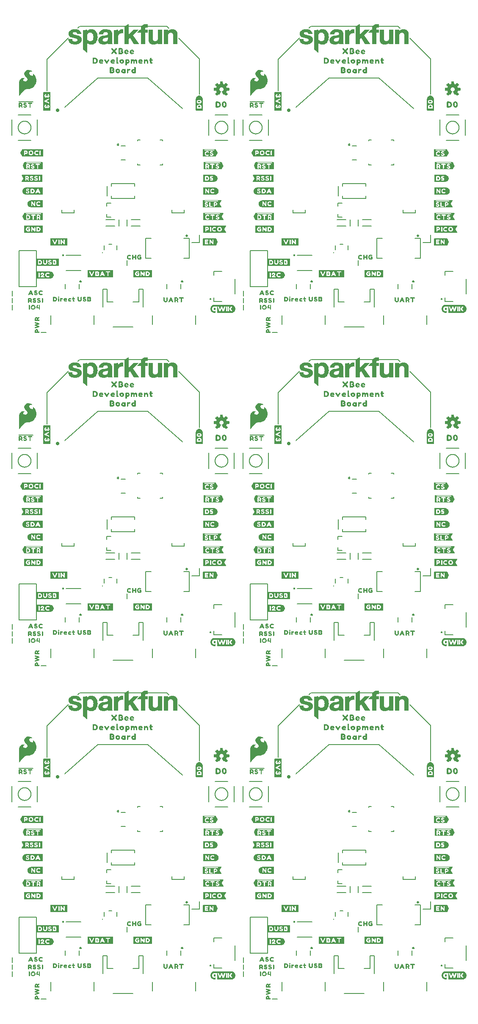
<source format=gto>
G04 EAGLE Gerber RS-274X export*
G75*
%MOMM*%
%FSLAX34Y34*%
%LPD*%
%INSilkscreen Top*%
%IPPOS*%
%AMOC8*
5,1,8,0,0,1.08239X$1,22.5*%
G01*
%ADD10C,0.152400*%
%ADD11C,0.203200*%
%ADD12C,0.400000*%
%ADD13C,0.718419*%
%ADD14C,0.508000*%
%ADD15C,0.254000*%

G36*
X483575Y1813350D02*
X483575Y1813350D01*
X483659Y1813353D01*
X483660Y1813353D01*
X483661Y1813353D01*
X483739Y1813396D01*
X483812Y1813435D01*
X483812Y1813436D01*
X483813Y1813436D01*
X483817Y1813442D01*
X483900Y1813550D01*
X483973Y1813695D01*
X484329Y1814051D01*
X484336Y1814062D01*
X484349Y1814073D01*
X484949Y1814773D01*
X484953Y1814780D01*
X484960Y1814787D01*
X485652Y1815676D01*
X486543Y1816666D01*
X486546Y1816671D01*
X486552Y1816677D01*
X487547Y1817870D01*
X488640Y1819063D01*
X489839Y1820361D01*
X491139Y1821761D01*
X491143Y1821768D01*
X491150Y1821774D01*
X492240Y1823062D01*
X493322Y1824144D01*
X494297Y1825022D01*
X495249Y1825688D01*
X496290Y1826161D01*
X497311Y1826440D01*
X501160Y1826440D01*
X501180Y1826445D01*
X501207Y1826443D01*
X503607Y1826743D01*
X503629Y1826751D01*
X503660Y1826753D01*
X505860Y1827353D01*
X505883Y1827365D01*
X505916Y1827373D01*
X507916Y1828273D01*
X507935Y1828287D01*
X507963Y1828299D01*
X509863Y1829499D01*
X509874Y1829509D01*
X509891Y1829518D01*
X511591Y1830818D01*
X511608Y1830839D01*
X511637Y1830860D01*
X513137Y1832460D01*
X513145Y1832474D01*
X513160Y1832487D01*
X514560Y1834287D01*
X514573Y1834314D01*
X514598Y1834346D01*
X516498Y1838046D01*
X516506Y1838077D01*
X516526Y1838118D01*
X517526Y1841718D01*
X517528Y1841752D01*
X517540Y1841798D01*
X517740Y1845298D01*
X517734Y1845330D01*
X517736Y1845377D01*
X517236Y1848677D01*
X517225Y1848706D01*
X517218Y1848748D01*
X516218Y1851548D01*
X516204Y1851569D01*
X516194Y1851601D01*
X514894Y1854001D01*
X514868Y1854030D01*
X514829Y1854089D01*
X513129Y1855789D01*
X513099Y1855807D01*
X513062Y1855842D01*
X511462Y1856842D01*
X511396Y1856865D01*
X511332Y1856893D01*
X511315Y1856893D01*
X511298Y1856898D01*
X511229Y1856889D01*
X511159Y1856887D01*
X511144Y1856878D01*
X511126Y1856876D01*
X511068Y1856837D01*
X511007Y1856804D01*
X510997Y1856789D01*
X510982Y1856779D01*
X510947Y1856719D01*
X510907Y1856662D01*
X510904Y1856643D01*
X510896Y1856629D01*
X510893Y1856590D01*
X510880Y1856520D01*
X510880Y1855920D01*
X510887Y1855890D01*
X510887Y1855845D01*
X510973Y1855414D01*
X510797Y1854354D01*
X510558Y1853956D01*
X510143Y1853541D01*
X509582Y1853300D01*
X509013Y1853300D01*
X507698Y1853676D01*
X506957Y1854047D01*
X505595Y1855020D01*
X504918Y1855599D01*
X504459Y1856058D01*
X503982Y1856822D01*
X503979Y1856825D01*
X503976Y1856831D01*
X503609Y1857382D01*
X503432Y1858004D01*
X503345Y1858520D01*
X503428Y1859017D01*
X503607Y1859464D01*
X503882Y1860014D01*
X504236Y1860456D01*
X504974Y1861102D01*
X505352Y1861291D01*
X505693Y1861461D01*
X506427Y1861645D01*
X507281Y1861740D01*
X508513Y1861740D01*
X508868Y1861651D01*
X508904Y1861651D01*
X508960Y1861640D01*
X509060Y1861640D01*
X509121Y1861654D01*
X509184Y1861660D01*
X509205Y1861674D01*
X509229Y1861679D01*
X509277Y1861719D01*
X509330Y1861753D01*
X509343Y1861774D01*
X509362Y1861789D01*
X509388Y1861847D01*
X509421Y1861900D01*
X509423Y1861925D01*
X509433Y1861948D01*
X509431Y1862010D01*
X509437Y1862073D01*
X509428Y1862096D01*
X509427Y1862121D01*
X509397Y1862176D01*
X509374Y1862235D01*
X509354Y1862254D01*
X509344Y1862273D01*
X509313Y1862294D01*
X509271Y1862336D01*
X508977Y1862533D01*
X508281Y1863029D01*
X508266Y1863035D01*
X508252Y1863048D01*
X507052Y1863748D01*
X507028Y1863756D01*
X507001Y1863773D01*
X505501Y1864373D01*
X505483Y1864376D01*
X505462Y1864386D01*
X503662Y1864886D01*
X503628Y1864888D01*
X503579Y1864900D01*
X501579Y1865000D01*
X501541Y1864993D01*
X501476Y1864991D01*
X499276Y1864491D01*
X499242Y1864474D01*
X499184Y1864457D01*
X496884Y1863257D01*
X496859Y1863236D01*
X496818Y1863214D01*
X495118Y1861814D01*
X495095Y1861783D01*
X495047Y1861735D01*
X493947Y1860135D01*
X493933Y1860100D01*
X493901Y1860047D01*
X493301Y1858347D01*
X493298Y1858312D01*
X493296Y1858301D01*
X493287Y1858282D01*
X493288Y1858260D01*
X493280Y1858220D01*
X493280Y1856520D01*
X493289Y1856482D01*
X493295Y1856413D01*
X493795Y1854713D01*
X493809Y1854688D01*
X493820Y1854650D01*
X494720Y1852850D01*
X494739Y1852827D01*
X494758Y1852789D01*
X496058Y1851089D01*
X496075Y1851075D01*
X496091Y1851051D01*
X497782Y1849361D01*
X499038Y1847911D01*
X499680Y1846536D01*
X499680Y1845277D01*
X499321Y1844112D01*
X498509Y1843210D01*
X497399Y1842469D01*
X496107Y1842100D01*
X494611Y1842100D01*
X493571Y1842384D01*
X492751Y1842657D01*
X492118Y1843199D01*
X491573Y1843745D01*
X491316Y1844258D01*
X491140Y1844873D01*
X491140Y1845458D01*
X491301Y1845941D01*
X491548Y1846270D01*
X491914Y1846636D01*
X492393Y1847019D01*
X492748Y1847286D01*
X493201Y1847467D01*
X493213Y1847475D01*
X493230Y1847480D01*
X493474Y1847602D01*
X493830Y1847780D01*
X493859Y1847804D01*
X493929Y1847851D01*
X494029Y1847951D01*
X494042Y1847973D01*
X494062Y1847989D01*
X494088Y1848046D01*
X494120Y1848098D01*
X494123Y1848124D01*
X494133Y1848148D01*
X494131Y1848209D01*
X494137Y1848271D01*
X494128Y1848295D01*
X494127Y1848321D01*
X494097Y1848375D01*
X494075Y1848433D01*
X494056Y1848450D01*
X494044Y1848473D01*
X493994Y1848508D01*
X493948Y1848550D01*
X493923Y1848558D01*
X493902Y1848573D01*
X493818Y1848589D01*
X493782Y1848600D01*
X493772Y1848598D01*
X493760Y1848600D01*
X493722Y1848600D01*
X493491Y1848677D01*
X493001Y1848873D01*
X492966Y1848878D01*
X492914Y1848896D01*
X492214Y1848996D01*
X492190Y1848994D01*
X492160Y1849000D01*
X490360Y1849000D01*
X490330Y1848993D01*
X490285Y1848993D01*
X489285Y1848793D01*
X489275Y1848788D01*
X489260Y1848787D01*
X488160Y1848487D01*
X488143Y1848478D01*
X488119Y1848473D01*
X487119Y1848073D01*
X487092Y1848054D01*
X487049Y1848036D01*
X486149Y1847436D01*
X486128Y1847414D01*
X486091Y1847389D01*
X485291Y1846589D01*
X485280Y1846571D01*
X485260Y1846553D01*
X484560Y1845653D01*
X484549Y1845629D01*
X484526Y1845602D01*
X483926Y1844502D01*
X483917Y1844469D01*
X483894Y1844424D01*
X483494Y1843024D01*
X483493Y1842999D01*
X483483Y1842967D01*
X483283Y1841367D01*
X483284Y1841355D01*
X483280Y1841340D01*
X483180Y1839440D01*
X483182Y1839431D01*
X483180Y1839420D01*
X483180Y1813720D01*
X483200Y1813635D01*
X483219Y1813553D01*
X483219Y1813552D01*
X483219Y1813551D01*
X483276Y1813483D01*
X483328Y1813419D01*
X483329Y1813418D01*
X483407Y1813383D01*
X483486Y1813347D01*
X483487Y1813347D01*
X483488Y1813347D01*
X483575Y1813350D01*
G37*
G36*
X21295Y1813350D02*
X21295Y1813350D01*
X21379Y1813353D01*
X21380Y1813353D01*
X21381Y1813353D01*
X21459Y1813396D01*
X21532Y1813435D01*
X21532Y1813436D01*
X21533Y1813436D01*
X21537Y1813442D01*
X21620Y1813550D01*
X21693Y1813695D01*
X22049Y1814051D01*
X22056Y1814062D01*
X22069Y1814073D01*
X22669Y1814773D01*
X22673Y1814780D01*
X22680Y1814787D01*
X23372Y1815676D01*
X24263Y1816666D01*
X24266Y1816671D01*
X24272Y1816677D01*
X25267Y1817870D01*
X26360Y1819063D01*
X27559Y1820361D01*
X28859Y1821761D01*
X28863Y1821768D01*
X28870Y1821774D01*
X29960Y1823062D01*
X31042Y1824144D01*
X32017Y1825022D01*
X32969Y1825688D01*
X34010Y1826161D01*
X35031Y1826440D01*
X38880Y1826440D01*
X38900Y1826445D01*
X38927Y1826443D01*
X41327Y1826743D01*
X41349Y1826751D01*
X41380Y1826753D01*
X43580Y1827353D01*
X43603Y1827365D01*
X43636Y1827373D01*
X45636Y1828273D01*
X45655Y1828287D01*
X45683Y1828299D01*
X47583Y1829499D01*
X47594Y1829509D01*
X47611Y1829518D01*
X49311Y1830818D01*
X49328Y1830839D01*
X49357Y1830860D01*
X50857Y1832460D01*
X50865Y1832474D01*
X50880Y1832487D01*
X52280Y1834287D01*
X52293Y1834314D01*
X52318Y1834346D01*
X54218Y1838046D01*
X54226Y1838077D01*
X54246Y1838118D01*
X55246Y1841718D01*
X55248Y1841752D01*
X55260Y1841798D01*
X55460Y1845298D01*
X55454Y1845330D01*
X55456Y1845377D01*
X54956Y1848677D01*
X54945Y1848706D01*
X54938Y1848748D01*
X53938Y1851548D01*
X53924Y1851569D01*
X53914Y1851601D01*
X52614Y1854001D01*
X52588Y1854030D01*
X52549Y1854089D01*
X50849Y1855789D01*
X50819Y1855807D01*
X50782Y1855842D01*
X49182Y1856842D01*
X49116Y1856865D01*
X49052Y1856893D01*
X49035Y1856893D01*
X49018Y1856898D01*
X48949Y1856889D01*
X48879Y1856887D01*
X48864Y1856878D01*
X48846Y1856876D01*
X48788Y1856837D01*
X48727Y1856804D01*
X48717Y1856789D01*
X48702Y1856779D01*
X48667Y1856719D01*
X48627Y1856662D01*
X48624Y1856643D01*
X48616Y1856629D01*
X48613Y1856590D01*
X48600Y1856520D01*
X48600Y1855920D01*
X48607Y1855890D01*
X48607Y1855845D01*
X48693Y1855414D01*
X48517Y1854354D01*
X48278Y1853956D01*
X47863Y1853541D01*
X47302Y1853300D01*
X46733Y1853300D01*
X45418Y1853676D01*
X44677Y1854047D01*
X43315Y1855020D01*
X42638Y1855599D01*
X42179Y1856058D01*
X41702Y1856822D01*
X41699Y1856825D01*
X41696Y1856831D01*
X41329Y1857382D01*
X41152Y1858004D01*
X41065Y1858520D01*
X41148Y1859017D01*
X41327Y1859464D01*
X41602Y1860014D01*
X41956Y1860456D01*
X42694Y1861102D01*
X43072Y1861291D01*
X43413Y1861461D01*
X44147Y1861645D01*
X45001Y1861740D01*
X46233Y1861740D01*
X46588Y1861651D01*
X46624Y1861651D01*
X46680Y1861640D01*
X46780Y1861640D01*
X46841Y1861654D01*
X46904Y1861660D01*
X46925Y1861674D01*
X46949Y1861679D01*
X46997Y1861719D01*
X47050Y1861753D01*
X47063Y1861774D01*
X47082Y1861789D01*
X47108Y1861847D01*
X47141Y1861900D01*
X47143Y1861925D01*
X47153Y1861948D01*
X47151Y1862010D01*
X47157Y1862073D01*
X47148Y1862096D01*
X47147Y1862121D01*
X47117Y1862176D01*
X47094Y1862235D01*
X47074Y1862254D01*
X47064Y1862273D01*
X47033Y1862294D01*
X46991Y1862336D01*
X46697Y1862533D01*
X46001Y1863029D01*
X45986Y1863035D01*
X45972Y1863048D01*
X44772Y1863748D01*
X44748Y1863756D01*
X44721Y1863773D01*
X43221Y1864373D01*
X43203Y1864376D01*
X43182Y1864386D01*
X41382Y1864886D01*
X41348Y1864888D01*
X41299Y1864900D01*
X39299Y1865000D01*
X39261Y1864993D01*
X39196Y1864991D01*
X36996Y1864491D01*
X36962Y1864474D01*
X36904Y1864457D01*
X34604Y1863257D01*
X34579Y1863236D01*
X34538Y1863214D01*
X32838Y1861814D01*
X32815Y1861783D01*
X32767Y1861735D01*
X31667Y1860135D01*
X31653Y1860100D01*
X31621Y1860047D01*
X31021Y1858347D01*
X31018Y1858312D01*
X31016Y1858301D01*
X31007Y1858282D01*
X31008Y1858260D01*
X31000Y1858220D01*
X31000Y1856520D01*
X31009Y1856482D01*
X31015Y1856413D01*
X31515Y1854713D01*
X31529Y1854688D01*
X31540Y1854650D01*
X32440Y1852850D01*
X32459Y1852827D01*
X32478Y1852789D01*
X33778Y1851089D01*
X33795Y1851075D01*
X33811Y1851051D01*
X35502Y1849361D01*
X36758Y1847911D01*
X37400Y1846536D01*
X37400Y1845277D01*
X37041Y1844112D01*
X36229Y1843210D01*
X35119Y1842469D01*
X33827Y1842100D01*
X32331Y1842100D01*
X31291Y1842384D01*
X30471Y1842657D01*
X29838Y1843199D01*
X29293Y1843745D01*
X29036Y1844258D01*
X28860Y1844873D01*
X28860Y1845458D01*
X29021Y1845941D01*
X29268Y1846270D01*
X29634Y1846636D01*
X30113Y1847019D01*
X30468Y1847286D01*
X30921Y1847467D01*
X30933Y1847475D01*
X30950Y1847480D01*
X31194Y1847602D01*
X31550Y1847780D01*
X31579Y1847804D01*
X31649Y1847851D01*
X31749Y1847951D01*
X31762Y1847973D01*
X31782Y1847989D01*
X31808Y1848046D01*
X31840Y1848098D01*
X31843Y1848124D01*
X31853Y1848148D01*
X31851Y1848209D01*
X31857Y1848271D01*
X31848Y1848295D01*
X31847Y1848321D01*
X31817Y1848375D01*
X31795Y1848433D01*
X31776Y1848450D01*
X31764Y1848473D01*
X31714Y1848508D01*
X31668Y1848550D01*
X31643Y1848558D01*
X31622Y1848573D01*
X31538Y1848589D01*
X31502Y1848600D01*
X31492Y1848598D01*
X31480Y1848600D01*
X31442Y1848600D01*
X31211Y1848677D01*
X30721Y1848873D01*
X30686Y1848878D01*
X30634Y1848896D01*
X29934Y1848996D01*
X29910Y1848994D01*
X29880Y1849000D01*
X28080Y1849000D01*
X28050Y1848993D01*
X28005Y1848993D01*
X27005Y1848793D01*
X26995Y1848788D01*
X26980Y1848787D01*
X25880Y1848487D01*
X25863Y1848478D01*
X25839Y1848473D01*
X24839Y1848073D01*
X24812Y1848054D01*
X24769Y1848036D01*
X23869Y1847436D01*
X23848Y1847414D01*
X23811Y1847389D01*
X23011Y1846589D01*
X23000Y1846571D01*
X22980Y1846553D01*
X22280Y1845653D01*
X22269Y1845629D01*
X22246Y1845602D01*
X21646Y1844502D01*
X21637Y1844469D01*
X21614Y1844424D01*
X21214Y1843024D01*
X21213Y1842999D01*
X21203Y1842967D01*
X21003Y1841367D01*
X21004Y1841355D01*
X21000Y1841340D01*
X20900Y1839440D01*
X20902Y1839431D01*
X20900Y1839420D01*
X20900Y1813720D01*
X20920Y1813635D01*
X20939Y1813553D01*
X20939Y1813552D01*
X20939Y1813551D01*
X20996Y1813483D01*
X21048Y1813419D01*
X21049Y1813418D01*
X21127Y1813383D01*
X21206Y1813347D01*
X21207Y1813347D01*
X21208Y1813347D01*
X21295Y1813350D01*
G37*
G36*
X21295Y1147870D02*
X21295Y1147870D01*
X21379Y1147873D01*
X21380Y1147873D01*
X21381Y1147873D01*
X21459Y1147916D01*
X21532Y1147955D01*
X21532Y1147956D01*
X21533Y1147956D01*
X21537Y1147962D01*
X21620Y1148070D01*
X21693Y1148215D01*
X22049Y1148571D01*
X22056Y1148582D01*
X22069Y1148593D01*
X22669Y1149293D01*
X22673Y1149300D01*
X22680Y1149307D01*
X23372Y1150196D01*
X24263Y1151186D01*
X24266Y1151191D01*
X24272Y1151197D01*
X25267Y1152390D01*
X26360Y1153583D01*
X27559Y1154881D01*
X28859Y1156281D01*
X28863Y1156288D01*
X28870Y1156294D01*
X29960Y1157582D01*
X31042Y1158664D01*
X32017Y1159542D01*
X32969Y1160208D01*
X34009Y1160681D01*
X35031Y1160960D01*
X38880Y1160960D01*
X38900Y1160965D01*
X38927Y1160963D01*
X41327Y1161263D01*
X41349Y1161271D01*
X41380Y1161273D01*
X43580Y1161873D01*
X43603Y1161885D01*
X43636Y1161893D01*
X45636Y1162793D01*
X45655Y1162807D01*
X45683Y1162819D01*
X47583Y1164019D01*
X47594Y1164029D01*
X47611Y1164038D01*
X49311Y1165338D01*
X49328Y1165359D01*
X49357Y1165380D01*
X50857Y1166980D01*
X50865Y1166994D01*
X50880Y1167007D01*
X52280Y1168807D01*
X52293Y1168834D01*
X52318Y1168866D01*
X54218Y1172566D01*
X54226Y1172597D01*
X54246Y1172638D01*
X55246Y1176238D01*
X55248Y1176272D01*
X55260Y1176318D01*
X55460Y1179818D01*
X55454Y1179850D01*
X55456Y1179897D01*
X54956Y1183197D01*
X54945Y1183226D01*
X54938Y1183268D01*
X53938Y1186068D01*
X53924Y1186089D01*
X53914Y1186121D01*
X52614Y1188521D01*
X52588Y1188550D01*
X52549Y1188609D01*
X50849Y1190309D01*
X50819Y1190327D01*
X50782Y1190362D01*
X49182Y1191362D01*
X49116Y1191385D01*
X49052Y1191413D01*
X49035Y1191413D01*
X49018Y1191418D01*
X48949Y1191409D01*
X48879Y1191407D01*
X48864Y1191398D01*
X48846Y1191396D01*
X48788Y1191357D01*
X48727Y1191324D01*
X48717Y1191309D01*
X48702Y1191299D01*
X48667Y1191239D01*
X48627Y1191182D01*
X48624Y1191163D01*
X48616Y1191149D01*
X48613Y1191110D01*
X48600Y1191040D01*
X48600Y1190440D01*
X48607Y1190410D01*
X48607Y1190365D01*
X48693Y1189934D01*
X48517Y1188874D01*
X48278Y1188476D01*
X47863Y1188061D01*
X47302Y1187820D01*
X46733Y1187820D01*
X45418Y1188196D01*
X44677Y1188567D01*
X43315Y1189540D01*
X42638Y1190119D01*
X42179Y1190578D01*
X41702Y1191342D01*
X41699Y1191345D01*
X41696Y1191351D01*
X41329Y1191902D01*
X41152Y1192524D01*
X41065Y1193040D01*
X41148Y1193537D01*
X41327Y1193984D01*
X41602Y1194534D01*
X41956Y1194976D01*
X42694Y1195622D01*
X43072Y1195811D01*
X43413Y1195981D01*
X44147Y1196165D01*
X45001Y1196260D01*
X46233Y1196260D01*
X46588Y1196171D01*
X46624Y1196171D01*
X46680Y1196160D01*
X46780Y1196160D01*
X46841Y1196174D01*
X46904Y1196180D01*
X46925Y1196194D01*
X46949Y1196199D01*
X46997Y1196239D01*
X47050Y1196273D01*
X47063Y1196294D01*
X47082Y1196309D01*
X47108Y1196367D01*
X47141Y1196420D01*
X47143Y1196445D01*
X47153Y1196468D01*
X47151Y1196530D01*
X47157Y1196593D01*
X47148Y1196616D01*
X47147Y1196641D01*
X47117Y1196696D01*
X47094Y1196755D01*
X47074Y1196774D01*
X47064Y1196793D01*
X47033Y1196814D01*
X46991Y1196856D01*
X46697Y1197053D01*
X46001Y1197549D01*
X45986Y1197555D01*
X45972Y1197568D01*
X44772Y1198268D01*
X44748Y1198276D01*
X44721Y1198293D01*
X43221Y1198893D01*
X43203Y1198896D01*
X43182Y1198906D01*
X41382Y1199406D01*
X41348Y1199408D01*
X41299Y1199420D01*
X39299Y1199520D01*
X39261Y1199513D01*
X39196Y1199511D01*
X36996Y1199011D01*
X36962Y1198994D01*
X36904Y1198977D01*
X34604Y1197777D01*
X34579Y1197756D01*
X34538Y1197734D01*
X32838Y1196334D01*
X32815Y1196303D01*
X32767Y1196255D01*
X31667Y1194655D01*
X31653Y1194620D01*
X31621Y1194567D01*
X31021Y1192867D01*
X31018Y1192832D01*
X31016Y1192821D01*
X31007Y1192802D01*
X31008Y1192780D01*
X31000Y1192740D01*
X31000Y1191040D01*
X31009Y1191002D01*
X31015Y1190933D01*
X31515Y1189233D01*
X31529Y1189208D01*
X31540Y1189170D01*
X32440Y1187370D01*
X32459Y1187347D01*
X32478Y1187309D01*
X33778Y1185609D01*
X33795Y1185595D01*
X33811Y1185571D01*
X35502Y1183881D01*
X36758Y1182431D01*
X37400Y1181056D01*
X37400Y1179797D01*
X37041Y1178632D01*
X36229Y1177730D01*
X35119Y1176989D01*
X33827Y1176620D01*
X32331Y1176620D01*
X31291Y1176904D01*
X30471Y1177177D01*
X29838Y1177719D01*
X29293Y1178265D01*
X29036Y1178778D01*
X28860Y1179393D01*
X28860Y1179978D01*
X29021Y1180461D01*
X29268Y1180790D01*
X29634Y1181156D01*
X30113Y1181539D01*
X30468Y1181806D01*
X30921Y1181987D01*
X30933Y1181995D01*
X30950Y1182000D01*
X31194Y1182122D01*
X31550Y1182300D01*
X31579Y1182324D01*
X31649Y1182371D01*
X31749Y1182471D01*
X31762Y1182493D01*
X31782Y1182509D01*
X31808Y1182566D01*
X31840Y1182618D01*
X31843Y1182644D01*
X31853Y1182668D01*
X31851Y1182729D01*
X31857Y1182791D01*
X31848Y1182815D01*
X31847Y1182841D01*
X31817Y1182895D01*
X31795Y1182953D01*
X31776Y1182970D01*
X31764Y1182993D01*
X31714Y1183028D01*
X31668Y1183070D01*
X31643Y1183078D01*
X31622Y1183093D01*
X31538Y1183109D01*
X31502Y1183120D01*
X31492Y1183118D01*
X31480Y1183120D01*
X31442Y1183120D01*
X31211Y1183197D01*
X30721Y1183393D01*
X30686Y1183398D01*
X30634Y1183416D01*
X29934Y1183516D01*
X29910Y1183514D01*
X29880Y1183520D01*
X28080Y1183520D01*
X28050Y1183513D01*
X28005Y1183513D01*
X27005Y1183313D01*
X26995Y1183308D01*
X26980Y1183307D01*
X25880Y1183007D01*
X25863Y1182998D01*
X25839Y1182993D01*
X24839Y1182593D01*
X24812Y1182574D01*
X24769Y1182556D01*
X23869Y1181956D01*
X23848Y1181934D01*
X23811Y1181909D01*
X23011Y1181109D01*
X23000Y1181091D01*
X22980Y1181073D01*
X22280Y1180173D01*
X22269Y1180149D01*
X22246Y1180122D01*
X21646Y1179022D01*
X21637Y1178989D01*
X21614Y1178944D01*
X21214Y1177544D01*
X21213Y1177519D01*
X21203Y1177487D01*
X21003Y1175887D01*
X21004Y1175875D01*
X21000Y1175860D01*
X20900Y1173960D01*
X20902Y1173951D01*
X20900Y1173940D01*
X20900Y1148240D01*
X20920Y1148155D01*
X20939Y1148073D01*
X20939Y1148072D01*
X20939Y1148071D01*
X20996Y1148003D01*
X21048Y1147939D01*
X21049Y1147938D01*
X21127Y1147903D01*
X21206Y1147867D01*
X21207Y1147867D01*
X21208Y1147867D01*
X21295Y1147870D01*
G37*
G36*
X483575Y1147870D02*
X483575Y1147870D01*
X483659Y1147873D01*
X483660Y1147873D01*
X483661Y1147873D01*
X483739Y1147916D01*
X483812Y1147955D01*
X483812Y1147956D01*
X483813Y1147956D01*
X483817Y1147962D01*
X483900Y1148070D01*
X483973Y1148215D01*
X484329Y1148571D01*
X484336Y1148582D01*
X484349Y1148593D01*
X484949Y1149293D01*
X484953Y1149300D01*
X484960Y1149307D01*
X485652Y1150196D01*
X486543Y1151186D01*
X486546Y1151191D01*
X486552Y1151197D01*
X487547Y1152390D01*
X488640Y1153583D01*
X489839Y1154881D01*
X491139Y1156281D01*
X491143Y1156288D01*
X491150Y1156294D01*
X492240Y1157582D01*
X493322Y1158664D01*
X494297Y1159542D01*
X495249Y1160208D01*
X496289Y1160681D01*
X497311Y1160960D01*
X501160Y1160960D01*
X501180Y1160965D01*
X501207Y1160963D01*
X503607Y1161263D01*
X503629Y1161271D01*
X503660Y1161273D01*
X505860Y1161873D01*
X505883Y1161885D01*
X505916Y1161893D01*
X507916Y1162793D01*
X507935Y1162807D01*
X507963Y1162819D01*
X509863Y1164019D01*
X509874Y1164029D01*
X509891Y1164038D01*
X511591Y1165338D01*
X511608Y1165359D01*
X511637Y1165380D01*
X513137Y1166980D01*
X513145Y1166994D01*
X513160Y1167007D01*
X514560Y1168807D01*
X514573Y1168834D01*
X514598Y1168866D01*
X516498Y1172566D01*
X516506Y1172597D01*
X516526Y1172638D01*
X517526Y1176238D01*
X517528Y1176272D01*
X517540Y1176318D01*
X517740Y1179818D01*
X517734Y1179850D01*
X517736Y1179897D01*
X517236Y1183197D01*
X517225Y1183226D01*
X517218Y1183268D01*
X516218Y1186068D01*
X516204Y1186089D01*
X516194Y1186121D01*
X514894Y1188521D01*
X514868Y1188550D01*
X514829Y1188609D01*
X513129Y1190309D01*
X513099Y1190327D01*
X513062Y1190362D01*
X511462Y1191362D01*
X511396Y1191385D01*
X511332Y1191413D01*
X511315Y1191413D01*
X511298Y1191418D01*
X511229Y1191409D01*
X511159Y1191407D01*
X511144Y1191398D01*
X511126Y1191396D01*
X511068Y1191357D01*
X511007Y1191324D01*
X510997Y1191309D01*
X510982Y1191299D01*
X510947Y1191239D01*
X510907Y1191182D01*
X510904Y1191163D01*
X510896Y1191149D01*
X510893Y1191110D01*
X510880Y1191040D01*
X510880Y1190440D01*
X510887Y1190410D01*
X510887Y1190365D01*
X510973Y1189934D01*
X510797Y1188874D01*
X510558Y1188476D01*
X510143Y1188061D01*
X509582Y1187820D01*
X509013Y1187820D01*
X507698Y1188196D01*
X506957Y1188567D01*
X505595Y1189540D01*
X504918Y1190119D01*
X504459Y1190578D01*
X503982Y1191342D01*
X503979Y1191345D01*
X503976Y1191351D01*
X503609Y1191902D01*
X503432Y1192524D01*
X503345Y1193040D01*
X503428Y1193537D01*
X503607Y1193984D01*
X503882Y1194534D01*
X504236Y1194976D01*
X504974Y1195622D01*
X505352Y1195811D01*
X505693Y1195981D01*
X506427Y1196165D01*
X507281Y1196260D01*
X508513Y1196260D01*
X508868Y1196171D01*
X508904Y1196171D01*
X508960Y1196160D01*
X509060Y1196160D01*
X509121Y1196174D01*
X509184Y1196180D01*
X509205Y1196194D01*
X509229Y1196199D01*
X509277Y1196239D01*
X509330Y1196273D01*
X509343Y1196294D01*
X509362Y1196309D01*
X509388Y1196367D01*
X509421Y1196420D01*
X509423Y1196445D01*
X509433Y1196468D01*
X509431Y1196530D01*
X509437Y1196593D01*
X509428Y1196616D01*
X509427Y1196641D01*
X509397Y1196696D01*
X509374Y1196755D01*
X509354Y1196774D01*
X509344Y1196793D01*
X509313Y1196814D01*
X509271Y1196856D01*
X508977Y1197053D01*
X508281Y1197549D01*
X508266Y1197555D01*
X508252Y1197568D01*
X507052Y1198268D01*
X507028Y1198276D01*
X507001Y1198293D01*
X505501Y1198893D01*
X505483Y1198896D01*
X505462Y1198906D01*
X503662Y1199406D01*
X503628Y1199408D01*
X503579Y1199420D01*
X501579Y1199520D01*
X501541Y1199513D01*
X501476Y1199511D01*
X499276Y1199011D01*
X499242Y1198994D01*
X499184Y1198977D01*
X496884Y1197777D01*
X496859Y1197756D01*
X496818Y1197734D01*
X495118Y1196334D01*
X495095Y1196303D01*
X495047Y1196255D01*
X493947Y1194655D01*
X493933Y1194620D01*
X493901Y1194567D01*
X493301Y1192867D01*
X493298Y1192832D01*
X493296Y1192821D01*
X493287Y1192802D01*
X493288Y1192780D01*
X493280Y1192740D01*
X493280Y1191040D01*
X493289Y1191002D01*
X493295Y1190933D01*
X493795Y1189233D01*
X493809Y1189208D01*
X493820Y1189170D01*
X494720Y1187370D01*
X494739Y1187347D01*
X494758Y1187309D01*
X496058Y1185609D01*
X496075Y1185595D01*
X496091Y1185571D01*
X497782Y1183881D01*
X499038Y1182431D01*
X499680Y1181056D01*
X499680Y1179797D01*
X499321Y1178632D01*
X498509Y1177730D01*
X497399Y1176989D01*
X496107Y1176620D01*
X494611Y1176620D01*
X493571Y1176904D01*
X492751Y1177177D01*
X492118Y1177719D01*
X491573Y1178265D01*
X491316Y1178778D01*
X491140Y1179393D01*
X491140Y1179978D01*
X491301Y1180461D01*
X491548Y1180790D01*
X491914Y1181156D01*
X492393Y1181539D01*
X492748Y1181806D01*
X493201Y1181987D01*
X493213Y1181995D01*
X493230Y1182000D01*
X493474Y1182122D01*
X493830Y1182300D01*
X493859Y1182324D01*
X493929Y1182371D01*
X494029Y1182471D01*
X494042Y1182493D01*
X494062Y1182509D01*
X494088Y1182566D01*
X494120Y1182618D01*
X494123Y1182644D01*
X494133Y1182668D01*
X494131Y1182729D01*
X494137Y1182791D01*
X494128Y1182815D01*
X494127Y1182841D01*
X494097Y1182895D01*
X494075Y1182953D01*
X494056Y1182970D01*
X494044Y1182993D01*
X493994Y1183028D01*
X493948Y1183070D01*
X493923Y1183078D01*
X493902Y1183093D01*
X493818Y1183109D01*
X493782Y1183120D01*
X493772Y1183118D01*
X493760Y1183120D01*
X493722Y1183120D01*
X493491Y1183197D01*
X493001Y1183393D01*
X492966Y1183398D01*
X492914Y1183416D01*
X492214Y1183516D01*
X492190Y1183514D01*
X492160Y1183520D01*
X490360Y1183520D01*
X490330Y1183513D01*
X490285Y1183513D01*
X489285Y1183313D01*
X489275Y1183308D01*
X489260Y1183307D01*
X488160Y1183007D01*
X488143Y1182998D01*
X488119Y1182993D01*
X487119Y1182593D01*
X487092Y1182574D01*
X487049Y1182556D01*
X486149Y1181956D01*
X486128Y1181934D01*
X486091Y1181909D01*
X485291Y1181109D01*
X485280Y1181091D01*
X485260Y1181073D01*
X484560Y1180173D01*
X484549Y1180149D01*
X484526Y1180122D01*
X483926Y1179022D01*
X483917Y1178989D01*
X483894Y1178944D01*
X483494Y1177544D01*
X483493Y1177519D01*
X483483Y1177487D01*
X483283Y1175887D01*
X483284Y1175875D01*
X483280Y1175860D01*
X483180Y1173960D01*
X483182Y1173951D01*
X483180Y1173940D01*
X483180Y1148240D01*
X483200Y1148155D01*
X483219Y1148073D01*
X483219Y1148072D01*
X483219Y1148071D01*
X483276Y1148003D01*
X483328Y1147939D01*
X483329Y1147938D01*
X483407Y1147903D01*
X483486Y1147867D01*
X483487Y1147867D01*
X483488Y1147867D01*
X483575Y1147870D01*
G37*
G36*
X21295Y482390D02*
X21295Y482390D01*
X21379Y482393D01*
X21380Y482393D01*
X21381Y482393D01*
X21459Y482436D01*
X21532Y482475D01*
X21532Y482476D01*
X21533Y482476D01*
X21537Y482482D01*
X21620Y482590D01*
X21693Y482735D01*
X22049Y483091D01*
X22056Y483102D01*
X22069Y483113D01*
X22669Y483813D01*
X22673Y483820D01*
X22680Y483827D01*
X23372Y484716D01*
X24263Y485706D01*
X24266Y485711D01*
X24272Y485717D01*
X25267Y486910D01*
X26360Y488103D01*
X27559Y489401D01*
X28859Y490801D01*
X28863Y490808D01*
X28870Y490814D01*
X29960Y492102D01*
X31042Y493184D01*
X32017Y494062D01*
X32969Y494728D01*
X34010Y495201D01*
X35031Y495480D01*
X38880Y495480D01*
X38900Y495485D01*
X38927Y495483D01*
X41327Y495783D01*
X41349Y495791D01*
X41380Y495793D01*
X43580Y496393D01*
X43603Y496405D01*
X43636Y496413D01*
X45636Y497313D01*
X45655Y497327D01*
X45683Y497339D01*
X47583Y498539D01*
X47594Y498549D01*
X47611Y498558D01*
X49311Y499858D01*
X49328Y499879D01*
X49357Y499900D01*
X50857Y501500D01*
X50865Y501514D01*
X50880Y501527D01*
X52280Y503327D01*
X52293Y503354D01*
X52318Y503386D01*
X54218Y507086D01*
X54226Y507117D01*
X54246Y507158D01*
X55246Y510758D01*
X55248Y510792D01*
X55260Y510838D01*
X55460Y514338D01*
X55454Y514370D01*
X55456Y514417D01*
X54956Y517717D01*
X54945Y517746D01*
X54938Y517788D01*
X53938Y520588D01*
X53924Y520609D01*
X53914Y520641D01*
X52614Y523041D01*
X52588Y523070D01*
X52549Y523129D01*
X50849Y524829D01*
X50819Y524847D01*
X50782Y524882D01*
X49182Y525882D01*
X49116Y525905D01*
X49052Y525933D01*
X49035Y525933D01*
X49018Y525938D01*
X48949Y525929D01*
X48879Y525927D01*
X48864Y525918D01*
X48846Y525916D01*
X48788Y525877D01*
X48727Y525844D01*
X48717Y525829D01*
X48702Y525819D01*
X48667Y525759D01*
X48627Y525702D01*
X48624Y525683D01*
X48616Y525669D01*
X48613Y525630D01*
X48600Y525560D01*
X48600Y524960D01*
X48607Y524930D01*
X48607Y524885D01*
X48693Y524454D01*
X48517Y523394D01*
X48278Y522996D01*
X47863Y522581D01*
X47302Y522340D01*
X46733Y522340D01*
X45418Y522716D01*
X44677Y523087D01*
X43315Y524060D01*
X42638Y524639D01*
X42179Y525098D01*
X41702Y525862D01*
X41699Y525865D01*
X41696Y525871D01*
X41329Y526422D01*
X41152Y527044D01*
X41065Y527560D01*
X41148Y528057D01*
X41327Y528504D01*
X41602Y529054D01*
X41956Y529496D01*
X42694Y530142D01*
X43072Y530331D01*
X43413Y530501D01*
X44147Y530685D01*
X45001Y530780D01*
X46233Y530780D01*
X46588Y530691D01*
X46624Y530691D01*
X46680Y530680D01*
X46780Y530680D01*
X46841Y530694D01*
X46904Y530700D01*
X46925Y530714D01*
X46949Y530719D01*
X46997Y530759D01*
X47050Y530793D01*
X47063Y530814D01*
X47082Y530829D01*
X47108Y530887D01*
X47141Y530940D01*
X47143Y530965D01*
X47153Y530988D01*
X47151Y531050D01*
X47157Y531113D01*
X47148Y531136D01*
X47147Y531161D01*
X47117Y531216D01*
X47094Y531275D01*
X47074Y531294D01*
X47064Y531313D01*
X47033Y531334D01*
X46991Y531376D01*
X46697Y531573D01*
X46001Y532069D01*
X45986Y532075D01*
X45972Y532088D01*
X44772Y532788D01*
X44748Y532796D01*
X44721Y532813D01*
X43221Y533413D01*
X43203Y533416D01*
X43182Y533426D01*
X41382Y533926D01*
X41348Y533928D01*
X41299Y533940D01*
X39299Y534040D01*
X39261Y534033D01*
X39196Y534031D01*
X36996Y533531D01*
X36962Y533514D01*
X36904Y533497D01*
X34604Y532297D01*
X34579Y532276D01*
X34538Y532254D01*
X32838Y530854D01*
X32815Y530823D01*
X32767Y530775D01*
X31667Y529175D01*
X31653Y529140D01*
X31621Y529087D01*
X31021Y527387D01*
X31018Y527352D01*
X31016Y527341D01*
X31007Y527322D01*
X31008Y527300D01*
X31000Y527260D01*
X31000Y525560D01*
X31009Y525522D01*
X31015Y525453D01*
X31515Y523753D01*
X31529Y523728D01*
X31540Y523690D01*
X32440Y521890D01*
X32459Y521867D01*
X32478Y521829D01*
X33778Y520129D01*
X33795Y520115D01*
X33811Y520091D01*
X35502Y518401D01*
X36758Y516951D01*
X37400Y515576D01*
X37400Y514317D01*
X37041Y513152D01*
X36229Y512250D01*
X35119Y511509D01*
X33827Y511140D01*
X32331Y511140D01*
X31291Y511424D01*
X30471Y511697D01*
X29838Y512239D01*
X29293Y512785D01*
X29036Y513298D01*
X28860Y513913D01*
X28860Y514498D01*
X29021Y514981D01*
X29268Y515310D01*
X29634Y515676D01*
X30113Y516059D01*
X30468Y516326D01*
X30921Y516507D01*
X30933Y516515D01*
X30950Y516520D01*
X31194Y516642D01*
X31550Y516820D01*
X31579Y516844D01*
X31649Y516891D01*
X31749Y516991D01*
X31762Y517013D01*
X31782Y517029D01*
X31808Y517086D01*
X31840Y517138D01*
X31843Y517164D01*
X31853Y517188D01*
X31851Y517249D01*
X31857Y517311D01*
X31848Y517335D01*
X31847Y517361D01*
X31817Y517415D01*
X31795Y517473D01*
X31776Y517490D01*
X31764Y517513D01*
X31714Y517548D01*
X31668Y517590D01*
X31643Y517598D01*
X31622Y517613D01*
X31538Y517629D01*
X31502Y517640D01*
X31492Y517638D01*
X31480Y517640D01*
X31442Y517640D01*
X31211Y517717D01*
X30721Y517913D01*
X30686Y517918D01*
X30634Y517936D01*
X29934Y518036D01*
X29910Y518034D01*
X29880Y518040D01*
X28080Y518040D01*
X28050Y518033D01*
X28005Y518033D01*
X27005Y517833D01*
X26995Y517828D01*
X26980Y517827D01*
X25880Y517527D01*
X25863Y517518D01*
X25839Y517513D01*
X24839Y517113D01*
X24812Y517094D01*
X24769Y517076D01*
X23869Y516476D01*
X23848Y516454D01*
X23811Y516429D01*
X23011Y515629D01*
X23000Y515611D01*
X22980Y515593D01*
X22280Y514693D01*
X22269Y514669D01*
X22246Y514642D01*
X21646Y513542D01*
X21637Y513509D01*
X21614Y513464D01*
X21214Y512064D01*
X21213Y512039D01*
X21203Y512007D01*
X21003Y510407D01*
X21004Y510395D01*
X21000Y510380D01*
X20900Y508480D01*
X20902Y508471D01*
X20900Y508460D01*
X20900Y482760D01*
X20920Y482675D01*
X20939Y482593D01*
X20939Y482592D01*
X20939Y482591D01*
X20996Y482523D01*
X21048Y482459D01*
X21049Y482458D01*
X21127Y482423D01*
X21206Y482387D01*
X21207Y482387D01*
X21208Y482387D01*
X21295Y482390D01*
G37*
G36*
X483575Y482390D02*
X483575Y482390D01*
X483659Y482393D01*
X483660Y482393D01*
X483661Y482393D01*
X483739Y482436D01*
X483812Y482475D01*
X483812Y482476D01*
X483813Y482476D01*
X483817Y482482D01*
X483900Y482590D01*
X483973Y482735D01*
X484329Y483091D01*
X484336Y483102D01*
X484349Y483113D01*
X484949Y483813D01*
X484953Y483820D01*
X484960Y483827D01*
X485652Y484716D01*
X486543Y485706D01*
X486546Y485711D01*
X486552Y485717D01*
X487547Y486910D01*
X488640Y488103D01*
X489839Y489401D01*
X491139Y490801D01*
X491143Y490808D01*
X491150Y490814D01*
X492240Y492102D01*
X493322Y493184D01*
X494297Y494062D01*
X495249Y494728D01*
X496290Y495201D01*
X497311Y495480D01*
X501160Y495480D01*
X501180Y495485D01*
X501207Y495483D01*
X503607Y495783D01*
X503629Y495791D01*
X503660Y495793D01*
X505860Y496393D01*
X505883Y496405D01*
X505916Y496413D01*
X507916Y497313D01*
X507935Y497327D01*
X507963Y497339D01*
X509863Y498539D01*
X509874Y498549D01*
X509891Y498558D01*
X511591Y499858D01*
X511608Y499879D01*
X511637Y499900D01*
X513137Y501500D01*
X513145Y501514D01*
X513160Y501527D01*
X514560Y503327D01*
X514573Y503354D01*
X514598Y503386D01*
X516498Y507086D01*
X516506Y507117D01*
X516526Y507158D01*
X517526Y510758D01*
X517528Y510792D01*
X517540Y510838D01*
X517740Y514338D01*
X517734Y514370D01*
X517736Y514417D01*
X517236Y517717D01*
X517225Y517746D01*
X517218Y517788D01*
X516218Y520588D01*
X516204Y520609D01*
X516194Y520641D01*
X514894Y523041D01*
X514868Y523070D01*
X514829Y523129D01*
X513129Y524829D01*
X513099Y524847D01*
X513062Y524882D01*
X511462Y525882D01*
X511396Y525905D01*
X511332Y525933D01*
X511315Y525933D01*
X511298Y525938D01*
X511229Y525929D01*
X511159Y525927D01*
X511144Y525918D01*
X511126Y525916D01*
X511068Y525877D01*
X511007Y525844D01*
X510997Y525829D01*
X510982Y525819D01*
X510947Y525759D01*
X510907Y525702D01*
X510904Y525683D01*
X510896Y525669D01*
X510893Y525630D01*
X510880Y525560D01*
X510880Y524960D01*
X510887Y524930D01*
X510887Y524885D01*
X510973Y524454D01*
X510797Y523394D01*
X510558Y522996D01*
X510143Y522581D01*
X509582Y522340D01*
X509013Y522340D01*
X507698Y522716D01*
X506957Y523087D01*
X505595Y524060D01*
X504918Y524639D01*
X504459Y525098D01*
X503982Y525862D01*
X503979Y525865D01*
X503976Y525871D01*
X503609Y526422D01*
X503432Y527044D01*
X503345Y527560D01*
X503428Y528057D01*
X503607Y528504D01*
X503882Y529054D01*
X504236Y529496D01*
X504974Y530142D01*
X505352Y530331D01*
X505693Y530501D01*
X506427Y530685D01*
X507281Y530780D01*
X508513Y530780D01*
X508868Y530691D01*
X508904Y530691D01*
X508960Y530680D01*
X509060Y530680D01*
X509121Y530694D01*
X509184Y530700D01*
X509205Y530714D01*
X509229Y530719D01*
X509277Y530759D01*
X509330Y530793D01*
X509343Y530814D01*
X509362Y530829D01*
X509388Y530887D01*
X509421Y530940D01*
X509423Y530965D01*
X509433Y530988D01*
X509431Y531050D01*
X509437Y531113D01*
X509428Y531136D01*
X509427Y531161D01*
X509397Y531216D01*
X509374Y531275D01*
X509354Y531294D01*
X509344Y531313D01*
X509313Y531334D01*
X509271Y531376D01*
X508977Y531573D01*
X508281Y532069D01*
X508266Y532075D01*
X508252Y532088D01*
X507052Y532788D01*
X507028Y532796D01*
X507001Y532813D01*
X505501Y533413D01*
X505483Y533416D01*
X505462Y533426D01*
X503662Y533926D01*
X503628Y533928D01*
X503579Y533940D01*
X501579Y534040D01*
X501541Y534033D01*
X501476Y534031D01*
X499276Y533531D01*
X499242Y533514D01*
X499184Y533497D01*
X496884Y532297D01*
X496859Y532276D01*
X496818Y532254D01*
X495118Y530854D01*
X495095Y530823D01*
X495047Y530775D01*
X493947Y529175D01*
X493933Y529140D01*
X493901Y529087D01*
X493301Y527387D01*
X493298Y527352D01*
X493296Y527341D01*
X493287Y527322D01*
X493288Y527300D01*
X493280Y527260D01*
X493280Y525560D01*
X493289Y525522D01*
X493295Y525453D01*
X493795Y523753D01*
X493809Y523728D01*
X493820Y523690D01*
X494720Y521890D01*
X494739Y521867D01*
X494758Y521829D01*
X496058Y520129D01*
X496075Y520115D01*
X496091Y520091D01*
X497782Y518401D01*
X499038Y516951D01*
X499680Y515576D01*
X499680Y514317D01*
X499321Y513152D01*
X498509Y512250D01*
X497399Y511509D01*
X496107Y511140D01*
X494611Y511140D01*
X493571Y511424D01*
X492751Y511697D01*
X492118Y512239D01*
X491573Y512785D01*
X491316Y513298D01*
X491140Y513913D01*
X491140Y514498D01*
X491301Y514981D01*
X491548Y515310D01*
X491914Y515676D01*
X492393Y516059D01*
X492748Y516326D01*
X493201Y516507D01*
X493213Y516515D01*
X493230Y516520D01*
X493474Y516642D01*
X493830Y516820D01*
X493859Y516844D01*
X493929Y516891D01*
X494029Y516991D01*
X494042Y517013D01*
X494062Y517029D01*
X494088Y517086D01*
X494120Y517138D01*
X494123Y517164D01*
X494133Y517188D01*
X494131Y517249D01*
X494137Y517311D01*
X494128Y517335D01*
X494127Y517361D01*
X494097Y517415D01*
X494075Y517473D01*
X494056Y517490D01*
X494044Y517513D01*
X493994Y517548D01*
X493948Y517590D01*
X493923Y517598D01*
X493902Y517613D01*
X493818Y517629D01*
X493782Y517640D01*
X493772Y517638D01*
X493760Y517640D01*
X493722Y517640D01*
X493491Y517717D01*
X493001Y517913D01*
X492966Y517918D01*
X492914Y517936D01*
X492214Y518036D01*
X492190Y518034D01*
X492160Y518040D01*
X490360Y518040D01*
X490330Y518033D01*
X490285Y518033D01*
X489285Y517833D01*
X489275Y517828D01*
X489260Y517827D01*
X488160Y517527D01*
X488143Y517518D01*
X488119Y517513D01*
X487119Y517113D01*
X487092Y517094D01*
X487049Y517076D01*
X486149Y516476D01*
X486128Y516454D01*
X486091Y516429D01*
X485291Y515629D01*
X485280Y515611D01*
X485260Y515593D01*
X484560Y514693D01*
X484549Y514669D01*
X484526Y514642D01*
X483926Y513542D01*
X483917Y513509D01*
X483894Y513464D01*
X483494Y512064D01*
X483493Y512039D01*
X483483Y512007D01*
X483283Y510407D01*
X483284Y510395D01*
X483280Y510380D01*
X483180Y508480D01*
X483182Y508471D01*
X483180Y508460D01*
X483180Y482760D01*
X483200Y482675D01*
X483219Y482593D01*
X483219Y482592D01*
X483219Y482591D01*
X483276Y482523D01*
X483328Y482459D01*
X483329Y482458D01*
X483407Y482423D01*
X483486Y482387D01*
X483487Y482387D01*
X483488Y482387D01*
X483575Y482390D01*
G37*
G36*
X156555Y1899552D02*
X156555Y1899552D01*
X156581Y1899553D01*
X156635Y1899583D01*
X156693Y1899605D01*
X156710Y1899624D01*
X156733Y1899636D01*
X156768Y1899687D01*
X156810Y1899732D01*
X156818Y1899757D01*
X156833Y1899778D01*
X156849Y1899862D01*
X156860Y1899898D01*
X156858Y1899908D01*
X156860Y1899920D01*
X156860Y1919361D01*
X157083Y1919082D01*
X157090Y1919077D01*
X157096Y1919067D01*
X157896Y1918167D01*
X157925Y1918147D01*
X157962Y1918109D01*
X158962Y1917409D01*
X158973Y1917404D01*
X158984Y1917394D01*
X159984Y1916794D01*
X160007Y1916787D01*
X160034Y1916769D01*
X161234Y1916269D01*
X161255Y1916265D01*
X161280Y1916253D01*
X162380Y1915953D01*
X162399Y1915952D01*
X162422Y1915944D01*
X163722Y1915744D01*
X163735Y1915745D01*
X163751Y1915741D01*
X165051Y1915641D01*
X165080Y1915645D01*
X165119Y1915642D01*
X168019Y1915942D01*
X168053Y1915954D01*
X168109Y1915962D01*
X170609Y1916862D01*
X170639Y1916882D01*
X170691Y1916904D01*
X172791Y1918304D01*
X172815Y1918329D01*
X172856Y1918359D01*
X174656Y1920259D01*
X174673Y1920288D01*
X174707Y1920327D01*
X176007Y1922527D01*
X176014Y1922549D01*
X176031Y1922574D01*
X177031Y1924974D01*
X177036Y1925002D01*
X177051Y1925038D01*
X177651Y1927738D01*
X177651Y1927762D01*
X177659Y1927793D01*
X177859Y1930593D01*
X177856Y1930616D01*
X177859Y1930645D01*
X177659Y1933645D01*
X177652Y1933668D01*
X177652Y1933700D01*
X177052Y1936500D01*
X177046Y1936513D01*
X177045Y1936525D01*
X177037Y1936539D01*
X177033Y1936561D01*
X176033Y1939061D01*
X176020Y1939080D01*
X176011Y1939107D01*
X174711Y1941407D01*
X174686Y1941434D01*
X174656Y1941482D01*
X172856Y1943382D01*
X172828Y1943400D01*
X172794Y1943434D01*
X170594Y1944934D01*
X170558Y1944948D01*
X170500Y1944981D01*
X167800Y1945881D01*
X167766Y1945884D01*
X167717Y1945898D01*
X164617Y1946198D01*
X164589Y1946195D01*
X164551Y1946199D01*
X163251Y1946099D01*
X163236Y1946095D01*
X163218Y1946095D01*
X162018Y1945895D01*
X162005Y1945890D01*
X161988Y1945889D01*
X160788Y1945589D01*
X160772Y1945581D01*
X160750Y1945577D01*
X159650Y1945177D01*
X159618Y1945157D01*
X159562Y1945132D01*
X157562Y1943732D01*
X157538Y1943705D01*
X157496Y1943673D01*
X156696Y1942773D01*
X156688Y1942758D01*
X156672Y1942744D01*
X156560Y1942589D01*
X156560Y1945020D01*
X156544Y1945088D01*
X156535Y1945157D01*
X156525Y1945171D01*
X156521Y1945189D01*
X156476Y1945242D01*
X156437Y1945300D01*
X156422Y1945309D01*
X156411Y1945322D01*
X156347Y1945351D01*
X156286Y1945385D01*
X156267Y1945387D01*
X156252Y1945393D01*
X156213Y1945392D01*
X156142Y1945398D01*
X155142Y1945298D01*
X155123Y1945292D01*
X155098Y1945291D01*
X153318Y1944896D01*
X152438Y1944798D01*
X152424Y1944793D01*
X152405Y1944793D01*
X151422Y1944596D01*
X150538Y1944498D01*
X150521Y1944492D01*
X150498Y1944491D01*
X148698Y1944091D01*
X148689Y1944087D01*
X148679Y1944087D01*
X148611Y1944050D01*
X148541Y1944016D01*
X148535Y1944009D01*
X148527Y1944004D01*
X148483Y1943941D01*
X148435Y1943879D01*
X148433Y1943870D01*
X148427Y1943862D01*
X148400Y1943720D01*
X148400Y1906820D01*
X148417Y1906746D01*
X148430Y1906671D01*
X148437Y1906661D01*
X148439Y1906651D01*
X148463Y1906622D01*
X148511Y1906551D01*
X149411Y1905651D01*
X149427Y1905641D01*
X149442Y1905623D01*
X150434Y1904830D01*
X151426Y1903937D01*
X151434Y1903933D01*
X151442Y1903923D01*
X152426Y1903136D01*
X153311Y1902251D01*
X153319Y1902246D01*
X153326Y1902237D01*
X154326Y1901337D01*
X154334Y1901333D01*
X154342Y1901323D01*
X155326Y1900536D01*
X156211Y1899651D01*
X156233Y1899638D01*
X156249Y1899618D01*
X156306Y1899592D01*
X156358Y1899560D01*
X156384Y1899557D01*
X156408Y1899547D01*
X156469Y1899549D01*
X156531Y1899543D01*
X156555Y1899552D01*
G37*
G36*
X618835Y1899552D02*
X618835Y1899552D01*
X618861Y1899553D01*
X618915Y1899583D01*
X618973Y1899605D01*
X618990Y1899624D01*
X619013Y1899636D01*
X619048Y1899687D01*
X619090Y1899732D01*
X619098Y1899757D01*
X619113Y1899778D01*
X619129Y1899862D01*
X619140Y1899898D01*
X619138Y1899908D01*
X619140Y1899920D01*
X619140Y1919361D01*
X619363Y1919082D01*
X619370Y1919077D01*
X619376Y1919067D01*
X620176Y1918167D01*
X620205Y1918147D01*
X620242Y1918109D01*
X621242Y1917409D01*
X621253Y1917404D01*
X621264Y1917394D01*
X622264Y1916794D01*
X622287Y1916787D01*
X622314Y1916769D01*
X623514Y1916269D01*
X623535Y1916265D01*
X623560Y1916253D01*
X624660Y1915953D01*
X624679Y1915952D01*
X624702Y1915944D01*
X626002Y1915744D01*
X626015Y1915745D01*
X626031Y1915741D01*
X627331Y1915641D01*
X627360Y1915645D01*
X627399Y1915642D01*
X630299Y1915942D01*
X630333Y1915954D01*
X630389Y1915962D01*
X632889Y1916862D01*
X632919Y1916882D01*
X632971Y1916904D01*
X635071Y1918304D01*
X635095Y1918329D01*
X635136Y1918359D01*
X636936Y1920259D01*
X636953Y1920288D01*
X636987Y1920327D01*
X638287Y1922527D01*
X638294Y1922549D01*
X638311Y1922574D01*
X639311Y1924974D01*
X639316Y1925002D01*
X639331Y1925038D01*
X639931Y1927738D01*
X639931Y1927762D01*
X639939Y1927793D01*
X640139Y1930593D01*
X640136Y1930616D01*
X640139Y1930645D01*
X639939Y1933645D01*
X639932Y1933668D01*
X639932Y1933700D01*
X639332Y1936500D01*
X639326Y1936513D01*
X639325Y1936525D01*
X639317Y1936539D01*
X639313Y1936561D01*
X638313Y1939061D01*
X638300Y1939080D01*
X638291Y1939107D01*
X636991Y1941407D01*
X636966Y1941434D01*
X636936Y1941482D01*
X635136Y1943382D01*
X635108Y1943400D01*
X635074Y1943434D01*
X632874Y1944934D01*
X632838Y1944948D01*
X632780Y1944981D01*
X630080Y1945881D01*
X630046Y1945884D01*
X629997Y1945898D01*
X626897Y1946198D01*
X626869Y1946195D01*
X626831Y1946199D01*
X625531Y1946099D01*
X625516Y1946095D01*
X625498Y1946095D01*
X624298Y1945895D01*
X624285Y1945890D01*
X624268Y1945889D01*
X623068Y1945589D01*
X623052Y1945581D01*
X623030Y1945577D01*
X621930Y1945177D01*
X621898Y1945157D01*
X621842Y1945132D01*
X619842Y1943732D01*
X619818Y1943705D01*
X619776Y1943673D01*
X618976Y1942773D01*
X618968Y1942758D01*
X618952Y1942744D01*
X618840Y1942589D01*
X618840Y1945020D01*
X618824Y1945088D01*
X618815Y1945157D01*
X618805Y1945171D01*
X618801Y1945189D01*
X618756Y1945242D01*
X618717Y1945300D01*
X618702Y1945309D01*
X618691Y1945322D01*
X618627Y1945351D01*
X618566Y1945385D01*
X618547Y1945387D01*
X618532Y1945393D01*
X618493Y1945392D01*
X618422Y1945398D01*
X617422Y1945298D01*
X617403Y1945292D01*
X617378Y1945291D01*
X615598Y1944896D01*
X614718Y1944798D01*
X614704Y1944793D01*
X614685Y1944793D01*
X613702Y1944596D01*
X612818Y1944498D01*
X612801Y1944492D01*
X612778Y1944491D01*
X610978Y1944091D01*
X610969Y1944087D01*
X610959Y1944087D01*
X610891Y1944050D01*
X610821Y1944016D01*
X610815Y1944009D01*
X610807Y1944004D01*
X610763Y1943941D01*
X610715Y1943879D01*
X610713Y1943870D01*
X610707Y1943862D01*
X610680Y1943720D01*
X610680Y1906820D01*
X610697Y1906746D01*
X610710Y1906671D01*
X610717Y1906661D01*
X610719Y1906651D01*
X610743Y1906622D01*
X610791Y1906551D01*
X611691Y1905651D01*
X611707Y1905641D01*
X611722Y1905623D01*
X612714Y1904830D01*
X613706Y1903937D01*
X613714Y1903933D01*
X613722Y1903923D01*
X614706Y1903136D01*
X615591Y1902251D01*
X615599Y1902246D01*
X615606Y1902237D01*
X616606Y1901337D01*
X616614Y1901333D01*
X616622Y1901323D01*
X617606Y1900536D01*
X618491Y1899651D01*
X618513Y1899638D01*
X618529Y1899618D01*
X618586Y1899592D01*
X618638Y1899560D01*
X618664Y1899557D01*
X618688Y1899547D01*
X618749Y1899549D01*
X618811Y1899543D01*
X618835Y1899552D01*
G37*
G36*
X156555Y568592D02*
X156555Y568592D01*
X156581Y568593D01*
X156635Y568623D01*
X156693Y568645D01*
X156710Y568664D01*
X156733Y568676D01*
X156768Y568727D01*
X156810Y568772D01*
X156818Y568797D01*
X156833Y568818D01*
X156849Y568902D01*
X156860Y568938D01*
X156858Y568948D01*
X156860Y568960D01*
X156860Y588401D01*
X157083Y588122D01*
X157090Y588117D01*
X157096Y588107D01*
X157896Y587207D01*
X157925Y587187D01*
X157962Y587149D01*
X158962Y586449D01*
X158973Y586444D01*
X158984Y586434D01*
X159984Y585834D01*
X160007Y585827D01*
X160034Y585809D01*
X161234Y585309D01*
X161255Y585305D01*
X161280Y585293D01*
X162380Y584993D01*
X162399Y584992D01*
X162422Y584984D01*
X163722Y584784D01*
X163735Y584785D01*
X163751Y584781D01*
X165051Y584681D01*
X165080Y584685D01*
X165119Y584682D01*
X168019Y584982D01*
X168053Y584994D01*
X168109Y585002D01*
X170609Y585902D01*
X170639Y585922D01*
X170691Y585944D01*
X172791Y587344D01*
X172815Y587369D01*
X172856Y587399D01*
X174656Y589299D01*
X174673Y589328D01*
X174707Y589367D01*
X176007Y591567D01*
X176014Y591589D01*
X176031Y591614D01*
X177031Y594014D01*
X177036Y594042D01*
X177051Y594078D01*
X177651Y596778D01*
X177651Y596802D01*
X177659Y596833D01*
X177859Y599633D01*
X177856Y599656D01*
X177859Y599685D01*
X177659Y602685D01*
X177652Y602708D01*
X177652Y602740D01*
X177052Y605540D01*
X177046Y605553D01*
X177045Y605565D01*
X177037Y605579D01*
X177033Y605601D01*
X176033Y608101D01*
X176020Y608120D01*
X176011Y608147D01*
X174711Y610447D01*
X174686Y610474D01*
X174656Y610522D01*
X172856Y612422D01*
X172828Y612440D01*
X172794Y612474D01*
X170594Y613974D01*
X170558Y613988D01*
X170500Y614021D01*
X167800Y614921D01*
X167766Y614924D01*
X167717Y614938D01*
X164617Y615238D01*
X164589Y615235D01*
X164551Y615239D01*
X163251Y615139D01*
X163236Y615135D01*
X163218Y615135D01*
X162018Y614935D01*
X162005Y614930D01*
X161988Y614929D01*
X160788Y614629D01*
X160772Y614621D01*
X160750Y614617D01*
X159650Y614217D01*
X159618Y614197D01*
X159562Y614172D01*
X157562Y612772D01*
X157538Y612745D01*
X157496Y612713D01*
X156696Y611813D01*
X156688Y611798D01*
X156672Y611784D01*
X156560Y611629D01*
X156560Y614060D01*
X156544Y614128D01*
X156535Y614197D01*
X156525Y614211D01*
X156521Y614229D01*
X156476Y614282D01*
X156437Y614340D01*
X156422Y614349D01*
X156411Y614362D01*
X156347Y614391D01*
X156286Y614425D01*
X156267Y614427D01*
X156252Y614433D01*
X156213Y614432D01*
X156142Y614438D01*
X155142Y614338D01*
X155123Y614332D01*
X155098Y614331D01*
X153318Y613936D01*
X152438Y613838D01*
X152424Y613833D01*
X152405Y613833D01*
X151422Y613636D01*
X150538Y613538D01*
X150521Y613532D01*
X150498Y613531D01*
X148698Y613131D01*
X148689Y613127D01*
X148679Y613127D01*
X148611Y613090D01*
X148541Y613056D01*
X148535Y613049D01*
X148527Y613044D01*
X148483Y612981D01*
X148435Y612919D01*
X148433Y612910D01*
X148427Y612902D01*
X148400Y612760D01*
X148400Y575860D01*
X148417Y575786D01*
X148430Y575711D01*
X148437Y575701D01*
X148439Y575691D01*
X148463Y575662D01*
X148511Y575591D01*
X149411Y574691D01*
X149427Y574681D01*
X149442Y574663D01*
X150434Y573870D01*
X151426Y572977D01*
X151434Y572973D01*
X151442Y572963D01*
X152426Y572176D01*
X153311Y571291D01*
X153319Y571286D01*
X153326Y571277D01*
X154326Y570377D01*
X154334Y570373D01*
X154342Y570363D01*
X155326Y569576D01*
X156211Y568691D01*
X156233Y568678D01*
X156249Y568658D01*
X156306Y568632D01*
X156358Y568600D01*
X156384Y568597D01*
X156408Y568587D01*
X156469Y568589D01*
X156531Y568583D01*
X156555Y568592D01*
G37*
G36*
X156555Y1234072D02*
X156555Y1234072D01*
X156581Y1234073D01*
X156635Y1234103D01*
X156693Y1234125D01*
X156710Y1234144D01*
X156733Y1234156D01*
X156768Y1234207D01*
X156810Y1234252D01*
X156818Y1234277D01*
X156833Y1234298D01*
X156849Y1234382D01*
X156860Y1234418D01*
X156858Y1234428D01*
X156860Y1234440D01*
X156860Y1253881D01*
X157083Y1253602D01*
X157090Y1253597D01*
X157096Y1253587D01*
X157896Y1252687D01*
X157925Y1252667D01*
X157962Y1252629D01*
X158962Y1251929D01*
X158973Y1251924D01*
X158984Y1251914D01*
X159984Y1251314D01*
X160007Y1251307D01*
X160034Y1251289D01*
X161234Y1250789D01*
X161255Y1250785D01*
X161280Y1250773D01*
X162380Y1250473D01*
X162399Y1250472D01*
X162422Y1250464D01*
X163722Y1250264D01*
X163735Y1250265D01*
X163751Y1250261D01*
X165051Y1250161D01*
X165080Y1250165D01*
X165119Y1250162D01*
X168019Y1250462D01*
X168053Y1250474D01*
X168109Y1250482D01*
X170609Y1251382D01*
X170639Y1251402D01*
X170691Y1251424D01*
X172791Y1252824D01*
X172815Y1252849D01*
X172856Y1252879D01*
X174656Y1254779D01*
X174673Y1254808D01*
X174707Y1254847D01*
X176007Y1257047D01*
X176014Y1257069D01*
X176031Y1257094D01*
X177031Y1259494D01*
X177036Y1259522D01*
X177051Y1259558D01*
X177651Y1262258D01*
X177651Y1262282D01*
X177659Y1262313D01*
X177859Y1265113D01*
X177856Y1265136D01*
X177859Y1265165D01*
X177659Y1268165D01*
X177652Y1268188D01*
X177652Y1268220D01*
X177052Y1271020D01*
X177046Y1271033D01*
X177045Y1271045D01*
X177037Y1271059D01*
X177033Y1271081D01*
X176033Y1273581D01*
X176020Y1273600D01*
X176011Y1273627D01*
X174711Y1275927D01*
X174686Y1275954D01*
X174656Y1276002D01*
X172856Y1277902D01*
X172828Y1277920D01*
X172794Y1277954D01*
X170594Y1279454D01*
X170558Y1279468D01*
X170500Y1279501D01*
X167800Y1280401D01*
X167766Y1280404D01*
X167717Y1280418D01*
X164617Y1280718D01*
X164589Y1280715D01*
X164551Y1280719D01*
X163251Y1280619D01*
X163236Y1280615D01*
X163218Y1280615D01*
X162018Y1280415D01*
X162005Y1280410D01*
X161988Y1280409D01*
X160788Y1280109D01*
X160772Y1280101D01*
X160750Y1280097D01*
X159650Y1279697D01*
X159618Y1279677D01*
X159562Y1279652D01*
X157562Y1278252D01*
X157538Y1278225D01*
X157496Y1278193D01*
X156696Y1277293D01*
X156688Y1277278D01*
X156672Y1277264D01*
X156560Y1277109D01*
X156560Y1279540D01*
X156544Y1279608D01*
X156535Y1279677D01*
X156525Y1279691D01*
X156521Y1279709D01*
X156476Y1279762D01*
X156437Y1279820D01*
X156422Y1279829D01*
X156411Y1279842D01*
X156347Y1279871D01*
X156286Y1279905D01*
X156267Y1279907D01*
X156252Y1279913D01*
X156213Y1279912D01*
X156142Y1279918D01*
X155142Y1279818D01*
X155123Y1279812D01*
X155098Y1279811D01*
X153318Y1279416D01*
X152438Y1279318D01*
X152424Y1279313D01*
X152405Y1279313D01*
X151422Y1279116D01*
X150538Y1279018D01*
X150521Y1279012D01*
X150498Y1279011D01*
X148698Y1278611D01*
X148689Y1278607D01*
X148679Y1278607D01*
X148611Y1278570D01*
X148541Y1278536D01*
X148535Y1278529D01*
X148527Y1278524D01*
X148483Y1278461D01*
X148435Y1278399D01*
X148433Y1278390D01*
X148427Y1278382D01*
X148400Y1278240D01*
X148400Y1241340D01*
X148417Y1241266D01*
X148430Y1241191D01*
X148437Y1241181D01*
X148439Y1241171D01*
X148463Y1241142D01*
X148511Y1241071D01*
X149411Y1240171D01*
X149427Y1240161D01*
X149442Y1240143D01*
X150434Y1239350D01*
X151426Y1238457D01*
X151434Y1238453D01*
X151442Y1238443D01*
X152426Y1237656D01*
X153311Y1236771D01*
X153319Y1236766D01*
X153326Y1236757D01*
X154326Y1235857D01*
X154334Y1235853D01*
X154342Y1235843D01*
X155326Y1235056D01*
X156211Y1234171D01*
X156233Y1234158D01*
X156249Y1234138D01*
X156306Y1234112D01*
X156358Y1234080D01*
X156384Y1234077D01*
X156408Y1234067D01*
X156469Y1234069D01*
X156531Y1234063D01*
X156555Y1234072D01*
G37*
G36*
X618835Y568592D02*
X618835Y568592D01*
X618861Y568593D01*
X618915Y568623D01*
X618973Y568645D01*
X618990Y568664D01*
X619013Y568676D01*
X619048Y568727D01*
X619090Y568772D01*
X619098Y568797D01*
X619113Y568818D01*
X619129Y568902D01*
X619140Y568938D01*
X619138Y568948D01*
X619140Y568960D01*
X619140Y588401D01*
X619363Y588122D01*
X619370Y588117D01*
X619376Y588107D01*
X620176Y587207D01*
X620205Y587187D01*
X620242Y587149D01*
X621242Y586449D01*
X621253Y586444D01*
X621264Y586434D01*
X622264Y585834D01*
X622287Y585827D01*
X622314Y585809D01*
X623514Y585309D01*
X623535Y585305D01*
X623560Y585293D01*
X624660Y584993D01*
X624679Y584992D01*
X624702Y584984D01*
X626002Y584784D01*
X626015Y584785D01*
X626031Y584781D01*
X627331Y584681D01*
X627360Y584685D01*
X627399Y584682D01*
X630299Y584982D01*
X630333Y584994D01*
X630389Y585002D01*
X632889Y585902D01*
X632919Y585922D01*
X632971Y585944D01*
X635071Y587344D01*
X635095Y587369D01*
X635136Y587399D01*
X636936Y589299D01*
X636953Y589328D01*
X636987Y589367D01*
X638287Y591567D01*
X638294Y591589D01*
X638311Y591614D01*
X639311Y594014D01*
X639316Y594042D01*
X639331Y594078D01*
X639931Y596778D01*
X639931Y596802D01*
X639939Y596833D01*
X640139Y599633D01*
X640136Y599656D01*
X640139Y599685D01*
X639939Y602685D01*
X639932Y602708D01*
X639932Y602740D01*
X639332Y605540D01*
X639326Y605553D01*
X639325Y605565D01*
X639317Y605579D01*
X639313Y605601D01*
X638313Y608101D01*
X638300Y608120D01*
X638291Y608147D01*
X636991Y610447D01*
X636966Y610474D01*
X636936Y610522D01*
X635136Y612422D01*
X635108Y612440D01*
X635074Y612474D01*
X632874Y613974D01*
X632838Y613988D01*
X632780Y614021D01*
X630080Y614921D01*
X630046Y614924D01*
X629997Y614938D01*
X626897Y615238D01*
X626869Y615235D01*
X626831Y615239D01*
X625531Y615139D01*
X625516Y615135D01*
X625498Y615135D01*
X624298Y614935D01*
X624285Y614930D01*
X624268Y614929D01*
X623068Y614629D01*
X623052Y614621D01*
X623030Y614617D01*
X621930Y614217D01*
X621898Y614197D01*
X621842Y614172D01*
X619842Y612772D01*
X619818Y612745D01*
X619776Y612713D01*
X618976Y611813D01*
X618968Y611798D01*
X618952Y611784D01*
X618840Y611629D01*
X618840Y614060D01*
X618824Y614128D01*
X618815Y614197D01*
X618805Y614211D01*
X618801Y614229D01*
X618756Y614282D01*
X618717Y614340D01*
X618702Y614349D01*
X618691Y614362D01*
X618627Y614391D01*
X618566Y614425D01*
X618547Y614427D01*
X618532Y614433D01*
X618493Y614432D01*
X618422Y614438D01*
X617422Y614338D01*
X617403Y614332D01*
X617378Y614331D01*
X615598Y613936D01*
X614718Y613838D01*
X614704Y613833D01*
X614685Y613833D01*
X613702Y613636D01*
X612818Y613538D01*
X612801Y613532D01*
X612778Y613531D01*
X610978Y613131D01*
X610969Y613127D01*
X610959Y613127D01*
X610891Y613090D01*
X610821Y613056D01*
X610815Y613049D01*
X610807Y613044D01*
X610763Y612981D01*
X610715Y612919D01*
X610713Y612910D01*
X610707Y612902D01*
X610680Y612760D01*
X610680Y575860D01*
X610697Y575786D01*
X610710Y575711D01*
X610717Y575701D01*
X610719Y575691D01*
X610743Y575662D01*
X610791Y575591D01*
X611691Y574691D01*
X611707Y574681D01*
X611722Y574663D01*
X612714Y573870D01*
X613706Y572977D01*
X613714Y572973D01*
X613722Y572963D01*
X614706Y572176D01*
X615591Y571291D01*
X615599Y571286D01*
X615606Y571277D01*
X616606Y570377D01*
X616614Y570373D01*
X616622Y570363D01*
X617606Y569576D01*
X618491Y568691D01*
X618513Y568678D01*
X618529Y568658D01*
X618586Y568632D01*
X618638Y568600D01*
X618664Y568597D01*
X618688Y568587D01*
X618749Y568589D01*
X618811Y568583D01*
X618835Y568592D01*
G37*
G36*
X618835Y1234072D02*
X618835Y1234072D01*
X618861Y1234073D01*
X618915Y1234103D01*
X618973Y1234125D01*
X618990Y1234144D01*
X619013Y1234156D01*
X619048Y1234207D01*
X619090Y1234252D01*
X619098Y1234277D01*
X619113Y1234298D01*
X619129Y1234382D01*
X619140Y1234418D01*
X619138Y1234428D01*
X619140Y1234440D01*
X619140Y1253881D01*
X619363Y1253602D01*
X619370Y1253597D01*
X619376Y1253587D01*
X620176Y1252687D01*
X620205Y1252667D01*
X620242Y1252629D01*
X621242Y1251929D01*
X621253Y1251924D01*
X621264Y1251914D01*
X622264Y1251314D01*
X622287Y1251307D01*
X622314Y1251289D01*
X623514Y1250789D01*
X623535Y1250785D01*
X623560Y1250773D01*
X624660Y1250473D01*
X624679Y1250472D01*
X624702Y1250464D01*
X626002Y1250264D01*
X626015Y1250265D01*
X626031Y1250261D01*
X627331Y1250161D01*
X627360Y1250165D01*
X627399Y1250162D01*
X630299Y1250462D01*
X630333Y1250474D01*
X630389Y1250482D01*
X632889Y1251382D01*
X632919Y1251402D01*
X632971Y1251424D01*
X635071Y1252824D01*
X635095Y1252849D01*
X635136Y1252879D01*
X636936Y1254779D01*
X636953Y1254808D01*
X636987Y1254847D01*
X638287Y1257047D01*
X638294Y1257069D01*
X638311Y1257094D01*
X639311Y1259494D01*
X639316Y1259522D01*
X639331Y1259558D01*
X639931Y1262258D01*
X639931Y1262282D01*
X639939Y1262313D01*
X640139Y1265113D01*
X640136Y1265136D01*
X640139Y1265165D01*
X639939Y1268165D01*
X639932Y1268188D01*
X639932Y1268220D01*
X639332Y1271020D01*
X639326Y1271033D01*
X639325Y1271045D01*
X639317Y1271059D01*
X639313Y1271081D01*
X638313Y1273581D01*
X638300Y1273600D01*
X638291Y1273627D01*
X636991Y1275927D01*
X636966Y1275954D01*
X636936Y1276002D01*
X635136Y1277902D01*
X635108Y1277920D01*
X635074Y1277954D01*
X632874Y1279454D01*
X632838Y1279468D01*
X632780Y1279501D01*
X630080Y1280401D01*
X630046Y1280404D01*
X629997Y1280418D01*
X626897Y1280718D01*
X626869Y1280715D01*
X626831Y1280719D01*
X625531Y1280619D01*
X625516Y1280615D01*
X625498Y1280615D01*
X624298Y1280415D01*
X624285Y1280410D01*
X624268Y1280409D01*
X623068Y1280109D01*
X623052Y1280101D01*
X623030Y1280097D01*
X621930Y1279697D01*
X621898Y1279677D01*
X621842Y1279652D01*
X619842Y1278252D01*
X619818Y1278225D01*
X619776Y1278193D01*
X618976Y1277293D01*
X618968Y1277278D01*
X618952Y1277264D01*
X618840Y1277109D01*
X618840Y1279540D01*
X618824Y1279608D01*
X618815Y1279677D01*
X618805Y1279691D01*
X618801Y1279709D01*
X618756Y1279762D01*
X618717Y1279820D01*
X618702Y1279829D01*
X618691Y1279842D01*
X618627Y1279871D01*
X618566Y1279905D01*
X618547Y1279907D01*
X618532Y1279913D01*
X618493Y1279912D01*
X618422Y1279918D01*
X617422Y1279818D01*
X617403Y1279812D01*
X617378Y1279811D01*
X615598Y1279416D01*
X614718Y1279318D01*
X614704Y1279313D01*
X614685Y1279313D01*
X613702Y1279116D01*
X612818Y1279018D01*
X612801Y1279012D01*
X612778Y1279011D01*
X610978Y1278611D01*
X610969Y1278607D01*
X610959Y1278607D01*
X610891Y1278570D01*
X610821Y1278536D01*
X610815Y1278529D01*
X610807Y1278524D01*
X610763Y1278461D01*
X610715Y1278399D01*
X610713Y1278390D01*
X610707Y1278382D01*
X610680Y1278240D01*
X610680Y1241340D01*
X610697Y1241266D01*
X610710Y1241191D01*
X610717Y1241181D01*
X610719Y1241171D01*
X610743Y1241142D01*
X610791Y1241071D01*
X611691Y1240171D01*
X611707Y1240161D01*
X611722Y1240143D01*
X612714Y1239350D01*
X613706Y1238457D01*
X613714Y1238453D01*
X613722Y1238443D01*
X614706Y1237656D01*
X615591Y1236771D01*
X615599Y1236766D01*
X615606Y1236757D01*
X616606Y1235857D01*
X616614Y1235853D01*
X616622Y1235843D01*
X617606Y1235056D01*
X618491Y1234171D01*
X618513Y1234158D01*
X618529Y1234138D01*
X618586Y1234112D01*
X618638Y1234080D01*
X618664Y1234077D01*
X618688Y1234067D01*
X618749Y1234069D01*
X618811Y1234063D01*
X618835Y1234072D01*
G37*
G36*
X670607Y785667D02*
X670607Y785667D01*
X670602Y785674D01*
X670609Y785680D01*
X670609Y799280D01*
X670573Y799327D01*
X670566Y799322D01*
X670560Y799329D01*
X620360Y799329D01*
X620355Y799326D01*
X620352Y799329D01*
X619752Y799229D01*
X619715Y799190D01*
X619713Y799188D01*
X619713Y799187D01*
X619711Y799185D01*
X619714Y799183D01*
X619711Y799180D01*
X619711Y785680D01*
X619747Y785633D01*
X619754Y785638D01*
X619760Y785631D01*
X670560Y785631D01*
X670607Y785667D01*
G37*
G36*
X670607Y120187D02*
X670607Y120187D01*
X670602Y120194D01*
X670609Y120200D01*
X670609Y133800D01*
X670573Y133847D01*
X670566Y133842D01*
X670560Y133849D01*
X620360Y133849D01*
X620355Y133846D01*
X620352Y133849D01*
X619752Y133749D01*
X619715Y133710D01*
X619713Y133708D01*
X619713Y133707D01*
X619711Y133705D01*
X619714Y133703D01*
X619711Y133700D01*
X619711Y120200D01*
X619747Y120153D01*
X619754Y120158D01*
X619760Y120151D01*
X670560Y120151D01*
X670607Y120187D01*
G37*
G36*
X670607Y1451147D02*
X670607Y1451147D01*
X670602Y1451154D01*
X670609Y1451160D01*
X670609Y1464760D01*
X670573Y1464807D01*
X670566Y1464802D01*
X670560Y1464809D01*
X620360Y1464809D01*
X620355Y1464806D01*
X620352Y1464809D01*
X619752Y1464709D01*
X619715Y1464670D01*
X619713Y1464668D01*
X619713Y1464667D01*
X619711Y1464665D01*
X619714Y1464663D01*
X619711Y1464660D01*
X619711Y1451160D01*
X619747Y1451113D01*
X619754Y1451118D01*
X619760Y1451111D01*
X670560Y1451111D01*
X670607Y1451147D01*
G37*
G36*
X208327Y1451147D02*
X208327Y1451147D01*
X208322Y1451154D01*
X208329Y1451160D01*
X208329Y1464760D01*
X208293Y1464807D01*
X208286Y1464802D01*
X208280Y1464809D01*
X158080Y1464809D01*
X158075Y1464806D01*
X158072Y1464809D01*
X157472Y1464709D01*
X157435Y1464670D01*
X157433Y1464668D01*
X157433Y1464667D01*
X157431Y1464665D01*
X157434Y1464663D01*
X157431Y1464660D01*
X157431Y1451160D01*
X157467Y1451113D01*
X157474Y1451118D01*
X157480Y1451111D01*
X208280Y1451111D01*
X208327Y1451147D01*
G37*
G36*
X208327Y785667D02*
X208327Y785667D01*
X208322Y785674D01*
X208329Y785680D01*
X208329Y799280D01*
X208293Y799327D01*
X208286Y799322D01*
X208280Y799329D01*
X158080Y799329D01*
X158075Y799326D01*
X158072Y799329D01*
X157472Y799229D01*
X157435Y799190D01*
X157433Y799188D01*
X157433Y799187D01*
X157431Y799185D01*
X157434Y799183D01*
X157431Y799180D01*
X157431Y785680D01*
X157467Y785633D01*
X157474Y785638D01*
X157480Y785631D01*
X208280Y785631D01*
X208327Y785667D01*
G37*
G36*
X208327Y120187D02*
X208327Y120187D01*
X208322Y120194D01*
X208329Y120200D01*
X208329Y133800D01*
X208293Y133847D01*
X208286Y133842D01*
X208280Y133849D01*
X158080Y133849D01*
X158075Y133846D01*
X158072Y133849D01*
X157472Y133749D01*
X157435Y133710D01*
X157433Y133708D01*
X157433Y133707D01*
X157431Y133705D01*
X157434Y133703D01*
X157431Y133700D01*
X157431Y120200D01*
X157467Y120153D01*
X157474Y120158D01*
X157480Y120151D01*
X208280Y120151D01*
X208327Y120187D01*
G37*
G36*
X879732Y714303D02*
X879732Y714303D01*
X907229Y714303D01*
X907231Y714304D01*
X907233Y714303D01*
X907760Y714336D01*
X907761Y714336D01*
X907763Y714336D01*
X908815Y714442D01*
X908817Y714444D01*
X908821Y714443D01*
X909337Y714550D01*
X909339Y714552D01*
X909342Y714551D01*
X910353Y714865D01*
X910354Y714867D01*
X910358Y714867D01*
X910843Y715072D01*
X910845Y715074D01*
X910849Y715074D01*
X911778Y715579D01*
X911780Y715582D01*
X911784Y715582D01*
X912218Y715880D01*
X912219Y715883D01*
X912222Y715884D01*
X913038Y716557D01*
X913039Y716560D01*
X913043Y716562D01*
X913408Y716941D01*
X913409Y716943D01*
X913411Y716945D01*
X914084Y717760D01*
X914085Y717764D01*
X914089Y717767D01*
X914370Y718212D01*
X914370Y718214D01*
X914372Y718216D01*
X914877Y719145D01*
X914876Y719149D01*
X914880Y719153D01*
X915066Y719646D01*
X915065Y719648D01*
X915067Y719650D01*
X915381Y720660D01*
X915380Y720664D01*
X915383Y720668D01*
X915468Y721188D01*
X915467Y721189D01*
X915469Y721192D01*
X915575Y722244D01*
X915573Y722247D01*
X915575Y722251D01*
X915567Y722777D01*
X915565Y722779D01*
X915566Y722783D01*
X915460Y723835D01*
X915458Y723837D01*
X915459Y723841D01*
X915357Y724357D01*
X915355Y724359D01*
X915355Y724363D01*
X915042Y725373D01*
X915039Y725375D01*
X915040Y725379D01*
X914838Y725865D01*
X914836Y725867D01*
X914836Y725871D01*
X914331Y726800D01*
X914329Y726802D01*
X914328Y726806D01*
X914033Y727242D01*
X914031Y727243D01*
X914030Y727247D01*
X913357Y728062D01*
X913354Y728063D01*
X913352Y728067D01*
X912975Y728435D01*
X912973Y728436D01*
X912972Y728439D01*
X912156Y729112D01*
X912152Y729112D01*
X912150Y729116D01*
X911706Y729400D01*
X911704Y729400D01*
X911703Y729403D01*
X910773Y729907D01*
X910769Y729907D01*
X910766Y729911D01*
X910274Y730100D01*
X910272Y730100D01*
X910270Y730101D01*
X909260Y730415D01*
X909257Y730414D01*
X909252Y730417D01*
X908734Y730507D01*
X908732Y730506D01*
X908729Y730507D01*
X907677Y730613D01*
X907436Y730638D01*
X907433Y730636D01*
X907430Y730638D01*
X874114Y730638D01*
X873585Y730633D01*
X873583Y730631D01*
X873580Y730632D01*
X872001Y730473D01*
X871997Y730470D01*
X871989Y730471D01*
X870474Y730001D01*
X870470Y729996D01*
X870462Y729996D01*
X869069Y729239D01*
X869066Y729234D01*
X869059Y729232D01*
X867841Y728216D01*
X867839Y728211D01*
X867832Y728207D01*
X866834Y726976D01*
X866834Y726971D01*
X866828Y726966D01*
X866323Y726037D01*
X866324Y726036D01*
X866322Y726035D01*
X866087Y725563D01*
X866088Y725558D01*
X866083Y725553D01*
X865770Y724543D01*
X865770Y724542D01*
X865769Y724541D01*
X865630Y724033D01*
X865631Y724028D01*
X865628Y724022D01*
X865475Y722444D01*
X865478Y722439D01*
X865475Y722431D01*
X865635Y720853D01*
X865638Y720849D01*
X865637Y720841D01*
X866103Y719325D01*
X866107Y719321D01*
X866108Y719313D01*
X866859Y717917D01*
X866864Y717914D01*
X866866Y717907D01*
X866929Y717831D01*
X867136Y717580D01*
X867137Y717580D01*
X867344Y717329D01*
X867552Y717078D01*
X867760Y716827D01*
X867877Y716685D01*
X867883Y716683D01*
X867886Y716676D01*
X869116Y715675D01*
X869121Y715675D01*
X869126Y715669D01*
X870526Y714925D01*
X870531Y714926D01*
X870537Y714920D01*
X872055Y714463D01*
X872060Y714465D01*
X872067Y714461D01*
X873645Y714303D01*
X873648Y714304D01*
X873651Y714303D01*
X876148Y714303D01*
X876167Y714315D01*
X876190Y714319D01*
X876196Y714334D01*
X876205Y714339D01*
X876203Y714350D01*
X876210Y714366D01*
X876209Y714515D01*
X876209Y718898D01*
X876202Y718909D01*
X876204Y718922D01*
X876185Y718935D01*
X876172Y718955D01*
X876159Y718953D01*
X876148Y718961D01*
X876114Y718947D01*
X876105Y718945D01*
X876103Y718942D01*
X876100Y718941D01*
X875878Y718702D01*
X875497Y718348D01*
X875064Y718064D01*
X874592Y717851D01*
X874090Y717725D01*
X873574Y717668D01*
X873053Y717689D01*
X872534Y717738D01*
X872032Y717875D01*
X871541Y718045D01*
X871088Y718299D01*
X870671Y718607D01*
X870284Y718953D01*
X869976Y719372D01*
X869699Y719812D01*
X869484Y720287D01*
X869324Y720782D01*
X869199Y721289D01*
X869100Y722331D01*
X869165Y723375D01*
X869280Y723884D01*
X869413Y724389D01*
X869629Y724862D01*
X869883Y725317D01*
X870189Y725737D01*
X870561Y726098D01*
X870964Y726423D01*
X871418Y726676D01*
X871902Y726864D01*
X872399Y727015D01*
X873440Y727095D01*
X873957Y727046D01*
X874463Y726931D01*
X874945Y726741D01*
X875387Y726472D01*
X875788Y726139D01*
X876103Y725844D01*
X876114Y725842D01*
X876120Y725833D01*
X876145Y725837D01*
X876170Y725832D01*
X876176Y725841D01*
X876187Y725843D01*
X876206Y725884D01*
X876209Y725888D01*
X876208Y725889D01*
X876209Y725890D01*
X876209Y726945D01*
X876213Y726998D01*
X879158Y726998D01*
X879158Y714358D01*
X879170Y714339D01*
X879174Y714316D01*
X879189Y714310D01*
X879194Y714301D01*
X879205Y714303D01*
X879221Y714296D01*
X879732Y714303D01*
G37*
G36*
X417452Y714303D02*
X417452Y714303D01*
X444949Y714303D01*
X444951Y714304D01*
X444953Y714303D01*
X445480Y714336D01*
X445481Y714336D01*
X445483Y714336D01*
X446535Y714442D01*
X446537Y714444D01*
X446541Y714443D01*
X447057Y714550D01*
X447059Y714552D01*
X447062Y714551D01*
X448073Y714865D01*
X448074Y714867D01*
X448078Y714867D01*
X448563Y715072D01*
X448565Y715074D01*
X448569Y715074D01*
X449498Y715579D01*
X449500Y715582D01*
X449504Y715582D01*
X449938Y715880D01*
X449939Y715883D01*
X449942Y715884D01*
X450758Y716557D01*
X450759Y716560D01*
X450763Y716562D01*
X451128Y716941D01*
X451129Y716943D01*
X451131Y716945D01*
X451804Y717760D01*
X451805Y717764D01*
X451809Y717767D01*
X452090Y718212D01*
X452090Y718214D01*
X452092Y718216D01*
X452597Y719145D01*
X452596Y719149D01*
X452600Y719153D01*
X452786Y719646D01*
X452785Y719648D01*
X452787Y719650D01*
X453101Y720660D01*
X453100Y720664D01*
X453103Y720668D01*
X453188Y721188D01*
X453187Y721189D01*
X453189Y721192D01*
X453295Y722244D01*
X453293Y722247D01*
X453295Y722251D01*
X453287Y722777D01*
X453285Y722779D01*
X453286Y722783D01*
X453180Y723835D01*
X453178Y723837D01*
X453179Y723841D01*
X453077Y724357D01*
X453075Y724359D01*
X453075Y724363D01*
X452762Y725373D01*
X452759Y725375D01*
X452760Y725379D01*
X452558Y725865D01*
X452556Y725867D01*
X452556Y725871D01*
X452051Y726800D01*
X452049Y726802D01*
X452048Y726806D01*
X451753Y727242D01*
X451751Y727243D01*
X451750Y727247D01*
X451077Y728062D01*
X451074Y728063D01*
X451072Y728067D01*
X450695Y728435D01*
X450693Y728436D01*
X450692Y728439D01*
X449876Y729112D01*
X449872Y729112D01*
X449870Y729116D01*
X449426Y729400D01*
X449424Y729400D01*
X449423Y729403D01*
X448493Y729907D01*
X448489Y729907D01*
X448486Y729911D01*
X447994Y730100D01*
X447992Y730100D01*
X447990Y730101D01*
X446980Y730415D01*
X446977Y730414D01*
X446972Y730417D01*
X446454Y730507D01*
X446452Y730506D01*
X446449Y730507D01*
X445397Y730613D01*
X445156Y730638D01*
X445153Y730636D01*
X445150Y730638D01*
X411834Y730638D01*
X411305Y730633D01*
X411303Y730631D01*
X411300Y730632D01*
X409721Y730473D01*
X409717Y730470D01*
X409709Y730471D01*
X408194Y730001D01*
X408190Y729996D01*
X408182Y729996D01*
X406789Y729239D01*
X406786Y729234D01*
X406779Y729232D01*
X405561Y728216D01*
X405559Y728211D01*
X405552Y728207D01*
X404554Y726976D01*
X404554Y726971D01*
X404548Y726966D01*
X404043Y726037D01*
X404044Y726036D01*
X404042Y726035D01*
X403807Y725563D01*
X403808Y725558D01*
X403803Y725553D01*
X403490Y724543D01*
X403490Y724542D01*
X403489Y724541D01*
X403350Y724033D01*
X403351Y724028D01*
X403348Y724022D01*
X403195Y722444D01*
X403198Y722439D01*
X403195Y722431D01*
X403355Y720853D01*
X403358Y720849D01*
X403357Y720841D01*
X403823Y719325D01*
X403827Y719321D01*
X403828Y719313D01*
X404579Y717917D01*
X404584Y717914D01*
X404586Y717907D01*
X404649Y717831D01*
X404856Y717580D01*
X404857Y717580D01*
X405064Y717329D01*
X405272Y717078D01*
X405480Y716827D01*
X405597Y716685D01*
X405603Y716683D01*
X405606Y716676D01*
X406836Y715675D01*
X406841Y715675D01*
X406846Y715669D01*
X408246Y714925D01*
X408251Y714926D01*
X408257Y714920D01*
X409775Y714463D01*
X409780Y714465D01*
X409787Y714461D01*
X411365Y714303D01*
X411368Y714304D01*
X411371Y714303D01*
X413868Y714303D01*
X413887Y714315D01*
X413910Y714319D01*
X413916Y714334D01*
X413925Y714339D01*
X413923Y714350D01*
X413930Y714366D01*
X413929Y714515D01*
X413929Y718898D01*
X413922Y718909D01*
X413924Y718922D01*
X413905Y718935D01*
X413892Y718955D01*
X413879Y718953D01*
X413868Y718961D01*
X413834Y718947D01*
X413825Y718945D01*
X413823Y718942D01*
X413820Y718941D01*
X413598Y718702D01*
X413217Y718348D01*
X412784Y718064D01*
X412312Y717851D01*
X411810Y717725D01*
X411294Y717668D01*
X410773Y717689D01*
X410254Y717738D01*
X409752Y717875D01*
X409261Y718045D01*
X408808Y718299D01*
X408391Y718607D01*
X408004Y718953D01*
X407696Y719372D01*
X407419Y719812D01*
X407204Y720287D01*
X407044Y720782D01*
X406919Y721289D01*
X406820Y722331D01*
X406885Y723375D01*
X407000Y723884D01*
X407133Y724389D01*
X407349Y724862D01*
X407603Y725317D01*
X407909Y725737D01*
X408281Y726098D01*
X408684Y726423D01*
X409138Y726676D01*
X409622Y726864D01*
X410119Y727015D01*
X411160Y727095D01*
X411677Y727046D01*
X412183Y726931D01*
X412665Y726741D01*
X413107Y726472D01*
X413508Y726139D01*
X413823Y725844D01*
X413834Y725842D01*
X413840Y725833D01*
X413865Y725837D01*
X413890Y725832D01*
X413896Y725841D01*
X413907Y725843D01*
X413926Y725884D01*
X413929Y725888D01*
X413928Y725889D01*
X413929Y725890D01*
X413929Y726945D01*
X413933Y726998D01*
X416878Y726998D01*
X416878Y714358D01*
X416890Y714339D01*
X416894Y714316D01*
X416909Y714310D01*
X416914Y714301D01*
X416925Y714303D01*
X416941Y714296D01*
X417452Y714303D01*
G37*
G36*
X879732Y1379783D02*
X879732Y1379783D01*
X907229Y1379783D01*
X907231Y1379784D01*
X907233Y1379783D01*
X907760Y1379816D01*
X907761Y1379816D01*
X907763Y1379816D01*
X908815Y1379922D01*
X908817Y1379924D01*
X908821Y1379923D01*
X909337Y1380030D01*
X909339Y1380032D01*
X909342Y1380031D01*
X910353Y1380345D01*
X910354Y1380347D01*
X910358Y1380347D01*
X910843Y1380552D01*
X910845Y1380554D01*
X910849Y1380554D01*
X911778Y1381059D01*
X911780Y1381062D01*
X911784Y1381062D01*
X912218Y1381360D01*
X912219Y1381363D01*
X912222Y1381364D01*
X913038Y1382037D01*
X913039Y1382040D01*
X913043Y1382042D01*
X913408Y1382421D01*
X913409Y1382423D01*
X913411Y1382425D01*
X914084Y1383240D01*
X914085Y1383244D01*
X914089Y1383247D01*
X914370Y1383692D01*
X914370Y1383694D01*
X914372Y1383696D01*
X914877Y1384625D01*
X914876Y1384629D01*
X914880Y1384633D01*
X915066Y1385126D01*
X915065Y1385128D01*
X915067Y1385130D01*
X915381Y1386140D01*
X915380Y1386144D01*
X915383Y1386148D01*
X915468Y1386668D01*
X915467Y1386669D01*
X915469Y1386672D01*
X915575Y1387724D01*
X915573Y1387727D01*
X915575Y1387731D01*
X915567Y1388257D01*
X915565Y1388259D01*
X915566Y1388263D01*
X915460Y1389315D01*
X915458Y1389317D01*
X915459Y1389321D01*
X915357Y1389837D01*
X915355Y1389839D01*
X915355Y1389843D01*
X915042Y1390853D01*
X915039Y1390855D01*
X915040Y1390859D01*
X914838Y1391345D01*
X914836Y1391347D01*
X914836Y1391351D01*
X914331Y1392280D01*
X914329Y1392282D01*
X914328Y1392286D01*
X914033Y1392722D01*
X914031Y1392723D01*
X914030Y1392727D01*
X913357Y1393542D01*
X913354Y1393543D01*
X913352Y1393547D01*
X912975Y1393915D01*
X912973Y1393916D01*
X912972Y1393919D01*
X912156Y1394592D01*
X912152Y1394592D01*
X912150Y1394596D01*
X911706Y1394880D01*
X911704Y1394880D01*
X911703Y1394883D01*
X910773Y1395387D01*
X910769Y1395387D01*
X910766Y1395391D01*
X910274Y1395580D01*
X910272Y1395580D01*
X910270Y1395581D01*
X909260Y1395895D01*
X909257Y1395894D01*
X909252Y1395897D01*
X908734Y1395987D01*
X908732Y1395986D01*
X908729Y1395987D01*
X907677Y1396093D01*
X907436Y1396118D01*
X907433Y1396116D01*
X907430Y1396118D01*
X874114Y1396118D01*
X873585Y1396113D01*
X873583Y1396111D01*
X873580Y1396112D01*
X872001Y1395953D01*
X871997Y1395950D01*
X871989Y1395951D01*
X870474Y1395481D01*
X870470Y1395476D01*
X870462Y1395476D01*
X869069Y1394719D01*
X869066Y1394714D01*
X869059Y1394712D01*
X867841Y1393696D01*
X867839Y1393691D01*
X867832Y1393687D01*
X866834Y1392456D01*
X866834Y1392451D01*
X866828Y1392446D01*
X866323Y1391517D01*
X866324Y1391516D01*
X866322Y1391515D01*
X866087Y1391043D01*
X866088Y1391038D01*
X866083Y1391033D01*
X865770Y1390023D01*
X865770Y1390022D01*
X865769Y1390021D01*
X865630Y1389513D01*
X865631Y1389508D01*
X865628Y1389502D01*
X865475Y1387924D01*
X865478Y1387919D01*
X865475Y1387911D01*
X865635Y1386333D01*
X865638Y1386329D01*
X865637Y1386321D01*
X866103Y1384805D01*
X866107Y1384801D01*
X866108Y1384793D01*
X866859Y1383397D01*
X866864Y1383394D01*
X866866Y1383387D01*
X866929Y1383311D01*
X867136Y1383060D01*
X867137Y1383060D01*
X867344Y1382809D01*
X867552Y1382558D01*
X867760Y1382307D01*
X867877Y1382165D01*
X867883Y1382163D01*
X867886Y1382156D01*
X869116Y1381155D01*
X869121Y1381155D01*
X869126Y1381149D01*
X870526Y1380405D01*
X870531Y1380406D01*
X870537Y1380400D01*
X872055Y1379943D01*
X872060Y1379945D01*
X872067Y1379941D01*
X873645Y1379783D01*
X873648Y1379784D01*
X873651Y1379783D01*
X876148Y1379783D01*
X876167Y1379795D01*
X876190Y1379799D01*
X876196Y1379814D01*
X876205Y1379819D01*
X876203Y1379830D01*
X876210Y1379846D01*
X876209Y1379995D01*
X876209Y1384378D01*
X876202Y1384389D01*
X876204Y1384402D01*
X876185Y1384415D01*
X876172Y1384435D01*
X876159Y1384433D01*
X876148Y1384441D01*
X876114Y1384427D01*
X876105Y1384425D01*
X876103Y1384422D01*
X876100Y1384421D01*
X875878Y1384182D01*
X875497Y1383828D01*
X875064Y1383544D01*
X874592Y1383331D01*
X874090Y1383205D01*
X873574Y1383148D01*
X873053Y1383169D01*
X872534Y1383218D01*
X872032Y1383355D01*
X871541Y1383525D01*
X871088Y1383779D01*
X870671Y1384087D01*
X870284Y1384433D01*
X869976Y1384852D01*
X869699Y1385292D01*
X869484Y1385767D01*
X869324Y1386262D01*
X869199Y1386769D01*
X869100Y1387811D01*
X869165Y1388855D01*
X869280Y1389364D01*
X869413Y1389869D01*
X869629Y1390342D01*
X869883Y1390797D01*
X870189Y1391217D01*
X870561Y1391578D01*
X870964Y1391903D01*
X871418Y1392156D01*
X871902Y1392344D01*
X872399Y1392495D01*
X873440Y1392575D01*
X873957Y1392526D01*
X874463Y1392411D01*
X874945Y1392221D01*
X875387Y1391952D01*
X875788Y1391619D01*
X876103Y1391324D01*
X876114Y1391322D01*
X876120Y1391313D01*
X876145Y1391317D01*
X876170Y1391312D01*
X876176Y1391321D01*
X876187Y1391323D01*
X876206Y1391364D01*
X876209Y1391368D01*
X876208Y1391369D01*
X876209Y1391370D01*
X876209Y1392425D01*
X876213Y1392478D01*
X879158Y1392478D01*
X879158Y1379838D01*
X879170Y1379819D01*
X879174Y1379796D01*
X879189Y1379790D01*
X879194Y1379781D01*
X879205Y1379783D01*
X879221Y1379776D01*
X879732Y1379783D01*
G37*
G36*
X879732Y48823D02*
X879732Y48823D01*
X907229Y48823D01*
X907231Y48824D01*
X907233Y48823D01*
X907760Y48856D01*
X907761Y48856D01*
X907763Y48856D01*
X908815Y48962D01*
X908817Y48964D01*
X908821Y48963D01*
X909337Y49070D01*
X909339Y49072D01*
X909342Y49071D01*
X910353Y49385D01*
X910354Y49387D01*
X910358Y49387D01*
X910843Y49592D01*
X910845Y49594D01*
X910849Y49594D01*
X911778Y50099D01*
X911780Y50102D01*
X911784Y50102D01*
X912218Y50400D01*
X912219Y50403D01*
X912222Y50404D01*
X913038Y51077D01*
X913039Y51080D01*
X913043Y51082D01*
X913408Y51461D01*
X913409Y51463D01*
X913411Y51465D01*
X914084Y52280D01*
X914085Y52284D01*
X914089Y52287D01*
X914370Y52732D01*
X914370Y52734D01*
X914372Y52736D01*
X914877Y53665D01*
X914876Y53669D01*
X914880Y53673D01*
X915066Y54166D01*
X915065Y54168D01*
X915067Y54170D01*
X915381Y55180D01*
X915380Y55184D01*
X915383Y55188D01*
X915468Y55708D01*
X915467Y55709D01*
X915469Y55712D01*
X915575Y56764D01*
X915573Y56767D01*
X915575Y56771D01*
X915567Y57297D01*
X915565Y57299D01*
X915566Y57303D01*
X915460Y58355D01*
X915458Y58357D01*
X915459Y58361D01*
X915357Y58877D01*
X915355Y58879D01*
X915355Y58883D01*
X915042Y59893D01*
X915039Y59895D01*
X915040Y59899D01*
X914838Y60385D01*
X914836Y60387D01*
X914836Y60391D01*
X914331Y61320D01*
X914329Y61322D01*
X914328Y61326D01*
X914033Y61762D01*
X914031Y61763D01*
X914030Y61767D01*
X913357Y62582D01*
X913354Y62583D01*
X913352Y62587D01*
X912975Y62955D01*
X912973Y62956D01*
X912972Y62959D01*
X912156Y63632D01*
X912152Y63632D01*
X912150Y63636D01*
X911706Y63920D01*
X911704Y63920D01*
X911703Y63923D01*
X910773Y64427D01*
X910769Y64427D01*
X910766Y64431D01*
X910274Y64620D01*
X910272Y64620D01*
X910270Y64621D01*
X909260Y64935D01*
X909257Y64934D01*
X909252Y64937D01*
X908734Y65027D01*
X908732Y65026D01*
X908729Y65027D01*
X907677Y65133D01*
X907436Y65158D01*
X907433Y65156D01*
X907430Y65158D01*
X874114Y65158D01*
X873585Y65153D01*
X873583Y65151D01*
X873580Y65152D01*
X872001Y64993D01*
X871997Y64990D01*
X871989Y64991D01*
X870474Y64521D01*
X870470Y64516D01*
X870462Y64516D01*
X869069Y63759D01*
X869066Y63754D01*
X869059Y63752D01*
X867841Y62736D01*
X867839Y62731D01*
X867832Y62727D01*
X866834Y61496D01*
X866834Y61491D01*
X866828Y61486D01*
X866323Y60557D01*
X866324Y60556D01*
X866322Y60555D01*
X866087Y60083D01*
X866088Y60078D01*
X866083Y60073D01*
X865770Y59063D01*
X865770Y59062D01*
X865769Y59061D01*
X865630Y58553D01*
X865631Y58548D01*
X865628Y58542D01*
X865475Y56964D01*
X865478Y56959D01*
X865475Y56951D01*
X865635Y55373D01*
X865638Y55369D01*
X865637Y55361D01*
X866103Y53845D01*
X866107Y53841D01*
X866108Y53833D01*
X866859Y52437D01*
X866864Y52434D01*
X866866Y52427D01*
X866929Y52351D01*
X867136Y52100D01*
X867137Y52100D01*
X867344Y51849D01*
X867552Y51598D01*
X867760Y51347D01*
X867877Y51205D01*
X867883Y51203D01*
X867886Y51196D01*
X869116Y50195D01*
X869121Y50195D01*
X869126Y50189D01*
X870526Y49445D01*
X870531Y49446D01*
X870537Y49440D01*
X872055Y48983D01*
X872060Y48985D01*
X872067Y48981D01*
X873645Y48823D01*
X873648Y48824D01*
X873651Y48823D01*
X876148Y48823D01*
X876167Y48835D01*
X876190Y48839D01*
X876196Y48854D01*
X876205Y48859D01*
X876203Y48870D01*
X876210Y48886D01*
X876209Y49035D01*
X876209Y53418D01*
X876202Y53429D01*
X876204Y53442D01*
X876185Y53455D01*
X876172Y53475D01*
X876159Y53473D01*
X876148Y53481D01*
X876114Y53467D01*
X876105Y53465D01*
X876103Y53462D01*
X876100Y53461D01*
X875878Y53222D01*
X875497Y52868D01*
X875064Y52584D01*
X874592Y52371D01*
X874090Y52245D01*
X873574Y52188D01*
X873053Y52209D01*
X872534Y52258D01*
X872032Y52395D01*
X871541Y52565D01*
X871088Y52819D01*
X870671Y53127D01*
X870284Y53473D01*
X869976Y53892D01*
X869699Y54332D01*
X869484Y54807D01*
X869324Y55302D01*
X869199Y55809D01*
X869100Y56851D01*
X869165Y57895D01*
X869280Y58404D01*
X869413Y58909D01*
X869629Y59382D01*
X869883Y59837D01*
X870189Y60257D01*
X870561Y60618D01*
X870964Y60943D01*
X871418Y61196D01*
X871902Y61384D01*
X872399Y61535D01*
X873440Y61615D01*
X873957Y61566D01*
X874463Y61451D01*
X874945Y61261D01*
X875387Y60992D01*
X875788Y60659D01*
X876103Y60364D01*
X876114Y60362D01*
X876120Y60353D01*
X876145Y60357D01*
X876170Y60352D01*
X876176Y60361D01*
X876187Y60363D01*
X876206Y60404D01*
X876209Y60408D01*
X876208Y60409D01*
X876209Y60410D01*
X876209Y61465D01*
X876213Y61518D01*
X879158Y61518D01*
X879158Y48878D01*
X879170Y48859D01*
X879174Y48836D01*
X879189Y48830D01*
X879194Y48821D01*
X879205Y48823D01*
X879221Y48816D01*
X879732Y48823D01*
G37*
G36*
X417452Y1379783D02*
X417452Y1379783D01*
X444949Y1379783D01*
X444951Y1379784D01*
X444953Y1379783D01*
X445480Y1379816D01*
X445481Y1379816D01*
X445483Y1379816D01*
X446535Y1379922D01*
X446537Y1379924D01*
X446541Y1379923D01*
X447057Y1380030D01*
X447059Y1380032D01*
X447062Y1380031D01*
X448073Y1380345D01*
X448074Y1380347D01*
X448078Y1380347D01*
X448563Y1380552D01*
X448565Y1380554D01*
X448569Y1380554D01*
X449498Y1381059D01*
X449500Y1381062D01*
X449504Y1381062D01*
X449938Y1381360D01*
X449939Y1381363D01*
X449942Y1381364D01*
X450758Y1382037D01*
X450759Y1382040D01*
X450763Y1382042D01*
X451128Y1382421D01*
X451129Y1382423D01*
X451131Y1382425D01*
X451804Y1383240D01*
X451805Y1383244D01*
X451809Y1383247D01*
X452090Y1383692D01*
X452090Y1383694D01*
X452092Y1383696D01*
X452597Y1384625D01*
X452596Y1384629D01*
X452600Y1384633D01*
X452786Y1385126D01*
X452785Y1385128D01*
X452787Y1385130D01*
X453101Y1386140D01*
X453100Y1386144D01*
X453103Y1386148D01*
X453188Y1386668D01*
X453187Y1386669D01*
X453189Y1386672D01*
X453295Y1387724D01*
X453293Y1387727D01*
X453295Y1387731D01*
X453287Y1388257D01*
X453285Y1388259D01*
X453286Y1388263D01*
X453180Y1389315D01*
X453178Y1389317D01*
X453179Y1389321D01*
X453077Y1389837D01*
X453075Y1389839D01*
X453075Y1389843D01*
X452762Y1390853D01*
X452759Y1390855D01*
X452760Y1390859D01*
X452558Y1391345D01*
X452556Y1391347D01*
X452556Y1391351D01*
X452051Y1392280D01*
X452049Y1392282D01*
X452048Y1392286D01*
X451753Y1392722D01*
X451751Y1392723D01*
X451750Y1392727D01*
X451077Y1393542D01*
X451074Y1393543D01*
X451072Y1393547D01*
X450695Y1393915D01*
X450693Y1393916D01*
X450692Y1393919D01*
X449876Y1394592D01*
X449872Y1394592D01*
X449870Y1394596D01*
X449426Y1394880D01*
X449424Y1394880D01*
X449423Y1394883D01*
X448493Y1395387D01*
X448489Y1395387D01*
X448486Y1395391D01*
X447994Y1395580D01*
X447992Y1395580D01*
X447990Y1395581D01*
X446980Y1395895D01*
X446977Y1395894D01*
X446972Y1395897D01*
X446454Y1395987D01*
X446452Y1395986D01*
X446449Y1395987D01*
X445397Y1396093D01*
X445156Y1396118D01*
X445153Y1396116D01*
X445150Y1396118D01*
X411834Y1396118D01*
X411305Y1396113D01*
X411303Y1396111D01*
X411300Y1396112D01*
X409721Y1395953D01*
X409717Y1395950D01*
X409709Y1395951D01*
X408194Y1395481D01*
X408190Y1395476D01*
X408182Y1395476D01*
X406789Y1394719D01*
X406786Y1394714D01*
X406779Y1394712D01*
X405561Y1393696D01*
X405559Y1393691D01*
X405552Y1393687D01*
X404554Y1392456D01*
X404554Y1392451D01*
X404548Y1392446D01*
X404043Y1391517D01*
X404044Y1391516D01*
X404042Y1391515D01*
X403807Y1391043D01*
X403808Y1391038D01*
X403803Y1391033D01*
X403490Y1390023D01*
X403490Y1390022D01*
X403489Y1390021D01*
X403350Y1389513D01*
X403351Y1389508D01*
X403348Y1389502D01*
X403195Y1387924D01*
X403198Y1387919D01*
X403195Y1387911D01*
X403355Y1386333D01*
X403358Y1386329D01*
X403357Y1386321D01*
X403823Y1384805D01*
X403827Y1384801D01*
X403828Y1384793D01*
X404579Y1383397D01*
X404584Y1383394D01*
X404586Y1383387D01*
X404649Y1383311D01*
X404856Y1383060D01*
X404857Y1383060D01*
X405064Y1382809D01*
X405272Y1382558D01*
X405480Y1382307D01*
X405597Y1382165D01*
X405603Y1382163D01*
X405606Y1382156D01*
X406836Y1381155D01*
X406841Y1381155D01*
X406846Y1381149D01*
X408246Y1380405D01*
X408251Y1380406D01*
X408257Y1380400D01*
X409775Y1379943D01*
X409780Y1379945D01*
X409787Y1379941D01*
X411365Y1379783D01*
X411368Y1379784D01*
X411371Y1379783D01*
X413868Y1379783D01*
X413887Y1379795D01*
X413910Y1379799D01*
X413916Y1379814D01*
X413925Y1379819D01*
X413923Y1379830D01*
X413930Y1379846D01*
X413929Y1379995D01*
X413929Y1384378D01*
X413922Y1384389D01*
X413924Y1384402D01*
X413905Y1384415D01*
X413892Y1384435D01*
X413879Y1384433D01*
X413868Y1384441D01*
X413834Y1384427D01*
X413825Y1384425D01*
X413823Y1384422D01*
X413820Y1384421D01*
X413598Y1384182D01*
X413217Y1383828D01*
X412784Y1383544D01*
X412312Y1383331D01*
X411810Y1383205D01*
X411294Y1383148D01*
X410773Y1383169D01*
X410254Y1383218D01*
X409752Y1383355D01*
X409261Y1383525D01*
X408808Y1383779D01*
X408391Y1384087D01*
X408004Y1384433D01*
X407696Y1384852D01*
X407419Y1385292D01*
X407204Y1385767D01*
X407044Y1386262D01*
X406919Y1386769D01*
X406820Y1387811D01*
X406885Y1388855D01*
X407000Y1389364D01*
X407133Y1389869D01*
X407349Y1390342D01*
X407603Y1390797D01*
X407909Y1391217D01*
X408281Y1391578D01*
X408684Y1391903D01*
X409138Y1392156D01*
X409622Y1392344D01*
X410119Y1392495D01*
X411160Y1392575D01*
X411677Y1392526D01*
X412183Y1392411D01*
X412665Y1392221D01*
X413107Y1391952D01*
X413508Y1391619D01*
X413823Y1391324D01*
X413834Y1391322D01*
X413840Y1391313D01*
X413865Y1391317D01*
X413890Y1391312D01*
X413896Y1391321D01*
X413907Y1391323D01*
X413926Y1391364D01*
X413929Y1391368D01*
X413928Y1391369D01*
X413929Y1391370D01*
X413929Y1392425D01*
X413933Y1392478D01*
X416878Y1392478D01*
X416878Y1379838D01*
X416890Y1379819D01*
X416894Y1379796D01*
X416909Y1379790D01*
X416914Y1379781D01*
X416925Y1379783D01*
X416941Y1379776D01*
X417452Y1379783D01*
G37*
G36*
X417452Y48823D02*
X417452Y48823D01*
X444949Y48823D01*
X444951Y48824D01*
X444953Y48823D01*
X445480Y48856D01*
X445481Y48856D01*
X445483Y48856D01*
X446535Y48962D01*
X446537Y48964D01*
X446541Y48963D01*
X447057Y49070D01*
X447059Y49072D01*
X447062Y49071D01*
X448073Y49385D01*
X448074Y49387D01*
X448078Y49387D01*
X448563Y49592D01*
X448565Y49594D01*
X448569Y49594D01*
X449498Y50099D01*
X449500Y50102D01*
X449504Y50102D01*
X449938Y50400D01*
X449939Y50403D01*
X449942Y50404D01*
X450758Y51077D01*
X450759Y51080D01*
X450763Y51082D01*
X451128Y51461D01*
X451129Y51463D01*
X451131Y51465D01*
X451804Y52280D01*
X451805Y52284D01*
X451809Y52287D01*
X452090Y52732D01*
X452090Y52734D01*
X452092Y52736D01*
X452597Y53665D01*
X452596Y53669D01*
X452600Y53673D01*
X452786Y54166D01*
X452785Y54168D01*
X452787Y54170D01*
X453101Y55180D01*
X453100Y55184D01*
X453103Y55188D01*
X453188Y55708D01*
X453187Y55709D01*
X453189Y55712D01*
X453295Y56764D01*
X453293Y56767D01*
X453295Y56771D01*
X453287Y57297D01*
X453285Y57299D01*
X453286Y57303D01*
X453180Y58355D01*
X453178Y58357D01*
X453179Y58361D01*
X453077Y58877D01*
X453075Y58879D01*
X453075Y58883D01*
X452762Y59893D01*
X452759Y59895D01*
X452760Y59899D01*
X452558Y60385D01*
X452556Y60387D01*
X452556Y60391D01*
X452051Y61320D01*
X452049Y61322D01*
X452048Y61326D01*
X451753Y61762D01*
X451751Y61763D01*
X451750Y61767D01*
X451077Y62582D01*
X451074Y62583D01*
X451072Y62587D01*
X450695Y62955D01*
X450693Y62956D01*
X450692Y62959D01*
X449876Y63632D01*
X449872Y63632D01*
X449870Y63636D01*
X449426Y63920D01*
X449424Y63920D01*
X449423Y63923D01*
X448493Y64427D01*
X448489Y64427D01*
X448486Y64431D01*
X447994Y64620D01*
X447992Y64620D01*
X447990Y64621D01*
X446980Y64935D01*
X446977Y64934D01*
X446972Y64937D01*
X446454Y65027D01*
X446452Y65026D01*
X446449Y65027D01*
X445397Y65133D01*
X445156Y65158D01*
X445153Y65156D01*
X445150Y65158D01*
X411834Y65158D01*
X411305Y65153D01*
X411303Y65151D01*
X411300Y65152D01*
X409721Y64993D01*
X409717Y64990D01*
X409709Y64991D01*
X408194Y64521D01*
X408190Y64516D01*
X408182Y64516D01*
X406789Y63759D01*
X406786Y63754D01*
X406779Y63752D01*
X405561Y62736D01*
X405559Y62731D01*
X405552Y62727D01*
X404554Y61496D01*
X404554Y61491D01*
X404548Y61486D01*
X404043Y60557D01*
X404044Y60556D01*
X404042Y60555D01*
X403807Y60083D01*
X403808Y60078D01*
X403803Y60073D01*
X403490Y59063D01*
X403490Y59062D01*
X403489Y59061D01*
X403350Y58553D01*
X403351Y58548D01*
X403348Y58542D01*
X403195Y56964D01*
X403198Y56959D01*
X403195Y56951D01*
X403355Y55373D01*
X403358Y55369D01*
X403357Y55361D01*
X403823Y53845D01*
X403827Y53841D01*
X403828Y53833D01*
X404579Y52437D01*
X404584Y52434D01*
X404586Y52427D01*
X404649Y52351D01*
X404856Y52100D01*
X404857Y52100D01*
X405064Y51849D01*
X405272Y51598D01*
X405480Y51347D01*
X405597Y51205D01*
X405603Y51203D01*
X405606Y51196D01*
X406836Y50195D01*
X406841Y50195D01*
X406846Y50189D01*
X408246Y49445D01*
X408251Y49446D01*
X408257Y49440D01*
X409775Y48983D01*
X409780Y48985D01*
X409787Y48981D01*
X411365Y48823D01*
X411368Y48824D01*
X411371Y48823D01*
X413868Y48823D01*
X413887Y48835D01*
X413910Y48839D01*
X413916Y48854D01*
X413925Y48859D01*
X413923Y48870D01*
X413930Y48886D01*
X413929Y49035D01*
X413929Y53418D01*
X413922Y53429D01*
X413924Y53442D01*
X413905Y53455D01*
X413892Y53475D01*
X413879Y53473D01*
X413868Y53481D01*
X413834Y53467D01*
X413825Y53465D01*
X413823Y53462D01*
X413820Y53461D01*
X413598Y53222D01*
X413217Y52868D01*
X412784Y52584D01*
X412312Y52371D01*
X411810Y52245D01*
X411294Y52188D01*
X410773Y52209D01*
X410254Y52258D01*
X409752Y52395D01*
X409261Y52565D01*
X408808Y52819D01*
X408391Y53127D01*
X408004Y53473D01*
X407696Y53892D01*
X407419Y54332D01*
X407204Y54807D01*
X407044Y55302D01*
X406919Y55809D01*
X406820Y56851D01*
X406885Y57895D01*
X407000Y58404D01*
X407133Y58909D01*
X407349Y59382D01*
X407603Y59837D01*
X407909Y60257D01*
X408281Y60618D01*
X408684Y60943D01*
X409138Y61196D01*
X409622Y61384D01*
X410119Y61535D01*
X411160Y61615D01*
X411677Y61566D01*
X412183Y61451D01*
X412665Y61261D01*
X413107Y60992D01*
X413508Y60659D01*
X413823Y60364D01*
X413834Y60362D01*
X413840Y60353D01*
X413865Y60357D01*
X413890Y60352D01*
X413896Y60361D01*
X413907Y60363D01*
X413926Y60404D01*
X413929Y60408D01*
X413928Y60409D01*
X413929Y60410D01*
X413929Y61465D01*
X413933Y61518D01*
X416878Y61518D01*
X416878Y48878D01*
X416890Y48859D01*
X416894Y48836D01*
X416909Y48830D01*
X416914Y48821D01*
X416925Y48823D01*
X416941Y48816D01*
X417452Y48823D01*
G37*
G36*
X190003Y584585D02*
X190003Y584585D01*
X190034Y584584D01*
X190734Y584684D01*
X190738Y584685D01*
X190743Y584685D01*
X191311Y584780D01*
X191980Y584780D01*
X192006Y584786D01*
X192043Y584785D01*
X192643Y584885D01*
X192660Y584892D01*
X192684Y584894D01*
X193364Y585089D01*
X193943Y585185D01*
X193966Y585195D01*
X194000Y585199D01*
X194600Y585399D01*
X194620Y585412D01*
X194650Y585420D01*
X195226Y585708D01*
X195800Y585899D01*
X195820Y585912D01*
X195850Y585920D01*
X196291Y586140D01*
X196450Y586220D01*
X196460Y586228D01*
X196476Y586234D01*
X196976Y586534D01*
X196982Y586540D01*
X196991Y586544D01*
X197591Y586944D01*
X197601Y586954D01*
X197618Y586963D01*
X198500Y587669D01*
X198500Y587460D01*
X198503Y587445D01*
X198501Y587430D01*
X198538Y587298D01*
X198539Y587291D01*
X198540Y587291D01*
X198540Y587290D01*
X198600Y587170D01*
X198600Y586960D01*
X198603Y586945D01*
X198601Y586930D01*
X198638Y586798D01*
X198639Y586791D01*
X198640Y586791D01*
X198640Y586790D01*
X198700Y586670D01*
X198700Y586560D01*
X198717Y586486D01*
X198730Y586411D01*
X198737Y586401D01*
X198739Y586391D01*
X198763Y586362D01*
X198800Y586308D01*
X198800Y586260D01*
X198803Y586245D01*
X198801Y586230D01*
X198838Y586098D01*
X198839Y586091D01*
X198840Y586091D01*
X198840Y586090D01*
X198940Y585890D01*
X198964Y585861D01*
X199000Y585808D01*
X199000Y585760D01*
X199011Y585710D01*
X199013Y585659D01*
X199031Y585627D01*
X199039Y585591D01*
X199072Y585552D01*
X199096Y585507D01*
X199126Y585486D01*
X199149Y585458D01*
X199196Y585437D01*
X199238Y585407D01*
X199280Y585399D01*
X199308Y585387D01*
X199338Y585388D01*
X199380Y585380D01*
X207280Y585380D01*
X207330Y585392D01*
X207382Y585394D01*
X207414Y585411D01*
X207449Y585419D01*
X207489Y585452D01*
X207534Y585477D01*
X207555Y585507D01*
X207582Y585529D01*
X207604Y585577D01*
X207633Y585619D01*
X207639Y585655D01*
X207653Y585688D01*
X207651Y585739D01*
X207659Y585790D01*
X207648Y585831D01*
X207647Y585861D01*
X207632Y585888D01*
X207620Y585930D01*
X207520Y586130D01*
X207507Y586146D01*
X207496Y586171D01*
X207325Y586429D01*
X207145Y586966D01*
X207060Y587307D01*
X207060Y587560D01*
X207052Y587596D01*
X207049Y587652D01*
X206860Y588407D01*
X206860Y588760D01*
X206853Y588790D01*
X206853Y588835D01*
X206760Y589298D01*
X206760Y589660D01*
X206753Y589690D01*
X206753Y589735D01*
X206660Y590198D01*
X206660Y606760D01*
X206657Y606774D01*
X206659Y606792D01*
X206559Y607992D01*
X206554Y608007D01*
X206554Y608028D01*
X206354Y609128D01*
X206341Y609157D01*
X206333Y609201D01*
X205933Y610201D01*
X205925Y610213D01*
X205920Y610230D01*
X205520Y611030D01*
X205502Y611052D01*
X205484Y611088D01*
X204884Y611888D01*
X204858Y611910D01*
X204827Y611949D01*
X204127Y612549D01*
X204117Y612554D01*
X204108Y612564D01*
X203308Y613164D01*
X203287Y613173D01*
X203265Y613192D01*
X202365Y613692D01*
X202350Y613697D01*
X202334Y613707D01*
X201434Y614107D01*
X201414Y614111D01*
X201389Y614124D01*
X200389Y614424D01*
X200373Y614425D01*
X200355Y614433D01*
X199355Y614633D01*
X199352Y614633D01*
X199348Y614634D01*
X197148Y615034D01*
X197133Y615033D01*
X197114Y615039D01*
X196014Y615139D01*
X195999Y615137D01*
X195980Y615140D01*
X191480Y615140D01*
X191454Y615134D01*
X191418Y615135D01*
X190218Y614935D01*
X190215Y614934D01*
X190212Y614934D01*
X189112Y614734D01*
X189098Y614728D01*
X189080Y614727D01*
X186880Y614127D01*
X186863Y614118D01*
X186839Y614113D01*
X185839Y613713D01*
X185817Y613698D01*
X185784Y613686D01*
X184790Y613089D01*
X183895Y612592D01*
X183871Y612570D01*
X183830Y612546D01*
X183030Y611846D01*
X183017Y611828D01*
X182994Y611810D01*
X182294Y611010D01*
X182284Y610991D01*
X182264Y610971D01*
X181064Y609171D01*
X181051Y609137D01*
X181023Y609090D01*
X180623Y607990D01*
X180619Y607961D01*
X180605Y607923D01*
X180405Y606723D01*
X180405Y606720D01*
X180404Y606718D01*
X180204Y605418D01*
X180210Y605339D01*
X180213Y605259D01*
X180217Y605253D01*
X180218Y605245D01*
X180258Y605177D01*
X180296Y605107D01*
X180302Y605103D01*
X180306Y605096D01*
X180373Y605053D01*
X180438Y605007D01*
X180446Y605006D01*
X180452Y605002D01*
X180485Y604998D01*
X180580Y604980D01*
X188380Y604980D01*
X188430Y604991D01*
X188481Y604993D01*
X188513Y605011D01*
X188549Y605019D01*
X188588Y605052D01*
X188633Y605076D01*
X188654Y605106D01*
X188682Y605129D01*
X188703Y605176D01*
X188733Y605218D01*
X188741Y605260D01*
X188753Y605288D01*
X188752Y605318D01*
X188760Y605360D01*
X188760Y605922D01*
X188843Y606336D01*
X189020Y606690D01*
X189023Y606704D01*
X189033Y606719D01*
X189227Y607204D01*
X189410Y607569D01*
X189576Y607818D01*
X190122Y608365D01*
X190371Y608531D01*
X190460Y608575D01*
X191104Y608897D01*
X191555Y608987D01*
X191562Y608991D01*
X191572Y608991D01*
X191963Y609089D01*
X192918Y609280D01*
X194442Y609280D01*
X194905Y609187D01*
X194937Y609188D01*
X194980Y609180D01*
X195342Y609180D01*
X195797Y609089D01*
X196147Y609001D01*
X196489Y608831D01*
X196769Y608644D01*
X196789Y608636D01*
X196810Y608620D01*
X197155Y608448D01*
X197385Y608218D01*
X197742Y607682D01*
X197917Y607243D01*
X198007Y606882D01*
X198100Y606329D01*
X198100Y605877D01*
X198011Y604902D01*
X197524Y604253D01*
X196726Y603810D01*
X195567Y603423D01*
X194202Y603033D01*
X192734Y602837D01*
X191037Y602638D01*
X189238Y602438D01*
X189237Y602438D01*
X189236Y602438D01*
X189235Y602437D01*
X189233Y602437D01*
X189226Y602435D01*
X189218Y602435D01*
X187418Y602135D01*
X187407Y602131D01*
X187393Y602130D01*
X185693Y601730D01*
X185674Y601721D01*
X185647Y601716D01*
X184047Y601116D01*
X184022Y601100D01*
X183984Y601086D01*
X182484Y600186D01*
X182466Y600168D01*
X182437Y600152D01*
X181237Y599152D01*
X181213Y599121D01*
X181160Y599066D01*
X180260Y597666D01*
X180248Y597631D01*
X180219Y597580D01*
X179619Y595780D01*
X179617Y595750D01*
X179603Y595711D01*
X179303Y593511D01*
X179307Y593477D01*
X179301Y593426D01*
X179401Y592326D01*
X179402Y592322D01*
X179402Y592318D01*
X179502Y591418D01*
X179513Y591387D01*
X179519Y591340D01*
X180119Y589540D01*
X180136Y589513D01*
X180150Y589471D01*
X180950Y588071D01*
X180970Y588049D01*
X180991Y588013D01*
X181591Y587313D01*
X181613Y587296D01*
X181637Y587268D01*
X182237Y586768D01*
X182248Y586762D01*
X182259Y586751D01*
X182959Y586251D01*
X182975Y586244D01*
X182991Y586230D01*
X183691Y585830D01*
X183701Y585827D01*
X183710Y585820D01*
X184510Y585420D01*
X184533Y585414D01*
X184560Y585399D01*
X185460Y585099D01*
X185477Y585098D01*
X185498Y585089D01*
X187298Y584689D01*
X187317Y584689D01*
X187342Y584682D01*
X188342Y584582D01*
X188359Y584584D01*
X188380Y584580D01*
X189980Y584580D01*
X190003Y584585D01*
G37*
G36*
X190003Y1250065D02*
X190003Y1250065D01*
X190034Y1250064D01*
X190734Y1250164D01*
X190738Y1250165D01*
X190743Y1250165D01*
X191311Y1250260D01*
X191980Y1250260D01*
X192006Y1250266D01*
X192043Y1250265D01*
X192643Y1250365D01*
X192660Y1250372D01*
X192684Y1250374D01*
X193364Y1250569D01*
X193943Y1250665D01*
X193966Y1250675D01*
X194000Y1250679D01*
X194600Y1250879D01*
X194620Y1250892D01*
X194650Y1250900D01*
X195226Y1251188D01*
X195800Y1251379D01*
X195820Y1251392D01*
X195850Y1251400D01*
X196291Y1251620D01*
X196450Y1251700D01*
X196460Y1251708D01*
X196476Y1251714D01*
X196976Y1252014D01*
X196982Y1252020D01*
X196991Y1252024D01*
X197591Y1252424D01*
X197601Y1252434D01*
X197618Y1252443D01*
X198500Y1253149D01*
X198500Y1252940D01*
X198503Y1252925D01*
X198501Y1252910D01*
X198538Y1252778D01*
X198539Y1252771D01*
X198540Y1252771D01*
X198540Y1252770D01*
X198600Y1252650D01*
X198600Y1252440D01*
X198603Y1252425D01*
X198601Y1252410D01*
X198638Y1252278D01*
X198639Y1252271D01*
X198640Y1252271D01*
X198640Y1252270D01*
X198700Y1252150D01*
X198700Y1252040D01*
X198717Y1251966D01*
X198730Y1251891D01*
X198737Y1251881D01*
X198739Y1251871D01*
X198763Y1251842D01*
X198800Y1251788D01*
X198800Y1251740D01*
X198803Y1251725D01*
X198801Y1251710D01*
X198838Y1251578D01*
X198839Y1251571D01*
X198840Y1251571D01*
X198840Y1251570D01*
X198940Y1251370D01*
X198964Y1251341D01*
X199000Y1251288D01*
X199000Y1251240D01*
X199011Y1251190D01*
X199013Y1251139D01*
X199031Y1251107D01*
X199039Y1251071D01*
X199072Y1251032D01*
X199096Y1250987D01*
X199126Y1250966D01*
X199149Y1250938D01*
X199196Y1250917D01*
X199238Y1250887D01*
X199280Y1250879D01*
X199308Y1250867D01*
X199338Y1250868D01*
X199380Y1250860D01*
X207280Y1250860D01*
X207330Y1250872D01*
X207382Y1250874D01*
X207414Y1250891D01*
X207449Y1250899D01*
X207489Y1250932D01*
X207534Y1250957D01*
X207555Y1250987D01*
X207582Y1251009D01*
X207604Y1251057D01*
X207633Y1251099D01*
X207639Y1251135D01*
X207653Y1251168D01*
X207651Y1251219D01*
X207659Y1251270D01*
X207648Y1251311D01*
X207647Y1251341D01*
X207632Y1251368D01*
X207620Y1251410D01*
X207520Y1251610D01*
X207507Y1251626D01*
X207496Y1251651D01*
X207325Y1251909D01*
X207145Y1252446D01*
X207060Y1252787D01*
X207060Y1253040D01*
X207052Y1253076D01*
X207049Y1253132D01*
X206860Y1253887D01*
X206860Y1254240D01*
X206853Y1254270D01*
X206853Y1254315D01*
X206760Y1254778D01*
X206760Y1255140D01*
X206753Y1255170D01*
X206753Y1255215D01*
X206660Y1255678D01*
X206660Y1272240D01*
X206657Y1272254D01*
X206659Y1272272D01*
X206559Y1273472D01*
X206554Y1273487D01*
X206554Y1273508D01*
X206354Y1274608D01*
X206341Y1274637D01*
X206333Y1274681D01*
X205933Y1275681D01*
X205925Y1275693D01*
X205920Y1275710D01*
X205520Y1276510D01*
X205502Y1276532D01*
X205484Y1276568D01*
X204884Y1277368D01*
X204858Y1277390D01*
X204827Y1277429D01*
X204127Y1278029D01*
X204117Y1278034D01*
X204108Y1278044D01*
X203308Y1278644D01*
X203287Y1278653D01*
X203265Y1278672D01*
X202365Y1279172D01*
X202350Y1279177D01*
X202334Y1279187D01*
X201434Y1279587D01*
X201414Y1279591D01*
X201389Y1279604D01*
X200389Y1279904D01*
X200373Y1279905D01*
X200355Y1279913D01*
X199355Y1280113D01*
X199352Y1280113D01*
X199348Y1280114D01*
X197148Y1280514D01*
X197133Y1280513D01*
X197114Y1280519D01*
X196014Y1280619D01*
X195999Y1280617D01*
X195980Y1280620D01*
X191480Y1280620D01*
X191454Y1280614D01*
X191418Y1280615D01*
X190218Y1280415D01*
X190215Y1280414D01*
X190212Y1280414D01*
X189112Y1280214D01*
X189098Y1280208D01*
X189080Y1280207D01*
X186880Y1279607D01*
X186863Y1279598D01*
X186839Y1279593D01*
X185839Y1279193D01*
X185817Y1279178D01*
X185784Y1279166D01*
X184790Y1278569D01*
X183895Y1278072D01*
X183871Y1278050D01*
X183830Y1278026D01*
X183030Y1277326D01*
X183017Y1277308D01*
X182994Y1277290D01*
X182294Y1276490D01*
X182284Y1276471D01*
X182264Y1276451D01*
X181064Y1274651D01*
X181051Y1274617D01*
X181023Y1274570D01*
X180623Y1273470D01*
X180619Y1273441D01*
X180605Y1273403D01*
X180405Y1272203D01*
X180405Y1272200D01*
X180404Y1272198D01*
X180204Y1270898D01*
X180210Y1270819D01*
X180213Y1270739D01*
X180217Y1270733D01*
X180218Y1270725D01*
X180258Y1270657D01*
X180296Y1270587D01*
X180302Y1270583D01*
X180306Y1270576D01*
X180373Y1270533D01*
X180438Y1270487D01*
X180446Y1270486D01*
X180452Y1270482D01*
X180485Y1270478D01*
X180580Y1270460D01*
X188380Y1270460D01*
X188430Y1270471D01*
X188481Y1270473D01*
X188513Y1270491D01*
X188549Y1270499D01*
X188588Y1270532D01*
X188633Y1270556D01*
X188654Y1270586D01*
X188682Y1270609D01*
X188703Y1270656D01*
X188733Y1270698D01*
X188741Y1270740D01*
X188753Y1270768D01*
X188752Y1270798D01*
X188760Y1270840D01*
X188760Y1271402D01*
X188843Y1271816D01*
X189020Y1272170D01*
X189023Y1272184D01*
X189033Y1272199D01*
X189227Y1272684D01*
X189410Y1273049D01*
X189576Y1273298D01*
X190122Y1273845D01*
X190371Y1274011D01*
X190460Y1274055D01*
X191104Y1274377D01*
X191555Y1274467D01*
X191562Y1274471D01*
X191572Y1274471D01*
X191963Y1274569D01*
X192918Y1274760D01*
X194442Y1274760D01*
X194905Y1274667D01*
X194937Y1274668D01*
X194980Y1274660D01*
X195342Y1274660D01*
X195797Y1274569D01*
X196147Y1274481D01*
X196489Y1274311D01*
X196769Y1274124D01*
X196789Y1274116D01*
X196810Y1274100D01*
X197155Y1273928D01*
X197385Y1273698D01*
X197742Y1273162D01*
X197917Y1272723D01*
X198007Y1272362D01*
X198100Y1271809D01*
X198100Y1271357D01*
X198011Y1270382D01*
X197524Y1269733D01*
X196726Y1269290D01*
X195567Y1268903D01*
X194202Y1268513D01*
X192734Y1268317D01*
X191037Y1268118D01*
X189238Y1267918D01*
X189237Y1267918D01*
X189236Y1267918D01*
X189235Y1267917D01*
X189233Y1267917D01*
X189226Y1267915D01*
X189218Y1267915D01*
X187418Y1267615D01*
X187407Y1267611D01*
X187393Y1267610D01*
X185693Y1267210D01*
X185674Y1267201D01*
X185647Y1267196D01*
X184047Y1266596D01*
X184022Y1266580D01*
X183984Y1266566D01*
X182484Y1265666D01*
X182466Y1265648D01*
X182437Y1265632D01*
X181237Y1264632D01*
X181213Y1264601D01*
X181160Y1264546D01*
X180260Y1263146D01*
X180248Y1263111D01*
X180219Y1263060D01*
X179619Y1261260D01*
X179617Y1261230D01*
X179603Y1261191D01*
X179303Y1258991D01*
X179307Y1258957D01*
X179301Y1258906D01*
X179401Y1257806D01*
X179402Y1257802D01*
X179402Y1257798D01*
X179502Y1256898D01*
X179513Y1256867D01*
X179519Y1256820D01*
X180119Y1255020D01*
X180136Y1254993D01*
X180150Y1254951D01*
X180950Y1253551D01*
X180970Y1253529D01*
X180991Y1253493D01*
X181591Y1252793D01*
X181613Y1252776D01*
X181637Y1252748D01*
X182237Y1252248D01*
X182248Y1252242D01*
X182259Y1252231D01*
X182959Y1251731D01*
X182975Y1251724D01*
X182991Y1251710D01*
X183691Y1251310D01*
X183701Y1251307D01*
X183710Y1251300D01*
X184510Y1250900D01*
X184533Y1250894D01*
X184560Y1250879D01*
X185460Y1250579D01*
X185477Y1250578D01*
X185498Y1250569D01*
X187298Y1250169D01*
X187317Y1250169D01*
X187342Y1250162D01*
X188342Y1250062D01*
X188359Y1250064D01*
X188380Y1250060D01*
X189980Y1250060D01*
X190003Y1250065D01*
G37*
G36*
X652283Y1915545D02*
X652283Y1915545D01*
X652314Y1915544D01*
X653014Y1915644D01*
X653018Y1915645D01*
X653023Y1915645D01*
X653591Y1915740D01*
X654260Y1915740D01*
X654286Y1915746D01*
X654323Y1915745D01*
X654923Y1915845D01*
X654940Y1915852D01*
X654964Y1915854D01*
X655644Y1916049D01*
X656223Y1916145D01*
X656246Y1916155D01*
X656280Y1916159D01*
X656880Y1916359D01*
X656900Y1916372D01*
X656930Y1916380D01*
X657506Y1916668D01*
X658080Y1916859D01*
X658100Y1916872D01*
X658130Y1916880D01*
X658571Y1917100D01*
X658730Y1917180D01*
X658740Y1917188D01*
X658756Y1917194D01*
X659256Y1917494D01*
X659262Y1917500D01*
X659271Y1917504D01*
X659871Y1917904D01*
X659881Y1917914D01*
X659898Y1917923D01*
X660780Y1918629D01*
X660780Y1918420D01*
X660783Y1918405D01*
X660781Y1918390D01*
X660818Y1918258D01*
X660819Y1918251D01*
X660820Y1918251D01*
X660820Y1918250D01*
X660880Y1918130D01*
X660880Y1917920D01*
X660883Y1917905D01*
X660881Y1917890D01*
X660918Y1917758D01*
X660919Y1917751D01*
X660920Y1917751D01*
X660920Y1917750D01*
X660980Y1917630D01*
X660980Y1917520D01*
X660997Y1917446D01*
X661010Y1917371D01*
X661017Y1917361D01*
X661019Y1917351D01*
X661043Y1917322D01*
X661080Y1917268D01*
X661080Y1917220D01*
X661083Y1917205D01*
X661081Y1917190D01*
X661118Y1917058D01*
X661119Y1917051D01*
X661120Y1917051D01*
X661120Y1917050D01*
X661220Y1916850D01*
X661244Y1916821D01*
X661280Y1916768D01*
X661280Y1916720D01*
X661291Y1916670D01*
X661293Y1916619D01*
X661311Y1916587D01*
X661319Y1916551D01*
X661352Y1916512D01*
X661376Y1916467D01*
X661406Y1916446D01*
X661429Y1916418D01*
X661476Y1916397D01*
X661518Y1916367D01*
X661560Y1916359D01*
X661588Y1916347D01*
X661618Y1916348D01*
X661660Y1916340D01*
X669560Y1916340D01*
X669610Y1916352D01*
X669662Y1916354D01*
X669694Y1916371D01*
X669729Y1916379D01*
X669769Y1916412D01*
X669814Y1916437D01*
X669835Y1916467D01*
X669862Y1916489D01*
X669884Y1916537D01*
X669913Y1916579D01*
X669919Y1916615D01*
X669933Y1916648D01*
X669931Y1916699D01*
X669939Y1916750D01*
X669928Y1916791D01*
X669927Y1916821D01*
X669912Y1916848D01*
X669900Y1916890D01*
X669800Y1917090D01*
X669787Y1917106D01*
X669776Y1917131D01*
X669605Y1917389D01*
X669425Y1917926D01*
X669340Y1918267D01*
X669340Y1918520D01*
X669332Y1918556D01*
X669329Y1918612D01*
X669140Y1919367D01*
X669140Y1919720D01*
X669133Y1919750D01*
X669133Y1919795D01*
X669040Y1920258D01*
X669040Y1920620D01*
X669033Y1920650D01*
X669033Y1920695D01*
X668940Y1921158D01*
X668940Y1937720D01*
X668937Y1937734D01*
X668939Y1937752D01*
X668839Y1938952D01*
X668834Y1938967D01*
X668834Y1938988D01*
X668634Y1940088D01*
X668621Y1940117D01*
X668613Y1940161D01*
X668213Y1941161D01*
X668205Y1941173D01*
X668200Y1941190D01*
X667800Y1941990D01*
X667782Y1942012D01*
X667764Y1942048D01*
X667164Y1942848D01*
X667138Y1942870D01*
X667107Y1942909D01*
X666407Y1943509D01*
X666397Y1943514D01*
X666388Y1943524D01*
X665588Y1944124D01*
X665567Y1944133D01*
X665545Y1944152D01*
X664645Y1944652D01*
X664630Y1944657D01*
X664614Y1944667D01*
X663714Y1945067D01*
X663694Y1945071D01*
X663669Y1945084D01*
X662669Y1945384D01*
X662653Y1945385D01*
X662635Y1945393D01*
X661635Y1945593D01*
X661632Y1945593D01*
X661628Y1945594D01*
X659428Y1945994D01*
X659413Y1945993D01*
X659394Y1945999D01*
X658294Y1946099D01*
X658279Y1946097D01*
X658260Y1946100D01*
X653760Y1946100D01*
X653734Y1946094D01*
X653698Y1946095D01*
X652498Y1945895D01*
X652495Y1945894D01*
X652492Y1945894D01*
X651392Y1945694D01*
X651378Y1945688D01*
X651360Y1945687D01*
X649160Y1945087D01*
X649143Y1945078D01*
X649119Y1945073D01*
X648119Y1944673D01*
X648097Y1944658D01*
X648064Y1944646D01*
X647070Y1944049D01*
X646175Y1943552D01*
X646151Y1943530D01*
X646110Y1943506D01*
X645310Y1942806D01*
X645297Y1942788D01*
X645274Y1942770D01*
X644574Y1941970D01*
X644564Y1941951D01*
X644544Y1941931D01*
X643344Y1940131D01*
X643331Y1940097D01*
X643303Y1940050D01*
X642903Y1938950D01*
X642899Y1938921D01*
X642885Y1938883D01*
X642685Y1937683D01*
X642685Y1937680D01*
X642684Y1937678D01*
X642484Y1936378D01*
X642490Y1936299D01*
X642493Y1936219D01*
X642497Y1936213D01*
X642498Y1936205D01*
X642538Y1936137D01*
X642576Y1936067D01*
X642582Y1936063D01*
X642586Y1936056D01*
X642653Y1936013D01*
X642718Y1935967D01*
X642726Y1935966D01*
X642732Y1935962D01*
X642765Y1935958D01*
X642860Y1935940D01*
X650660Y1935940D01*
X650710Y1935951D01*
X650761Y1935953D01*
X650793Y1935971D01*
X650829Y1935979D01*
X650868Y1936012D01*
X650913Y1936036D01*
X650934Y1936066D01*
X650962Y1936089D01*
X650983Y1936136D01*
X651013Y1936178D01*
X651021Y1936220D01*
X651033Y1936248D01*
X651032Y1936278D01*
X651040Y1936320D01*
X651040Y1936882D01*
X651123Y1937296D01*
X651300Y1937650D01*
X651303Y1937664D01*
X651313Y1937679D01*
X651507Y1938164D01*
X651690Y1938529D01*
X651856Y1938778D01*
X652402Y1939325D01*
X652651Y1939491D01*
X652740Y1939535D01*
X653384Y1939857D01*
X653835Y1939947D01*
X653842Y1939951D01*
X653852Y1939951D01*
X654243Y1940049D01*
X655198Y1940240D01*
X656722Y1940240D01*
X657185Y1940147D01*
X657217Y1940148D01*
X657260Y1940140D01*
X657622Y1940140D01*
X658077Y1940049D01*
X658427Y1939961D01*
X658769Y1939791D01*
X659049Y1939604D01*
X659069Y1939596D01*
X659090Y1939580D01*
X659435Y1939408D01*
X659665Y1939178D01*
X660022Y1938642D01*
X660197Y1938203D01*
X660288Y1937842D01*
X660380Y1937289D01*
X660380Y1936837D01*
X660291Y1935862D01*
X659804Y1935213D01*
X659006Y1934770D01*
X657847Y1934383D01*
X656482Y1933993D01*
X655014Y1933797D01*
X653317Y1933598D01*
X651518Y1933398D01*
X651517Y1933398D01*
X651516Y1933398D01*
X651515Y1933397D01*
X651513Y1933397D01*
X651506Y1933395D01*
X651498Y1933395D01*
X649698Y1933095D01*
X649687Y1933091D01*
X649673Y1933090D01*
X647973Y1932690D01*
X647954Y1932681D01*
X647927Y1932676D01*
X646327Y1932076D01*
X646302Y1932060D01*
X646264Y1932046D01*
X644764Y1931146D01*
X644746Y1931128D01*
X644717Y1931112D01*
X643517Y1930112D01*
X643493Y1930081D01*
X643440Y1930026D01*
X642540Y1928626D01*
X642528Y1928591D01*
X642499Y1928540D01*
X641899Y1926740D01*
X641897Y1926710D01*
X641883Y1926671D01*
X641583Y1924471D01*
X641587Y1924437D01*
X641581Y1924386D01*
X641681Y1923286D01*
X641682Y1923282D01*
X641682Y1923278D01*
X641782Y1922378D01*
X641793Y1922347D01*
X641799Y1922300D01*
X642399Y1920500D01*
X642416Y1920473D01*
X642430Y1920431D01*
X643230Y1919031D01*
X643250Y1919009D01*
X643271Y1918973D01*
X643871Y1918273D01*
X643893Y1918256D01*
X643917Y1918228D01*
X644517Y1917728D01*
X644528Y1917722D01*
X644539Y1917711D01*
X645239Y1917211D01*
X645255Y1917204D01*
X645271Y1917190D01*
X645971Y1916790D01*
X645981Y1916787D01*
X645990Y1916780D01*
X646790Y1916380D01*
X646813Y1916374D01*
X646840Y1916359D01*
X647740Y1916059D01*
X647757Y1916058D01*
X647778Y1916049D01*
X649578Y1915649D01*
X649597Y1915649D01*
X649622Y1915642D01*
X650622Y1915542D01*
X650639Y1915544D01*
X650660Y1915540D01*
X652260Y1915540D01*
X652283Y1915545D01*
G37*
G36*
X652283Y1250065D02*
X652283Y1250065D01*
X652314Y1250064D01*
X653014Y1250164D01*
X653018Y1250165D01*
X653023Y1250165D01*
X653591Y1250260D01*
X654260Y1250260D01*
X654286Y1250266D01*
X654323Y1250265D01*
X654923Y1250365D01*
X654940Y1250372D01*
X654964Y1250374D01*
X655644Y1250569D01*
X656223Y1250665D01*
X656246Y1250675D01*
X656280Y1250679D01*
X656880Y1250879D01*
X656900Y1250892D01*
X656930Y1250900D01*
X657506Y1251188D01*
X658080Y1251379D01*
X658100Y1251392D01*
X658130Y1251400D01*
X658571Y1251620D01*
X658730Y1251700D01*
X658740Y1251708D01*
X658756Y1251714D01*
X659256Y1252014D01*
X659262Y1252020D01*
X659271Y1252024D01*
X659871Y1252424D01*
X659881Y1252434D01*
X659898Y1252443D01*
X660780Y1253149D01*
X660780Y1252940D01*
X660783Y1252925D01*
X660781Y1252910D01*
X660818Y1252778D01*
X660819Y1252771D01*
X660820Y1252771D01*
X660820Y1252770D01*
X660880Y1252650D01*
X660880Y1252440D01*
X660883Y1252425D01*
X660881Y1252410D01*
X660918Y1252278D01*
X660919Y1252271D01*
X660920Y1252271D01*
X660920Y1252270D01*
X660980Y1252150D01*
X660980Y1252040D01*
X660997Y1251966D01*
X661010Y1251891D01*
X661017Y1251881D01*
X661019Y1251871D01*
X661043Y1251842D01*
X661080Y1251788D01*
X661080Y1251740D01*
X661083Y1251725D01*
X661081Y1251710D01*
X661118Y1251578D01*
X661119Y1251571D01*
X661120Y1251571D01*
X661120Y1251570D01*
X661220Y1251370D01*
X661244Y1251341D01*
X661280Y1251288D01*
X661280Y1251240D01*
X661291Y1251190D01*
X661293Y1251139D01*
X661311Y1251107D01*
X661319Y1251071D01*
X661352Y1251032D01*
X661376Y1250987D01*
X661406Y1250966D01*
X661429Y1250938D01*
X661476Y1250917D01*
X661518Y1250887D01*
X661560Y1250879D01*
X661588Y1250867D01*
X661618Y1250868D01*
X661660Y1250860D01*
X669560Y1250860D01*
X669610Y1250872D01*
X669662Y1250874D01*
X669694Y1250891D01*
X669729Y1250899D01*
X669769Y1250932D01*
X669814Y1250957D01*
X669835Y1250987D01*
X669862Y1251009D01*
X669884Y1251057D01*
X669913Y1251099D01*
X669919Y1251135D01*
X669933Y1251168D01*
X669931Y1251219D01*
X669939Y1251270D01*
X669928Y1251311D01*
X669927Y1251341D01*
X669912Y1251368D01*
X669900Y1251410D01*
X669800Y1251610D01*
X669787Y1251626D01*
X669776Y1251651D01*
X669605Y1251909D01*
X669425Y1252446D01*
X669340Y1252787D01*
X669340Y1253040D01*
X669332Y1253076D01*
X669329Y1253132D01*
X669140Y1253887D01*
X669140Y1254240D01*
X669133Y1254270D01*
X669133Y1254315D01*
X669040Y1254778D01*
X669040Y1255140D01*
X669033Y1255170D01*
X669033Y1255215D01*
X668940Y1255678D01*
X668940Y1272240D01*
X668937Y1272254D01*
X668939Y1272272D01*
X668839Y1273472D01*
X668834Y1273487D01*
X668834Y1273508D01*
X668634Y1274608D01*
X668621Y1274637D01*
X668613Y1274681D01*
X668213Y1275681D01*
X668205Y1275693D01*
X668200Y1275710D01*
X667800Y1276510D01*
X667782Y1276532D01*
X667764Y1276568D01*
X667164Y1277368D01*
X667138Y1277390D01*
X667107Y1277429D01*
X666407Y1278029D01*
X666397Y1278034D01*
X666388Y1278044D01*
X665588Y1278644D01*
X665567Y1278653D01*
X665545Y1278672D01*
X664645Y1279172D01*
X664630Y1279177D01*
X664614Y1279187D01*
X663714Y1279587D01*
X663694Y1279591D01*
X663669Y1279604D01*
X662669Y1279904D01*
X662653Y1279905D01*
X662635Y1279913D01*
X661635Y1280113D01*
X661632Y1280113D01*
X661628Y1280114D01*
X659428Y1280514D01*
X659413Y1280513D01*
X659394Y1280519D01*
X658294Y1280619D01*
X658279Y1280617D01*
X658260Y1280620D01*
X653760Y1280620D01*
X653734Y1280614D01*
X653698Y1280615D01*
X652498Y1280415D01*
X652495Y1280414D01*
X652492Y1280414D01*
X651392Y1280214D01*
X651378Y1280208D01*
X651360Y1280207D01*
X649160Y1279607D01*
X649143Y1279598D01*
X649119Y1279593D01*
X648119Y1279193D01*
X648097Y1279178D01*
X648064Y1279166D01*
X647070Y1278569D01*
X646175Y1278072D01*
X646151Y1278050D01*
X646110Y1278026D01*
X645310Y1277326D01*
X645297Y1277308D01*
X645274Y1277290D01*
X644574Y1276490D01*
X644564Y1276471D01*
X644544Y1276451D01*
X643344Y1274651D01*
X643331Y1274617D01*
X643303Y1274570D01*
X642903Y1273470D01*
X642899Y1273441D01*
X642885Y1273403D01*
X642685Y1272203D01*
X642685Y1272200D01*
X642684Y1272198D01*
X642484Y1270898D01*
X642490Y1270819D01*
X642493Y1270739D01*
X642497Y1270733D01*
X642498Y1270725D01*
X642538Y1270657D01*
X642576Y1270587D01*
X642582Y1270583D01*
X642586Y1270576D01*
X642653Y1270533D01*
X642718Y1270487D01*
X642726Y1270486D01*
X642732Y1270482D01*
X642765Y1270478D01*
X642860Y1270460D01*
X650660Y1270460D01*
X650710Y1270471D01*
X650761Y1270473D01*
X650793Y1270491D01*
X650829Y1270499D01*
X650868Y1270532D01*
X650913Y1270556D01*
X650934Y1270586D01*
X650962Y1270609D01*
X650983Y1270656D01*
X651013Y1270698D01*
X651021Y1270740D01*
X651033Y1270768D01*
X651032Y1270798D01*
X651040Y1270840D01*
X651040Y1271402D01*
X651123Y1271816D01*
X651300Y1272170D01*
X651303Y1272184D01*
X651313Y1272199D01*
X651507Y1272684D01*
X651690Y1273049D01*
X651856Y1273298D01*
X652402Y1273845D01*
X652651Y1274011D01*
X652740Y1274055D01*
X653384Y1274377D01*
X653835Y1274467D01*
X653842Y1274471D01*
X653852Y1274471D01*
X654243Y1274569D01*
X655198Y1274760D01*
X656722Y1274760D01*
X657185Y1274667D01*
X657217Y1274668D01*
X657260Y1274660D01*
X657622Y1274660D01*
X658077Y1274569D01*
X658427Y1274481D01*
X658769Y1274311D01*
X659049Y1274124D01*
X659069Y1274116D01*
X659090Y1274100D01*
X659435Y1273928D01*
X659665Y1273698D01*
X660022Y1273162D01*
X660197Y1272723D01*
X660288Y1272362D01*
X660380Y1271809D01*
X660380Y1271357D01*
X660291Y1270382D01*
X659804Y1269733D01*
X659006Y1269290D01*
X657847Y1268903D01*
X656482Y1268513D01*
X655014Y1268317D01*
X653317Y1268118D01*
X651518Y1267918D01*
X651517Y1267918D01*
X651516Y1267918D01*
X651515Y1267917D01*
X651513Y1267917D01*
X651506Y1267915D01*
X651498Y1267915D01*
X649698Y1267615D01*
X649687Y1267611D01*
X649673Y1267610D01*
X647973Y1267210D01*
X647954Y1267201D01*
X647927Y1267196D01*
X646327Y1266596D01*
X646302Y1266580D01*
X646264Y1266566D01*
X644764Y1265666D01*
X644746Y1265648D01*
X644717Y1265632D01*
X643517Y1264632D01*
X643493Y1264601D01*
X643440Y1264546D01*
X642540Y1263146D01*
X642528Y1263111D01*
X642499Y1263060D01*
X641899Y1261260D01*
X641897Y1261230D01*
X641883Y1261191D01*
X641583Y1258991D01*
X641587Y1258957D01*
X641581Y1258906D01*
X641681Y1257806D01*
X641682Y1257802D01*
X641682Y1257798D01*
X641782Y1256898D01*
X641793Y1256867D01*
X641799Y1256820D01*
X642399Y1255020D01*
X642416Y1254993D01*
X642430Y1254951D01*
X643230Y1253551D01*
X643250Y1253529D01*
X643271Y1253493D01*
X643871Y1252793D01*
X643893Y1252776D01*
X643917Y1252748D01*
X644517Y1252248D01*
X644528Y1252242D01*
X644539Y1252231D01*
X645239Y1251731D01*
X645255Y1251724D01*
X645271Y1251710D01*
X645971Y1251310D01*
X645981Y1251307D01*
X645990Y1251300D01*
X646790Y1250900D01*
X646813Y1250894D01*
X646840Y1250879D01*
X647740Y1250579D01*
X647757Y1250578D01*
X647778Y1250569D01*
X649578Y1250169D01*
X649597Y1250169D01*
X649622Y1250162D01*
X650622Y1250062D01*
X650639Y1250064D01*
X650660Y1250060D01*
X652260Y1250060D01*
X652283Y1250065D01*
G37*
G36*
X652283Y584585D02*
X652283Y584585D01*
X652314Y584584D01*
X653014Y584684D01*
X653018Y584685D01*
X653023Y584685D01*
X653591Y584780D01*
X654260Y584780D01*
X654286Y584786D01*
X654323Y584785D01*
X654923Y584885D01*
X654940Y584892D01*
X654964Y584894D01*
X655644Y585089D01*
X656223Y585185D01*
X656246Y585195D01*
X656280Y585199D01*
X656880Y585399D01*
X656900Y585412D01*
X656930Y585420D01*
X657506Y585708D01*
X658080Y585899D01*
X658100Y585912D01*
X658130Y585920D01*
X658571Y586140D01*
X658730Y586220D01*
X658740Y586228D01*
X658756Y586234D01*
X659256Y586534D01*
X659262Y586540D01*
X659271Y586544D01*
X659871Y586944D01*
X659881Y586954D01*
X659898Y586963D01*
X660780Y587669D01*
X660780Y587460D01*
X660783Y587445D01*
X660781Y587430D01*
X660818Y587298D01*
X660819Y587291D01*
X660820Y587291D01*
X660820Y587290D01*
X660880Y587170D01*
X660880Y586960D01*
X660883Y586945D01*
X660881Y586930D01*
X660918Y586798D01*
X660919Y586791D01*
X660920Y586791D01*
X660920Y586790D01*
X660980Y586670D01*
X660980Y586560D01*
X660997Y586486D01*
X661010Y586411D01*
X661017Y586401D01*
X661019Y586391D01*
X661043Y586362D01*
X661080Y586308D01*
X661080Y586260D01*
X661083Y586245D01*
X661081Y586230D01*
X661118Y586098D01*
X661119Y586091D01*
X661120Y586091D01*
X661120Y586090D01*
X661220Y585890D01*
X661244Y585861D01*
X661280Y585808D01*
X661280Y585760D01*
X661291Y585710D01*
X661293Y585659D01*
X661311Y585627D01*
X661319Y585591D01*
X661352Y585552D01*
X661376Y585507D01*
X661406Y585486D01*
X661429Y585458D01*
X661476Y585437D01*
X661518Y585407D01*
X661560Y585399D01*
X661588Y585387D01*
X661618Y585388D01*
X661660Y585380D01*
X669560Y585380D01*
X669610Y585392D01*
X669662Y585394D01*
X669694Y585411D01*
X669729Y585419D01*
X669769Y585452D01*
X669814Y585477D01*
X669835Y585507D01*
X669862Y585529D01*
X669884Y585577D01*
X669913Y585619D01*
X669919Y585655D01*
X669933Y585688D01*
X669931Y585739D01*
X669939Y585790D01*
X669928Y585831D01*
X669927Y585861D01*
X669912Y585888D01*
X669900Y585930D01*
X669800Y586130D01*
X669787Y586146D01*
X669776Y586171D01*
X669605Y586429D01*
X669425Y586966D01*
X669340Y587307D01*
X669340Y587560D01*
X669332Y587596D01*
X669329Y587652D01*
X669140Y588407D01*
X669140Y588760D01*
X669133Y588790D01*
X669133Y588835D01*
X669040Y589298D01*
X669040Y589660D01*
X669033Y589690D01*
X669033Y589735D01*
X668940Y590198D01*
X668940Y606760D01*
X668937Y606774D01*
X668939Y606792D01*
X668839Y607992D01*
X668834Y608007D01*
X668834Y608028D01*
X668634Y609128D01*
X668621Y609157D01*
X668613Y609201D01*
X668213Y610201D01*
X668205Y610213D01*
X668200Y610230D01*
X667800Y611030D01*
X667782Y611052D01*
X667764Y611088D01*
X667164Y611888D01*
X667138Y611910D01*
X667107Y611949D01*
X666407Y612549D01*
X666397Y612554D01*
X666388Y612564D01*
X665588Y613164D01*
X665567Y613173D01*
X665545Y613192D01*
X664645Y613692D01*
X664630Y613697D01*
X664614Y613707D01*
X663714Y614107D01*
X663694Y614111D01*
X663669Y614124D01*
X662669Y614424D01*
X662653Y614425D01*
X662635Y614433D01*
X661635Y614633D01*
X661632Y614633D01*
X661628Y614634D01*
X659428Y615034D01*
X659413Y615033D01*
X659394Y615039D01*
X658294Y615139D01*
X658279Y615137D01*
X658260Y615140D01*
X653760Y615140D01*
X653734Y615134D01*
X653698Y615135D01*
X652498Y614935D01*
X652495Y614934D01*
X652492Y614934D01*
X651392Y614734D01*
X651378Y614728D01*
X651360Y614727D01*
X649160Y614127D01*
X649143Y614118D01*
X649119Y614113D01*
X648119Y613713D01*
X648097Y613698D01*
X648064Y613686D01*
X647070Y613089D01*
X646175Y612592D01*
X646151Y612570D01*
X646110Y612546D01*
X645310Y611846D01*
X645297Y611828D01*
X645274Y611810D01*
X644574Y611010D01*
X644564Y610991D01*
X644544Y610971D01*
X643344Y609171D01*
X643331Y609137D01*
X643303Y609090D01*
X642903Y607990D01*
X642899Y607961D01*
X642885Y607923D01*
X642685Y606723D01*
X642685Y606720D01*
X642684Y606718D01*
X642484Y605418D01*
X642490Y605339D01*
X642493Y605259D01*
X642497Y605253D01*
X642498Y605245D01*
X642538Y605177D01*
X642576Y605107D01*
X642582Y605103D01*
X642586Y605096D01*
X642653Y605053D01*
X642718Y605007D01*
X642726Y605006D01*
X642732Y605002D01*
X642765Y604998D01*
X642860Y604980D01*
X650660Y604980D01*
X650710Y604991D01*
X650761Y604993D01*
X650793Y605011D01*
X650829Y605019D01*
X650868Y605052D01*
X650913Y605076D01*
X650934Y605106D01*
X650962Y605129D01*
X650983Y605176D01*
X651013Y605218D01*
X651021Y605260D01*
X651033Y605288D01*
X651032Y605318D01*
X651040Y605360D01*
X651040Y605922D01*
X651123Y606336D01*
X651300Y606690D01*
X651303Y606704D01*
X651313Y606719D01*
X651507Y607204D01*
X651690Y607569D01*
X651856Y607818D01*
X652402Y608365D01*
X652651Y608531D01*
X652740Y608575D01*
X653384Y608897D01*
X653835Y608987D01*
X653842Y608991D01*
X653852Y608991D01*
X654243Y609089D01*
X655198Y609280D01*
X656722Y609280D01*
X657185Y609187D01*
X657217Y609188D01*
X657260Y609180D01*
X657622Y609180D01*
X658077Y609089D01*
X658427Y609001D01*
X658769Y608831D01*
X659049Y608644D01*
X659069Y608636D01*
X659090Y608620D01*
X659435Y608448D01*
X659665Y608218D01*
X660022Y607682D01*
X660197Y607243D01*
X660288Y606882D01*
X660380Y606329D01*
X660380Y605877D01*
X660291Y604902D01*
X659804Y604253D01*
X659006Y603810D01*
X657847Y603423D01*
X656482Y603033D01*
X655014Y602837D01*
X653317Y602638D01*
X651518Y602438D01*
X651517Y602438D01*
X651516Y602438D01*
X651515Y602437D01*
X651513Y602437D01*
X651506Y602435D01*
X651498Y602435D01*
X649698Y602135D01*
X649687Y602131D01*
X649673Y602130D01*
X647973Y601730D01*
X647954Y601721D01*
X647927Y601716D01*
X646327Y601116D01*
X646302Y601100D01*
X646264Y601086D01*
X644764Y600186D01*
X644746Y600168D01*
X644717Y600152D01*
X643517Y599152D01*
X643493Y599121D01*
X643440Y599066D01*
X642540Y597666D01*
X642528Y597631D01*
X642499Y597580D01*
X641899Y595780D01*
X641897Y595750D01*
X641883Y595711D01*
X641583Y593511D01*
X641587Y593477D01*
X641581Y593426D01*
X641681Y592326D01*
X641682Y592322D01*
X641682Y592318D01*
X641782Y591418D01*
X641793Y591387D01*
X641799Y591340D01*
X642399Y589540D01*
X642416Y589513D01*
X642430Y589471D01*
X643230Y588071D01*
X643250Y588049D01*
X643271Y588013D01*
X643871Y587313D01*
X643893Y587296D01*
X643917Y587268D01*
X644517Y586768D01*
X644528Y586762D01*
X644539Y586751D01*
X645239Y586251D01*
X645255Y586244D01*
X645271Y586230D01*
X645971Y585830D01*
X645981Y585827D01*
X645990Y585820D01*
X646790Y585420D01*
X646813Y585414D01*
X646840Y585399D01*
X647740Y585099D01*
X647757Y585098D01*
X647778Y585089D01*
X649578Y584689D01*
X649597Y584689D01*
X649622Y584682D01*
X650622Y584582D01*
X650639Y584584D01*
X650660Y584580D01*
X652260Y584580D01*
X652283Y584585D01*
G37*
G36*
X190003Y1915545D02*
X190003Y1915545D01*
X190034Y1915544D01*
X190734Y1915644D01*
X190738Y1915645D01*
X190743Y1915645D01*
X191311Y1915740D01*
X191980Y1915740D01*
X192006Y1915746D01*
X192043Y1915745D01*
X192643Y1915845D01*
X192660Y1915852D01*
X192684Y1915854D01*
X193364Y1916049D01*
X193943Y1916145D01*
X193966Y1916155D01*
X194000Y1916159D01*
X194600Y1916359D01*
X194620Y1916372D01*
X194650Y1916380D01*
X195226Y1916668D01*
X195800Y1916859D01*
X195820Y1916872D01*
X195850Y1916880D01*
X196291Y1917100D01*
X196450Y1917180D01*
X196460Y1917188D01*
X196476Y1917194D01*
X196976Y1917494D01*
X196982Y1917500D01*
X196991Y1917504D01*
X197591Y1917904D01*
X197601Y1917914D01*
X197618Y1917923D01*
X198500Y1918629D01*
X198500Y1918420D01*
X198503Y1918405D01*
X198501Y1918390D01*
X198538Y1918258D01*
X198539Y1918251D01*
X198540Y1918251D01*
X198540Y1918250D01*
X198600Y1918130D01*
X198600Y1917920D01*
X198603Y1917905D01*
X198601Y1917890D01*
X198638Y1917758D01*
X198639Y1917751D01*
X198640Y1917751D01*
X198640Y1917750D01*
X198700Y1917630D01*
X198700Y1917520D01*
X198717Y1917446D01*
X198730Y1917371D01*
X198737Y1917361D01*
X198739Y1917351D01*
X198763Y1917322D01*
X198800Y1917268D01*
X198800Y1917220D01*
X198803Y1917205D01*
X198801Y1917190D01*
X198838Y1917058D01*
X198839Y1917051D01*
X198840Y1917051D01*
X198840Y1917050D01*
X198940Y1916850D01*
X198964Y1916821D01*
X199000Y1916768D01*
X199000Y1916720D01*
X199011Y1916670D01*
X199013Y1916619D01*
X199031Y1916587D01*
X199039Y1916551D01*
X199072Y1916512D01*
X199096Y1916467D01*
X199126Y1916446D01*
X199149Y1916418D01*
X199196Y1916397D01*
X199238Y1916367D01*
X199280Y1916359D01*
X199308Y1916347D01*
X199338Y1916348D01*
X199380Y1916340D01*
X207280Y1916340D01*
X207330Y1916352D01*
X207382Y1916354D01*
X207414Y1916371D01*
X207449Y1916379D01*
X207489Y1916412D01*
X207534Y1916437D01*
X207555Y1916467D01*
X207582Y1916489D01*
X207604Y1916537D01*
X207633Y1916579D01*
X207639Y1916615D01*
X207653Y1916648D01*
X207651Y1916699D01*
X207659Y1916750D01*
X207648Y1916791D01*
X207647Y1916821D01*
X207632Y1916848D01*
X207620Y1916890D01*
X207520Y1917090D01*
X207507Y1917106D01*
X207496Y1917131D01*
X207325Y1917389D01*
X207145Y1917926D01*
X207060Y1918267D01*
X207060Y1918520D01*
X207052Y1918556D01*
X207049Y1918612D01*
X206860Y1919367D01*
X206860Y1919720D01*
X206853Y1919750D01*
X206853Y1919795D01*
X206760Y1920258D01*
X206760Y1920620D01*
X206753Y1920650D01*
X206753Y1920695D01*
X206660Y1921158D01*
X206660Y1937720D01*
X206657Y1937734D01*
X206659Y1937752D01*
X206559Y1938952D01*
X206554Y1938967D01*
X206554Y1938988D01*
X206354Y1940088D01*
X206341Y1940117D01*
X206333Y1940161D01*
X205933Y1941161D01*
X205925Y1941173D01*
X205920Y1941190D01*
X205520Y1941990D01*
X205502Y1942012D01*
X205484Y1942048D01*
X204884Y1942848D01*
X204858Y1942870D01*
X204827Y1942909D01*
X204127Y1943509D01*
X204117Y1943514D01*
X204108Y1943524D01*
X203308Y1944124D01*
X203287Y1944133D01*
X203265Y1944152D01*
X202365Y1944652D01*
X202350Y1944657D01*
X202334Y1944667D01*
X201434Y1945067D01*
X201414Y1945071D01*
X201389Y1945084D01*
X200389Y1945384D01*
X200373Y1945385D01*
X200355Y1945393D01*
X199355Y1945593D01*
X199352Y1945593D01*
X199348Y1945594D01*
X197148Y1945994D01*
X197133Y1945993D01*
X197114Y1945999D01*
X196014Y1946099D01*
X195999Y1946097D01*
X195980Y1946100D01*
X191480Y1946100D01*
X191454Y1946094D01*
X191418Y1946095D01*
X190218Y1945895D01*
X190215Y1945894D01*
X190212Y1945894D01*
X189112Y1945694D01*
X189098Y1945688D01*
X189080Y1945687D01*
X186880Y1945087D01*
X186863Y1945078D01*
X186839Y1945073D01*
X185839Y1944673D01*
X185817Y1944658D01*
X185784Y1944646D01*
X184790Y1944049D01*
X183895Y1943552D01*
X183871Y1943530D01*
X183830Y1943506D01*
X183030Y1942806D01*
X183017Y1942788D01*
X182994Y1942770D01*
X182294Y1941970D01*
X182284Y1941951D01*
X182264Y1941931D01*
X181064Y1940131D01*
X181051Y1940097D01*
X181023Y1940050D01*
X180623Y1938950D01*
X180619Y1938921D01*
X180605Y1938883D01*
X180405Y1937683D01*
X180405Y1937680D01*
X180404Y1937678D01*
X180204Y1936378D01*
X180210Y1936299D01*
X180213Y1936219D01*
X180217Y1936213D01*
X180218Y1936205D01*
X180258Y1936137D01*
X180296Y1936067D01*
X180302Y1936063D01*
X180306Y1936056D01*
X180373Y1936013D01*
X180438Y1935967D01*
X180446Y1935966D01*
X180452Y1935962D01*
X180485Y1935958D01*
X180580Y1935940D01*
X188380Y1935940D01*
X188430Y1935951D01*
X188481Y1935953D01*
X188513Y1935971D01*
X188549Y1935979D01*
X188588Y1936012D01*
X188633Y1936036D01*
X188654Y1936066D01*
X188682Y1936089D01*
X188703Y1936136D01*
X188733Y1936178D01*
X188741Y1936220D01*
X188753Y1936248D01*
X188752Y1936278D01*
X188760Y1936320D01*
X188760Y1936882D01*
X188843Y1937296D01*
X189020Y1937650D01*
X189023Y1937664D01*
X189033Y1937679D01*
X189227Y1938164D01*
X189410Y1938529D01*
X189576Y1938778D01*
X190122Y1939325D01*
X190371Y1939491D01*
X190460Y1939535D01*
X191104Y1939857D01*
X191555Y1939947D01*
X191562Y1939951D01*
X191572Y1939951D01*
X191963Y1940049D01*
X192918Y1940240D01*
X194442Y1940240D01*
X194905Y1940147D01*
X194937Y1940148D01*
X194980Y1940140D01*
X195342Y1940140D01*
X195797Y1940049D01*
X196147Y1939961D01*
X196489Y1939791D01*
X196769Y1939604D01*
X196789Y1939596D01*
X196810Y1939580D01*
X197155Y1939408D01*
X197385Y1939178D01*
X197742Y1938642D01*
X197917Y1938203D01*
X198008Y1937842D01*
X198100Y1937289D01*
X198100Y1936837D01*
X198011Y1935862D01*
X197524Y1935213D01*
X196726Y1934770D01*
X195567Y1934383D01*
X194202Y1933993D01*
X192734Y1933797D01*
X191037Y1933598D01*
X189238Y1933398D01*
X189237Y1933398D01*
X189236Y1933398D01*
X189235Y1933397D01*
X189233Y1933397D01*
X189226Y1933395D01*
X189218Y1933395D01*
X187418Y1933095D01*
X187407Y1933091D01*
X187393Y1933090D01*
X185693Y1932690D01*
X185674Y1932681D01*
X185647Y1932676D01*
X184047Y1932076D01*
X184022Y1932060D01*
X183984Y1932046D01*
X182484Y1931146D01*
X182466Y1931128D01*
X182437Y1931112D01*
X181237Y1930112D01*
X181213Y1930081D01*
X181160Y1930026D01*
X180260Y1928626D01*
X180248Y1928591D01*
X180219Y1928540D01*
X179619Y1926740D01*
X179617Y1926710D01*
X179603Y1926671D01*
X179303Y1924471D01*
X179307Y1924437D01*
X179301Y1924386D01*
X179401Y1923286D01*
X179402Y1923282D01*
X179402Y1923278D01*
X179502Y1922378D01*
X179513Y1922347D01*
X179519Y1922300D01*
X180119Y1920500D01*
X180136Y1920473D01*
X180150Y1920431D01*
X180950Y1919031D01*
X180970Y1919009D01*
X180991Y1918973D01*
X181591Y1918273D01*
X181613Y1918256D01*
X181637Y1918228D01*
X182237Y1917728D01*
X182248Y1917722D01*
X182259Y1917711D01*
X182959Y1917211D01*
X182975Y1917204D01*
X182991Y1917190D01*
X183691Y1916790D01*
X183701Y1916787D01*
X183710Y1916780D01*
X184510Y1916380D01*
X184533Y1916374D01*
X184560Y1916359D01*
X185460Y1916059D01*
X185477Y1916058D01*
X185498Y1916049D01*
X187298Y1915649D01*
X187317Y1915649D01*
X187342Y1915642D01*
X188342Y1915542D01*
X188359Y1915544D01*
X188380Y1915540D01*
X189980Y1915540D01*
X190003Y1915545D01*
G37*
G36*
X100417Y808527D02*
X100417Y808527D01*
X100415Y808530D01*
X100419Y808532D01*
X100519Y809132D01*
X100516Y809137D01*
X100519Y809140D01*
X100519Y822040D01*
X100483Y822087D01*
X100480Y822085D01*
X100478Y822089D01*
X99878Y822189D01*
X99873Y822186D01*
X99870Y822189D01*
X54670Y822189D01*
X54632Y822160D01*
X54624Y822158D01*
X54424Y821658D01*
X54425Y821656D01*
X54423Y821654D01*
X54427Y821648D01*
X54428Y821645D01*
X54421Y821640D01*
X54421Y808740D01*
X54450Y808702D01*
X54452Y808694D01*
X54952Y808494D01*
X54965Y808498D01*
X54970Y808491D01*
X100370Y808491D01*
X100417Y808527D01*
G37*
G36*
X562697Y808527D02*
X562697Y808527D01*
X562695Y808530D01*
X562699Y808532D01*
X562799Y809132D01*
X562796Y809137D01*
X562799Y809140D01*
X562799Y822040D01*
X562763Y822087D01*
X562760Y822085D01*
X562758Y822089D01*
X562158Y822189D01*
X562153Y822186D01*
X562150Y822189D01*
X516950Y822189D01*
X516912Y822160D01*
X516904Y822158D01*
X516704Y821658D01*
X516705Y821656D01*
X516703Y821654D01*
X516707Y821648D01*
X516708Y821645D01*
X516701Y821640D01*
X516701Y808740D01*
X516730Y808702D01*
X516732Y808694D01*
X517232Y808494D01*
X517245Y808498D01*
X517250Y808491D01*
X562650Y808491D01*
X562697Y808527D01*
G37*
G36*
X562697Y143047D02*
X562697Y143047D01*
X562695Y143050D01*
X562699Y143052D01*
X562799Y143652D01*
X562796Y143657D01*
X562799Y143660D01*
X562799Y156560D01*
X562763Y156607D01*
X562760Y156605D01*
X562758Y156609D01*
X562158Y156709D01*
X562153Y156706D01*
X562150Y156709D01*
X516950Y156709D01*
X516912Y156680D01*
X516904Y156678D01*
X516704Y156178D01*
X516705Y156176D01*
X516703Y156174D01*
X516707Y156168D01*
X516708Y156165D01*
X516701Y156160D01*
X516701Y143260D01*
X516730Y143222D01*
X516732Y143214D01*
X517232Y143014D01*
X517245Y143018D01*
X517250Y143011D01*
X562650Y143011D01*
X562697Y143047D01*
G37*
G36*
X100417Y143047D02*
X100417Y143047D01*
X100415Y143050D01*
X100419Y143052D01*
X100519Y143652D01*
X100516Y143657D01*
X100519Y143660D01*
X100519Y156560D01*
X100483Y156607D01*
X100480Y156605D01*
X100478Y156609D01*
X99878Y156709D01*
X99873Y156706D01*
X99870Y156709D01*
X54670Y156709D01*
X54632Y156680D01*
X54624Y156678D01*
X54424Y156178D01*
X54425Y156176D01*
X54423Y156174D01*
X54427Y156168D01*
X54428Y156165D01*
X54421Y156160D01*
X54421Y143260D01*
X54450Y143222D01*
X54452Y143214D01*
X54952Y143014D01*
X54965Y143018D01*
X54970Y143011D01*
X100370Y143011D01*
X100417Y143047D01*
G37*
G36*
X100417Y1474007D02*
X100417Y1474007D01*
X100415Y1474010D01*
X100419Y1474012D01*
X100519Y1474612D01*
X100516Y1474617D01*
X100519Y1474620D01*
X100519Y1487520D01*
X100483Y1487567D01*
X100480Y1487565D01*
X100478Y1487569D01*
X99878Y1487669D01*
X99873Y1487666D01*
X99870Y1487669D01*
X54670Y1487669D01*
X54632Y1487640D01*
X54624Y1487638D01*
X54424Y1487138D01*
X54425Y1487136D01*
X54423Y1487134D01*
X54427Y1487128D01*
X54428Y1487125D01*
X54421Y1487120D01*
X54421Y1474220D01*
X54450Y1474182D01*
X54452Y1474174D01*
X54952Y1473974D01*
X54965Y1473978D01*
X54970Y1473971D01*
X100370Y1473971D01*
X100417Y1474007D01*
G37*
G36*
X562697Y1474007D02*
X562697Y1474007D01*
X562695Y1474010D01*
X562699Y1474012D01*
X562799Y1474612D01*
X562796Y1474617D01*
X562799Y1474620D01*
X562799Y1487520D01*
X562763Y1487567D01*
X562760Y1487565D01*
X562758Y1487569D01*
X562158Y1487669D01*
X562153Y1487666D01*
X562150Y1487669D01*
X516950Y1487669D01*
X516912Y1487640D01*
X516904Y1487638D01*
X516704Y1487138D01*
X516705Y1487136D01*
X516703Y1487134D01*
X516707Y1487128D01*
X516708Y1487125D01*
X516701Y1487120D01*
X516701Y1474220D01*
X516730Y1474182D01*
X516732Y1474174D01*
X517232Y1473974D01*
X517245Y1473978D01*
X517250Y1473971D01*
X562650Y1473971D01*
X562697Y1474007D01*
G37*
G36*
X702010Y585491D02*
X702010Y585491D01*
X702061Y585493D01*
X702093Y585511D01*
X702129Y585519D01*
X702168Y585552D01*
X702213Y585576D01*
X702234Y585606D01*
X702262Y585629D01*
X702283Y585676D01*
X702313Y585718D01*
X702321Y585760D01*
X702333Y585788D01*
X702332Y585818D01*
X702340Y585860D01*
X702340Y595399D01*
X704883Y597857D01*
X712336Y585662D01*
X712360Y585637D01*
X712376Y585607D01*
X712420Y585576D01*
X712457Y585538D01*
X712490Y585527D01*
X712518Y585507D01*
X712584Y585495D01*
X712621Y585482D01*
X712638Y585484D01*
X712660Y585480D01*
X722060Y585480D01*
X722132Y585497D01*
X722206Y585509D01*
X722216Y585516D01*
X722229Y585519D01*
X722286Y585567D01*
X722347Y585610D01*
X722353Y585621D01*
X722362Y585629D01*
X722393Y585697D01*
X722428Y585763D01*
X722428Y585776D01*
X722433Y585788D01*
X722430Y585862D01*
X722433Y585936D01*
X722427Y585949D01*
X722427Y585961D01*
X722408Y585994D01*
X722377Y586070D01*
X710751Y603607D01*
X721225Y613787D01*
X721240Y613811D01*
X721262Y613829D01*
X721287Y613883D01*
X721319Y613933D01*
X721322Y613962D01*
X721333Y613988D01*
X721331Y614047D01*
X721338Y614105D01*
X721328Y614132D01*
X721327Y614161D01*
X721298Y614213D01*
X721278Y614268D01*
X721258Y614288D01*
X721244Y614313D01*
X721196Y614347D01*
X721153Y614388D01*
X721125Y614396D01*
X721102Y614413D01*
X721024Y614428D01*
X720987Y614439D01*
X720975Y614437D01*
X720960Y614440D01*
X711760Y614440D01*
X711683Y614422D01*
X711606Y614408D01*
X711599Y614402D01*
X711591Y614401D01*
X711565Y614379D01*
X711487Y614325D01*
X702340Y604898D01*
X702340Y624860D01*
X702327Y624918D01*
X702322Y624977D01*
X702307Y625001D01*
X702301Y625029D01*
X702263Y625075D01*
X702233Y625125D01*
X702209Y625140D01*
X702191Y625162D01*
X702136Y625187D01*
X702087Y625219D01*
X702058Y625222D01*
X702032Y625233D01*
X701973Y625231D01*
X701914Y625238D01*
X701884Y625228D01*
X701859Y625227D01*
X701828Y625210D01*
X701776Y625193D01*
X693976Y620893D01*
X693945Y620864D01*
X693907Y620844D01*
X693881Y620807D01*
X693848Y620777D01*
X693832Y620737D01*
X693807Y620702D01*
X693797Y620649D01*
X693784Y620616D01*
X693786Y620592D01*
X693780Y620560D01*
X693780Y585860D01*
X693791Y585810D01*
X693793Y585759D01*
X693811Y585727D01*
X693819Y585691D01*
X693852Y585652D01*
X693876Y585607D01*
X693906Y585586D01*
X693929Y585558D01*
X693976Y585537D01*
X694018Y585507D01*
X694060Y585499D01*
X694088Y585487D01*
X694118Y585488D01*
X694160Y585480D01*
X701960Y585480D01*
X702010Y585491D01*
G37*
G36*
X702010Y1916451D02*
X702010Y1916451D01*
X702061Y1916453D01*
X702093Y1916471D01*
X702129Y1916479D01*
X702168Y1916512D01*
X702213Y1916536D01*
X702234Y1916566D01*
X702262Y1916589D01*
X702283Y1916636D01*
X702313Y1916678D01*
X702321Y1916720D01*
X702333Y1916748D01*
X702332Y1916778D01*
X702340Y1916820D01*
X702340Y1926359D01*
X704883Y1928817D01*
X712336Y1916622D01*
X712360Y1916597D01*
X712376Y1916567D01*
X712420Y1916536D01*
X712457Y1916498D01*
X712490Y1916487D01*
X712518Y1916467D01*
X712584Y1916455D01*
X712621Y1916442D01*
X712638Y1916444D01*
X712660Y1916440D01*
X722060Y1916440D01*
X722132Y1916457D01*
X722206Y1916469D01*
X722216Y1916476D01*
X722229Y1916479D01*
X722286Y1916527D01*
X722347Y1916570D01*
X722353Y1916581D01*
X722362Y1916589D01*
X722393Y1916657D01*
X722428Y1916723D01*
X722428Y1916736D01*
X722433Y1916748D01*
X722430Y1916822D01*
X722433Y1916896D01*
X722427Y1916909D01*
X722427Y1916921D01*
X722408Y1916954D01*
X722377Y1917030D01*
X710751Y1934567D01*
X721225Y1944747D01*
X721240Y1944771D01*
X721262Y1944789D01*
X721287Y1944843D01*
X721319Y1944893D01*
X721322Y1944922D01*
X721333Y1944948D01*
X721331Y1945007D01*
X721338Y1945065D01*
X721328Y1945092D01*
X721327Y1945121D01*
X721298Y1945173D01*
X721278Y1945228D01*
X721258Y1945248D01*
X721244Y1945273D01*
X721196Y1945307D01*
X721153Y1945348D01*
X721125Y1945356D01*
X721102Y1945373D01*
X721024Y1945388D01*
X720987Y1945399D01*
X720975Y1945397D01*
X720960Y1945400D01*
X711760Y1945400D01*
X711683Y1945382D01*
X711606Y1945368D01*
X711599Y1945362D01*
X711591Y1945361D01*
X711565Y1945339D01*
X711487Y1945285D01*
X702340Y1935858D01*
X702340Y1955820D01*
X702327Y1955878D01*
X702322Y1955937D01*
X702307Y1955961D01*
X702301Y1955989D01*
X702263Y1956035D01*
X702233Y1956085D01*
X702209Y1956100D01*
X702191Y1956122D01*
X702136Y1956147D01*
X702087Y1956179D01*
X702058Y1956182D01*
X702032Y1956193D01*
X701973Y1956191D01*
X701914Y1956198D01*
X701884Y1956188D01*
X701859Y1956187D01*
X701828Y1956170D01*
X701776Y1956153D01*
X693976Y1951853D01*
X693945Y1951824D01*
X693907Y1951804D01*
X693881Y1951767D01*
X693848Y1951737D01*
X693832Y1951697D01*
X693807Y1951662D01*
X693797Y1951609D01*
X693784Y1951576D01*
X693786Y1951552D01*
X693780Y1951520D01*
X693780Y1916820D01*
X693791Y1916770D01*
X693793Y1916719D01*
X693811Y1916687D01*
X693819Y1916651D01*
X693852Y1916612D01*
X693876Y1916567D01*
X693906Y1916546D01*
X693929Y1916518D01*
X693976Y1916497D01*
X694018Y1916467D01*
X694060Y1916459D01*
X694088Y1916447D01*
X694118Y1916448D01*
X694160Y1916440D01*
X701960Y1916440D01*
X702010Y1916451D01*
G37*
G36*
X239730Y1916451D02*
X239730Y1916451D01*
X239781Y1916453D01*
X239813Y1916471D01*
X239849Y1916479D01*
X239888Y1916512D01*
X239933Y1916536D01*
X239954Y1916566D01*
X239982Y1916589D01*
X240003Y1916636D01*
X240033Y1916678D01*
X240041Y1916720D01*
X240053Y1916748D01*
X240052Y1916778D01*
X240060Y1916820D01*
X240060Y1926359D01*
X242603Y1928817D01*
X250056Y1916622D01*
X250080Y1916597D01*
X250096Y1916567D01*
X250140Y1916536D01*
X250177Y1916498D01*
X250210Y1916487D01*
X250238Y1916467D01*
X250304Y1916455D01*
X250341Y1916442D01*
X250358Y1916444D01*
X250380Y1916440D01*
X259780Y1916440D01*
X259852Y1916457D01*
X259926Y1916469D01*
X259936Y1916476D01*
X259949Y1916479D01*
X260006Y1916527D01*
X260067Y1916570D01*
X260073Y1916581D01*
X260082Y1916589D01*
X260113Y1916657D01*
X260148Y1916723D01*
X260148Y1916736D01*
X260153Y1916748D01*
X260150Y1916822D01*
X260153Y1916896D01*
X260147Y1916909D01*
X260147Y1916921D01*
X260128Y1916954D01*
X260097Y1917030D01*
X248471Y1934567D01*
X258945Y1944747D01*
X258960Y1944771D01*
X258982Y1944789D01*
X259007Y1944843D01*
X259039Y1944893D01*
X259042Y1944922D01*
X259053Y1944948D01*
X259051Y1945007D01*
X259058Y1945065D01*
X259048Y1945092D01*
X259047Y1945121D01*
X259018Y1945173D01*
X258998Y1945228D01*
X258978Y1945248D01*
X258964Y1945273D01*
X258916Y1945307D01*
X258873Y1945348D01*
X258845Y1945356D01*
X258822Y1945373D01*
X258744Y1945388D01*
X258707Y1945399D01*
X258695Y1945397D01*
X258680Y1945400D01*
X249480Y1945400D01*
X249403Y1945382D01*
X249326Y1945368D01*
X249319Y1945362D01*
X249311Y1945361D01*
X249285Y1945339D01*
X249207Y1945285D01*
X240060Y1935858D01*
X240060Y1955820D01*
X240047Y1955878D01*
X240042Y1955937D01*
X240027Y1955961D01*
X240021Y1955989D01*
X239983Y1956035D01*
X239953Y1956085D01*
X239929Y1956100D01*
X239911Y1956122D01*
X239856Y1956147D01*
X239807Y1956179D01*
X239778Y1956182D01*
X239752Y1956193D01*
X239693Y1956191D01*
X239634Y1956198D01*
X239604Y1956188D01*
X239579Y1956187D01*
X239548Y1956170D01*
X239496Y1956153D01*
X231696Y1951853D01*
X231665Y1951824D01*
X231627Y1951804D01*
X231601Y1951767D01*
X231568Y1951737D01*
X231552Y1951697D01*
X231527Y1951662D01*
X231517Y1951609D01*
X231504Y1951576D01*
X231506Y1951552D01*
X231500Y1951520D01*
X231500Y1916820D01*
X231511Y1916770D01*
X231513Y1916719D01*
X231531Y1916687D01*
X231539Y1916651D01*
X231572Y1916612D01*
X231596Y1916567D01*
X231626Y1916546D01*
X231649Y1916518D01*
X231696Y1916497D01*
X231738Y1916467D01*
X231780Y1916459D01*
X231808Y1916447D01*
X231838Y1916448D01*
X231880Y1916440D01*
X239680Y1916440D01*
X239730Y1916451D01*
G37*
G36*
X239730Y585491D02*
X239730Y585491D01*
X239781Y585493D01*
X239813Y585511D01*
X239849Y585519D01*
X239888Y585552D01*
X239933Y585576D01*
X239954Y585606D01*
X239982Y585629D01*
X240003Y585676D01*
X240033Y585718D01*
X240041Y585760D01*
X240053Y585788D01*
X240052Y585818D01*
X240060Y585860D01*
X240060Y595399D01*
X242603Y597857D01*
X250056Y585662D01*
X250080Y585637D01*
X250096Y585607D01*
X250140Y585576D01*
X250177Y585538D01*
X250210Y585527D01*
X250238Y585507D01*
X250304Y585495D01*
X250341Y585482D01*
X250358Y585484D01*
X250380Y585480D01*
X259780Y585480D01*
X259852Y585497D01*
X259926Y585509D01*
X259936Y585516D01*
X259949Y585519D01*
X260006Y585567D01*
X260067Y585610D01*
X260073Y585621D01*
X260082Y585629D01*
X260113Y585697D01*
X260148Y585763D01*
X260148Y585776D01*
X260153Y585788D01*
X260150Y585862D01*
X260153Y585936D01*
X260147Y585949D01*
X260147Y585961D01*
X260128Y585994D01*
X260097Y586070D01*
X248471Y603607D01*
X258945Y613787D01*
X258960Y613811D01*
X258982Y613829D01*
X259007Y613883D01*
X259039Y613933D01*
X259042Y613962D01*
X259053Y613988D01*
X259051Y614047D01*
X259058Y614105D01*
X259048Y614132D01*
X259047Y614161D01*
X259018Y614213D01*
X258998Y614268D01*
X258978Y614288D01*
X258964Y614313D01*
X258916Y614347D01*
X258873Y614388D01*
X258845Y614396D01*
X258822Y614413D01*
X258744Y614428D01*
X258707Y614439D01*
X258695Y614437D01*
X258680Y614440D01*
X249480Y614440D01*
X249403Y614422D01*
X249326Y614408D01*
X249319Y614402D01*
X249311Y614401D01*
X249285Y614379D01*
X249207Y614325D01*
X240060Y604898D01*
X240060Y624860D01*
X240047Y624918D01*
X240042Y624977D01*
X240027Y625001D01*
X240021Y625029D01*
X239983Y625075D01*
X239953Y625125D01*
X239929Y625140D01*
X239911Y625162D01*
X239856Y625187D01*
X239807Y625219D01*
X239778Y625222D01*
X239752Y625233D01*
X239693Y625231D01*
X239634Y625238D01*
X239604Y625228D01*
X239579Y625227D01*
X239548Y625210D01*
X239496Y625193D01*
X231696Y620893D01*
X231665Y620864D01*
X231627Y620844D01*
X231601Y620807D01*
X231568Y620777D01*
X231552Y620737D01*
X231527Y620702D01*
X231517Y620649D01*
X231504Y620616D01*
X231506Y620592D01*
X231500Y620560D01*
X231500Y585860D01*
X231511Y585810D01*
X231513Y585759D01*
X231531Y585727D01*
X231539Y585691D01*
X231572Y585652D01*
X231596Y585607D01*
X231626Y585586D01*
X231649Y585558D01*
X231696Y585537D01*
X231738Y585507D01*
X231780Y585499D01*
X231808Y585487D01*
X231838Y585488D01*
X231880Y585480D01*
X239680Y585480D01*
X239730Y585491D01*
G37*
G36*
X239730Y1250971D02*
X239730Y1250971D01*
X239781Y1250973D01*
X239813Y1250991D01*
X239849Y1250999D01*
X239888Y1251032D01*
X239933Y1251056D01*
X239954Y1251086D01*
X239982Y1251109D01*
X240003Y1251156D01*
X240033Y1251198D01*
X240041Y1251240D01*
X240053Y1251268D01*
X240052Y1251298D01*
X240060Y1251340D01*
X240060Y1260879D01*
X242603Y1263337D01*
X250056Y1251142D01*
X250080Y1251117D01*
X250096Y1251087D01*
X250140Y1251056D01*
X250177Y1251018D01*
X250210Y1251007D01*
X250238Y1250987D01*
X250304Y1250975D01*
X250341Y1250962D01*
X250358Y1250964D01*
X250380Y1250960D01*
X259780Y1250960D01*
X259852Y1250977D01*
X259926Y1250989D01*
X259936Y1250996D01*
X259949Y1250999D01*
X260006Y1251047D01*
X260067Y1251090D01*
X260073Y1251101D01*
X260082Y1251109D01*
X260113Y1251177D01*
X260148Y1251243D01*
X260148Y1251256D01*
X260153Y1251268D01*
X260150Y1251342D01*
X260153Y1251416D01*
X260147Y1251429D01*
X260147Y1251441D01*
X260128Y1251474D01*
X260097Y1251550D01*
X248471Y1269087D01*
X258945Y1279267D01*
X258960Y1279291D01*
X258982Y1279309D01*
X259007Y1279363D01*
X259039Y1279413D01*
X259042Y1279442D01*
X259053Y1279468D01*
X259051Y1279527D01*
X259058Y1279585D01*
X259048Y1279612D01*
X259047Y1279641D01*
X259018Y1279693D01*
X258998Y1279748D01*
X258978Y1279768D01*
X258964Y1279793D01*
X258916Y1279827D01*
X258873Y1279868D01*
X258845Y1279876D01*
X258822Y1279893D01*
X258744Y1279908D01*
X258707Y1279919D01*
X258695Y1279917D01*
X258680Y1279920D01*
X249480Y1279920D01*
X249403Y1279902D01*
X249326Y1279888D01*
X249319Y1279882D01*
X249311Y1279881D01*
X249285Y1279859D01*
X249207Y1279805D01*
X240060Y1270378D01*
X240060Y1290340D01*
X240047Y1290398D01*
X240042Y1290457D01*
X240027Y1290481D01*
X240021Y1290509D01*
X239983Y1290555D01*
X239953Y1290605D01*
X239929Y1290620D01*
X239911Y1290642D01*
X239856Y1290667D01*
X239807Y1290699D01*
X239778Y1290702D01*
X239752Y1290713D01*
X239693Y1290711D01*
X239634Y1290718D01*
X239604Y1290708D01*
X239579Y1290707D01*
X239548Y1290690D01*
X239496Y1290673D01*
X231696Y1286373D01*
X231665Y1286344D01*
X231627Y1286324D01*
X231601Y1286287D01*
X231568Y1286257D01*
X231552Y1286217D01*
X231527Y1286182D01*
X231517Y1286129D01*
X231504Y1286096D01*
X231506Y1286072D01*
X231500Y1286040D01*
X231500Y1251340D01*
X231511Y1251290D01*
X231513Y1251239D01*
X231531Y1251207D01*
X231539Y1251171D01*
X231572Y1251132D01*
X231596Y1251087D01*
X231626Y1251066D01*
X231649Y1251038D01*
X231696Y1251017D01*
X231738Y1250987D01*
X231780Y1250979D01*
X231808Y1250967D01*
X231838Y1250968D01*
X231880Y1250960D01*
X239680Y1250960D01*
X239730Y1250971D01*
G37*
G36*
X702010Y1250971D02*
X702010Y1250971D01*
X702061Y1250973D01*
X702093Y1250991D01*
X702129Y1250999D01*
X702168Y1251032D01*
X702213Y1251056D01*
X702234Y1251086D01*
X702262Y1251109D01*
X702283Y1251156D01*
X702313Y1251198D01*
X702321Y1251240D01*
X702333Y1251268D01*
X702332Y1251298D01*
X702340Y1251340D01*
X702340Y1260879D01*
X704883Y1263337D01*
X712336Y1251142D01*
X712360Y1251117D01*
X712376Y1251087D01*
X712420Y1251056D01*
X712457Y1251018D01*
X712490Y1251007D01*
X712518Y1250987D01*
X712584Y1250975D01*
X712621Y1250962D01*
X712638Y1250964D01*
X712660Y1250960D01*
X722060Y1250960D01*
X722132Y1250977D01*
X722206Y1250989D01*
X722216Y1250996D01*
X722229Y1250999D01*
X722286Y1251047D01*
X722347Y1251090D01*
X722353Y1251101D01*
X722362Y1251109D01*
X722393Y1251177D01*
X722428Y1251243D01*
X722428Y1251256D01*
X722433Y1251268D01*
X722430Y1251342D01*
X722433Y1251416D01*
X722427Y1251429D01*
X722427Y1251441D01*
X722408Y1251474D01*
X722377Y1251550D01*
X710751Y1269087D01*
X721225Y1279267D01*
X721240Y1279291D01*
X721262Y1279309D01*
X721287Y1279363D01*
X721319Y1279413D01*
X721322Y1279442D01*
X721333Y1279468D01*
X721331Y1279527D01*
X721338Y1279585D01*
X721328Y1279612D01*
X721327Y1279641D01*
X721298Y1279693D01*
X721278Y1279748D01*
X721258Y1279768D01*
X721244Y1279793D01*
X721196Y1279827D01*
X721153Y1279868D01*
X721125Y1279876D01*
X721102Y1279893D01*
X721024Y1279908D01*
X720987Y1279919D01*
X720975Y1279917D01*
X720960Y1279920D01*
X711760Y1279920D01*
X711683Y1279902D01*
X711606Y1279888D01*
X711599Y1279882D01*
X711591Y1279881D01*
X711565Y1279859D01*
X711487Y1279805D01*
X702340Y1270378D01*
X702340Y1290340D01*
X702327Y1290398D01*
X702322Y1290457D01*
X702307Y1290481D01*
X702301Y1290509D01*
X702263Y1290555D01*
X702233Y1290605D01*
X702209Y1290620D01*
X702191Y1290642D01*
X702136Y1290667D01*
X702087Y1290699D01*
X702058Y1290702D01*
X702032Y1290713D01*
X701973Y1290711D01*
X701914Y1290718D01*
X701884Y1290708D01*
X701859Y1290707D01*
X701828Y1290690D01*
X701776Y1290673D01*
X693976Y1286373D01*
X693945Y1286344D01*
X693907Y1286324D01*
X693881Y1286287D01*
X693848Y1286257D01*
X693832Y1286217D01*
X693807Y1286182D01*
X693797Y1286129D01*
X693784Y1286096D01*
X693786Y1286072D01*
X693780Y1286040D01*
X693780Y1251340D01*
X693791Y1251290D01*
X693793Y1251239D01*
X693811Y1251207D01*
X693819Y1251171D01*
X693852Y1251132D01*
X693876Y1251087D01*
X693906Y1251066D01*
X693929Y1251038D01*
X693976Y1251017D01*
X694018Y1250987D01*
X694060Y1250979D01*
X694088Y1250967D01*
X694118Y1250968D01*
X694160Y1250960D01*
X701960Y1250960D01*
X702010Y1250971D01*
G37*
G36*
X434457Y874567D02*
X434457Y874567D01*
X434457Y874568D01*
X434458Y874568D01*
X434558Y874968D01*
X434548Y874990D01*
X434554Y875002D01*
X431557Y881095D01*
X431461Y881672D01*
X434554Y887657D01*
X434553Y887664D01*
X434557Y887667D01*
X434552Y887674D01*
X434559Y887680D01*
X434559Y888180D01*
X434523Y888227D01*
X434516Y888222D01*
X434510Y888229D01*
X389210Y888229D01*
X389163Y888193D01*
X389165Y888190D01*
X389161Y888188D01*
X389061Y887588D01*
X389064Y887583D01*
X389061Y887580D01*
X389061Y874680D01*
X389097Y874633D01*
X389100Y874635D01*
X389102Y874631D01*
X389702Y874531D01*
X389707Y874534D01*
X389710Y874531D01*
X434410Y874531D01*
X434457Y874567D01*
G37*
G36*
X896737Y874567D02*
X896737Y874567D01*
X896737Y874568D01*
X896738Y874568D01*
X896838Y874968D01*
X896828Y874990D01*
X896834Y875002D01*
X893837Y881095D01*
X893741Y881672D01*
X896834Y887657D01*
X896833Y887664D01*
X896837Y887667D01*
X896832Y887674D01*
X896839Y887680D01*
X896839Y888180D01*
X896803Y888227D01*
X896796Y888222D01*
X896790Y888229D01*
X851490Y888229D01*
X851443Y888193D01*
X851445Y888190D01*
X851441Y888188D01*
X851341Y887588D01*
X851344Y887583D01*
X851341Y887580D01*
X851341Y874680D01*
X851377Y874633D01*
X851380Y874635D01*
X851382Y874631D01*
X851982Y874531D01*
X851987Y874534D01*
X851990Y874531D01*
X896690Y874531D01*
X896737Y874567D01*
G37*
G36*
X896737Y1540047D02*
X896737Y1540047D01*
X896737Y1540048D01*
X896738Y1540048D01*
X896838Y1540448D01*
X896828Y1540470D01*
X896834Y1540482D01*
X893837Y1546575D01*
X893741Y1547152D01*
X896834Y1553137D01*
X896833Y1553144D01*
X896837Y1553147D01*
X896832Y1553154D01*
X896839Y1553160D01*
X896839Y1553660D01*
X896803Y1553707D01*
X896796Y1553702D01*
X896790Y1553709D01*
X851490Y1553709D01*
X851443Y1553673D01*
X851445Y1553670D01*
X851441Y1553668D01*
X851341Y1553068D01*
X851344Y1553063D01*
X851341Y1553060D01*
X851341Y1540160D01*
X851377Y1540113D01*
X851380Y1540115D01*
X851382Y1540111D01*
X851982Y1540011D01*
X851987Y1540014D01*
X851990Y1540011D01*
X896690Y1540011D01*
X896737Y1540047D01*
G37*
G36*
X434457Y1540047D02*
X434457Y1540047D01*
X434457Y1540048D01*
X434458Y1540048D01*
X434558Y1540448D01*
X434548Y1540470D01*
X434554Y1540482D01*
X431557Y1546575D01*
X431461Y1547152D01*
X434554Y1553137D01*
X434553Y1553144D01*
X434557Y1553147D01*
X434552Y1553154D01*
X434559Y1553160D01*
X434559Y1553660D01*
X434523Y1553707D01*
X434516Y1553702D01*
X434510Y1553709D01*
X389210Y1553709D01*
X389163Y1553673D01*
X389165Y1553670D01*
X389161Y1553668D01*
X389061Y1553068D01*
X389064Y1553063D01*
X389061Y1553060D01*
X389061Y1540160D01*
X389097Y1540113D01*
X389100Y1540115D01*
X389102Y1540111D01*
X389702Y1540011D01*
X389707Y1540014D01*
X389710Y1540011D01*
X434410Y1540011D01*
X434457Y1540047D01*
G37*
G36*
X896737Y209087D02*
X896737Y209087D01*
X896737Y209088D01*
X896738Y209088D01*
X896838Y209488D01*
X896828Y209510D01*
X896834Y209522D01*
X893837Y215615D01*
X893741Y216192D01*
X896834Y222177D01*
X896833Y222184D01*
X896837Y222187D01*
X896832Y222194D01*
X896839Y222200D01*
X896839Y222700D01*
X896803Y222747D01*
X896796Y222742D01*
X896790Y222749D01*
X851490Y222749D01*
X851443Y222713D01*
X851445Y222710D01*
X851441Y222708D01*
X851341Y222108D01*
X851344Y222103D01*
X851341Y222100D01*
X851341Y209200D01*
X851377Y209153D01*
X851380Y209155D01*
X851382Y209151D01*
X851982Y209051D01*
X851987Y209054D01*
X851990Y209051D01*
X896690Y209051D01*
X896737Y209087D01*
G37*
G36*
X434457Y209087D02*
X434457Y209087D01*
X434457Y209088D01*
X434458Y209088D01*
X434558Y209488D01*
X434548Y209510D01*
X434554Y209522D01*
X431557Y215615D01*
X431461Y216192D01*
X434554Y222177D01*
X434553Y222184D01*
X434557Y222187D01*
X434552Y222194D01*
X434559Y222200D01*
X434559Y222700D01*
X434523Y222747D01*
X434516Y222742D01*
X434510Y222749D01*
X389210Y222749D01*
X389163Y222713D01*
X389165Y222710D01*
X389161Y222708D01*
X389061Y222108D01*
X389064Y222103D01*
X389061Y222100D01*
X389061Y209200D01*
X389097Y209153D01*
X389100Y209155D01*
X389102Y209151D01*
X389702Y209051D01*
X389707Y209054D01*
X389710Y209051D01*
X434410Y209051D01*
X434457Y209087D01*
G37*
G36*
X68363Y1692419D02*
X68363Y1692419D01*
X68370Y1692414D01*
X68870Y1692614D01*
X68885Y1692638D01*
X68892Y1692644D01*
X68890Y1692647D01*
X68895Y1692655D01*
X68901Y1692660D01*
X68901Y1705560D01*
X68893Y1705571D01*
X68898Y1705578D01*
X68698Y1706078D01*
X68657Y1706103D01*
X68652Y1706109D01*
X26752Y1706109D01*
X26724Y1706088D01*
X26711Y1706087D01*
X26311Y1705487D01*
X26311Y1705483D01*
X26308Y1705482D01*
X23308Y1699482D01*
X23310Y1699470D01*
X23306Y1699467D01*
X23311Y1699460D01*
X23303Y1699452D01*
X23403Y1698852D01*
X23411Y1698844D01*
X23408Y1698838D01*
X26508Y1692738D01*
X26525Y1692729D01*
X26527Y1692718D01*
X27027Y1692418D01*
X27045Y1692420D01*
X27052Y1692411D01*
X68352Y1692411D01*
X68363Y1692419D01*
G37*
G36*
X530643Y361459D02*
X530643Y361459D01*
X530650Y361454D01*
X531150Y361654D01*
X531165Y361678D01*
X531172Y361684D01*
X531170Y361687D01*
X531175Y361695D01*
X531181Y361700D01*
X531181Y374600D01*
X531173Y374611D01*
X531178Y374618D01*
X530978Y375118D01*
X530937Y375143D01*
X530932Y375149D01*
X489032Y375149D01*
X489004Y375128D01*
X488991Y375127D01*
X488591Y374527D01*
X488591Y374523D01*
X488588Y374522D01*
X485588Y368522D01*
X485590Y368510D01*
X485586Y368507D01*
X485591Y368500D01*
X485583Y368492D01*
X485683Y367892D01*
X485691Y367884D01*
X485688Y367878D01*
X488788Y361778D01*
X488805Y361769D01*
X488807Y361758D01*
X489307Y361458D01*
X489325Y361460D01*
X489332Y361451D01*
X530632Y361451D01*
X530643Y361459D01*
G37*
G36*
X68363Y361459D02*
X68363Y361459D01*
X68370Y361454D01*
X68870Y361654D01*
X68885Y361678D01*
X68892Y361684D01*
X68890Y361687D01*
X68895Y361695D01*
X68901Y361700D01*
X68901Y374600D01*
X68893Y374611D01*
X68898Y374618D01*
X68698Y375118D01*
X68657Y375143D01*
X68652Y375149D01*
X26752Y375149D01*
X26724Y375128D01*
X26711Y375127D01*
X26311Y374527D01*
X26311Y374523D01*
X26308Y374522D01*
X23308Y368522D01*
X23310Y368510D01*
X23306Y368507D01*
X23311Y368500D01*
X23303Y368492D01*
X23403Y367892D01*
X23411Y367884D01*
X23408Y367878D01*
X26508Y361778D01*
X26525Y361769D01*
X26527Y361758D01*
X27027Y361458D01*
X27045Y361460D01*
X27052Y361451D01*
X68352Y361451D01*
X68363Y361459D01*
G37*
G36*
X68363Y1026939D02*
X68363Y1026939D01*
X68370Y1026934D01*
X68870Y1027134D01*
X68885Y1027158D01*
X68892Y1027164D01*
X68890Y1027167D01*
X68895Y1027175D01*
X68901Y1027180D01*
X68901Y1040080D01*
X68893Y1040091D01*
X68898Y1040098D01*
X68698Y1040598D01*
X68657Y1040623D01*
X68652Y1040629D01*
X26752Y1040629D01*
X26724Y1040608D01*
X26711Y1040607D01*
X26311Y1040007D01*
X26311Y1040003D01*
X26308Y1040002D01*
X23308Y1034002D01*
X23310Y1033990D01*
X23306Y1033987D01*
X23311Y1033980D01*
X23303Y1033972D01*
X23403Y1033372D01*
X23411Y1033364D01*
X23408Y1033358D01*
X26508Y1027258D01*
X26525Y1027249D01*
X26527Y1027238D01*
X27027Y1026938D01*
X27045Y1026940D01*
X27052Y1026931D01*
X68352Y1026931D01*
X68363Y1026939D01*
G37*
G36*
X530643Y1026939D02*
X530643Y1026939D01*
X530650Y1026934D01*
X531150Y1027134D01*
X531165Y1027158D01*
X531172Y1027164D01*
X531170Y1027167D01*
X531175Y1027175D01*
X531181Y1027180D01*
X531181Y1040080D01*
X531173Y1040091D01*
X531178Y1040098D01*
X530978Y1040598D01*
X530937Y1040623D01*
X530932Y1040629D01*
X489032Y1040629D01*
X489004Y1040608D01*
X488991Y1040607D01*
X488591Y1040007D01*
X488591Y1040003D01*
X488588Y1040002D01*
X485588Y1034002D01*
X485590Y1033990D01*
X485586Y1033987D01*
X485591Y1033980D01*
X485583Y1033972D01*
X485683Y1033372D01*
X485691Y1033364D01*
X485688Y1033358D01*
X488788Y1027258D01*
X488805Y1027249D01*
X488807Y1027238D01*
X489307Y1026938D01*
X489325Y1026940D01*
X489332Y1026931D01*
X530632Y1026931D01*
X530643Y1026939D01*
G37*
G36*
X530643Y1692419D02*
X530643Y1692419D01*
X530650Y1692414D01*
X531150Y1692614D01*
X531165Y1692638D01*
X531172Y1692644D01*
X531170Y1692647D01*
X531175Y1692655D01*
X531181Y1692660D01*
X531181Y1705560D01*
X531173Y1705571D01*
X531178Y1705578D01*
X530978Y1706078D01*
X530937Y1706103D01*
X530932Y1706109D01*
X489032Y1706109D01*
X489004Y1706088D01*
X488991Y1706087D01*
X488591Y1705487D01*
X488591Y1705483D01*
X488588Y1705482D01*
X485588Y1699482D01*
X485590Y1699470D01*
X485586Y1699467D01*
X485591Y1699460D01*
X485583Y1699452D01*
X485683Y1698852D01*
X485691Y1698844D01*
X485688Y1698838D01*
X488788Y1692738D01*
X488805Y1692729D01*
X488807Y1692718D01*
X489307Y1692418D01*
X489325Y1692420D01*
X489332Y1692411D01*
X530632Y1692411D01*
X530643Y1692419D01*
G37*
G36*
X318430Y1916451D02*
X318430Y1916451D01*
X318481Y1916453D01*
X318513Y1916471D01*
X318549Y1916479D01*
X318588Y1916512D01*
X318633Y1916536D01*
X318654Y1916566D01*
X318682Y1916589D01*
X318703Y1916636D01*
X318733Y1916678D01*
X318741Y1916720D01*
X318753Y1916748D01*
X318752Y1916778D01*
X318760Y1916820D01*
X318760Y1931610D01*
X318859Y1933588D01*
X319053Y1935233D01*
X319528Y1936564D01*
X320088Y1937590D01*
X320810Y1938312D01*
X321832Y1938870D01*
X322954Y1939244D01*
X324378Y1939339D01*
X325593Y1939245D01*
X326516Y1938876D01*
X327337Y1938420D01*
X327967Y1937700D01*
X328423Y1936879D01*
X328706Y1935747D01*
X328901Y1934382D01*
X329000Y1932709D01*
X329000Y1916820D01*
X329011Y1916770D01*
X329013Y1916719D01*
X329031Y1916687D01*
X329039Y1916651D01*
X329072Y1916612D01*
X329096Y1916567D01*
X329126Y1916546D01*
X329149Y1916518D01*
X329196Y1916497D01*
X329238Y1916467D01*
X329280Y1916459D01*
X329308Y1916447D01*
X329338Y1916448D01*
X329380Y1916440D01*
X337080Y1916440D01*
X337130Y1916451D01*
X337181Y1916453D01*
X337213Y1916471D01*
X337249Y1916479D01*
X337288Y1916512D01*
X337333Y1916536D01*
X337354Y1916566D01*
X337382Y1916589D01*
X337403Y1916636D01*
X337433Y1916678D01*
X337441Y1916720D01*
X337453Y1916748D01*
X337452Y1916778D01*
X337460Y1916820D01*
X337460Y1934220D01*
X337459Y1934227D01*
X337460Y1934235D01*
X337360Y1936735D01*
X337356Y1936751D01*
X337357Y1936771D01*
X337057Y1938971D01*
X337048Y1938995D01*
X337044Y1939029D01*
X336444Y1941029D01*
X336426Y1941061D01*
X336408Y1941113D01*
X335408Y1942813D01*
X335382Y1942840D01*
X335349Y1942889D01*
X333949Y1944289D01*
X333916Y1944309D01*
X333865Y1944352D01*
X332065Y1945352D01*
X332029Y1945363D01*
X331976Y1945388D01*
X329676Y1945988D01*
X329646Y1945989D01*
X329607Y1945999D01*
X326807Y1946199D01*
X326782Y1946195D01*
X326748Y1946199D01*
X325548Y1946099D01*
X325535Y1946095D01*
X325518Y1946095D01*
X324318Y1945895D01*
X324305Y1945890D01*
X324288Y1945889D01*
X323088Y1945589D01*
X323066Y1945578D01*
X323034Y1945571D01*
X321834Y1945071D01*
X321811Y1945055D01*
X321776Y1945041D01*
X320676Y1944341D01*
X320663Y1944328D01*
X320642Y1944317D01*
X319642Y1943517D01*
X319626Y1943496D01*
X319597Y1943474D01*
X318697Y1942474D01*
X318689Y1942459D01*
X318672Y1942444D01*
X318460Y1942152D01*
X318460Y1945020D01*
X318449Y1945070D01*
X318447Y1945121D01*
X318429Y1945153D01*
X318421Y1945189D01*
X318388Y1945228D01*
X318364Y1945273D01*
X318334Y1945294D01*
X318311Y1945322D01*
X318264Y1945343D01*
X318222Y1945373D01*
X318180Y1945381D01*
X318152Y1945393D01*
X318122Y1945392D01*
X318080Y1945400D01*
X310680Y1945400D01*
X310636Y1945390D01*
X310590Y1945389D01*
X310552Y1945370D01*
X310511Y1945361D01*
X310476Y1945332D01*
X310435Y1945311D01*
X310410Y1945277D01*
X310378Y1945251D01*
X310359Y1945209D01*
X310332Y1945172D01*
X310321Y1945124D01*
X310307Y1945092D01*
X310308Y1945066D01*
X310300Y1945031D01*
X310200Y1941531D01*
X310201Y1941526D01*
X310200Y1941520D01*
X310200Y1916820D01*
X310211Y1916770D01*
X310213Y1916719D01*
X310231Y1916687D01*
X310239Y1916651D01*
X310272Y1916612D01*
X310296Y1916567D01*
X310326Y1916546D01*
X310349Y1916518D01*
X310396Y1916497D01*
X310438Y1916467D01*
X310480Y1916459D01*
X310508Y1916447D01*
X310538Y1916448D01*
X310580Y1916440D01*
X318380Y1916440D01*
X318430Y1916451D01*
G37*
G36*
X780710Y1916451D02*
X780710Y1916451D01*
X780761Y1916453D01*
X780793Y1916471D01*
X780829Y1916479D01*
X780868Y1916512D01*
X780913Y1916536D01*
X780934Y1916566D01*
X780962Y1916589D01*
X780983Y1916636D01*
X781013Y1916678D01*
X781021Y1916720D01*
X781033Y1916748D01*
X781032Y1916778D01*
X781040Y1916820D01*
X781040Y1931610D01*
X781139Y1933588D01*
X781333Y1935233D01*
X781808Y1936564D01*
X782368Y1937590D01*
X783090Y1938312D01*
X784112Y1938870D01*
X785234Y1939244D01*
X786658Y1939339D01*
X787873Y1939245D01*
X788796Y1938876D01*
X789617Y1938420D01*
X790247Y1937700D01*
X790703Y1936879D01*
X790986Y1935747D01*
X791181Y1934382D01*
X791280Y1932709D01*
X791280Y1916820D01*
X791291Y1916770D01*
X791293Y1916719D01*
X791311Y1916687D01*
X791319Y1916651D01*
X791352Y1916612D01*
X791376Y1916567D01*
X791406Y1916546D01*
X791429Y1916518D01*
X791476Y1916497D01*
X791518Y1916467D01*
X791560Y1916459D01*
X791588Y1916447D01*
X791618Y1916448D01*
X791660Y1916440D01*
X799360Y1916440D01*
X799410Y1916451D01*
X799461Y1916453D01*
X799493Y1916471D01*
X799529Y1916479D01*
X799568Y1916512D01*
X799613Y1916536D01*
X799634Y1916566D01*
X799662Y1916589D01*
X799683Y1916636D01*
X799713Y1916678D01*
X799721Y1916720D01*
X799733Y1916748D01*
X799732Y1916778D01*
X799740Y1916820D01*
X799740Y1934220D01*
X799739Y1934227D01*
X799740Y1934235D01*
X799640Y1936735D01*
X799636Y1936751D01*
X799637Y1936771D01*
X799337Y1938971D01*
X799328Y1938995D01*
X799324Y1939029D01*
X798724Y1941029D01*
X798706Y1941061D01*
X798688Y1941113D01*
X797688Y1942813D01*
X797662Y1942840D01*
X797629Y1942889D01*
X796229Y1944289D01*
X796196Y1944309D01*
X796145Y1944352D01*
X794345Y1945352D01*
X794309Y1945363D01*
X794256Y1945388D01*
X791956Y1945988D01*
X791926Y1945989D01*
X791887Y1945999D01*
X789087Y1946199D01*
X789062Y1946195D01*
X789028Y1946199D01*
X787828Y1946099D01*
X787815Y1946095D01*
X787798Y1946095D01*
X786598Y1945895D01*
X786585Y1945890D01*
X786568Y1945889D01*
X785368Y1945589D01*
X785346Y1945578D01*
X785314Y1945571D01*
X784114Y1945071D01*
X784091Y1945055D01*
X784056Y1945041D01*
X782956Y1944341D01*
X782943Y1944328D01*
X782922Y1944317D01*
X781922Y1943517D01*
X781906Y1943496D01*
X781877Y1943474D01*
X780977Y1942474D01*
X780969Y1942459D01*
X780952Y1942444D01*
X780740Y1942152D01*
X780740Y1945020D01*
X780729Y1945070D01*
X780727Y1945121D01*
X780709Y1945153D01*
X780701Y1945189D01*
X780668Y1945228D01*
X780644Y1945273D01*
X780614Y1945294D01*
X780591Y1945322D01*
X780544Y1945343D01*
X780502Y1945373D01*
X780460Y1945381D01*
X780432Y1945393D01*
X780402Y1945392D01*
X780360Y1945400D01*
X772960Y1945400D01*
X772916Y1945390D01*
X772870Y1945389D01*
X772832Y1945370D01*
X772791Y1945361D01*
X772756Y1945332D01*
X772715Y1945311D01*
X772690Y1945277D01*
X772658Y1945251D01*
X772639Y1945209D01*
X772612Y1945172D01*
X772601Y1945124D01*
X772587Y1945092D01*
X772588Y1945066D01*
X772580Y1945031D01*
X772480Y1941531D01*
X772481Y1941526D01*
X772480Y1941520D01*
X772480Y1916820D01*
X772491Y1916770D01*
X772493Y1916719D01*
X772511Y1916687D01*
X772519Y1916651D01*
X772552Y1916612D01*
X772576Y1916567D01*
X772606Y1916546D01*
X772629Y1916518D01*
X772676Y1916497D01*
X772718Y1916467D01*
X772760Y1916459D01*
X772788Y1916447D01*
X772818Y1916448D01*
X772860Y1916440D01*
X780660Y1916440D01*
X780710Y1916451D01*
G37*
G36*
X318430Y1250971D02*
X318430Y1250971D01*
X318481Y1250973D01*
X318513Y1250991D01*
X318549Y1250999D01*
X318588Y1251032D01*
X318633Y1251056D01*
X318654Y1251086D01*
X318682Y1251109D01*
X318703Y1251156D01*
X318733Y1251198D01*
X318741Y1251240D01*
X318753Y1251268D01*
X318752Y1251298D01*
X318760Y1251340D01*
X318760Y1266130D01*
X318859Y1268108D01*
X319053Y1269753D01*
X319528Y1271084D01*
X320088Y1272110D01*
X320810Y1272832D01*
X321832Y1273390D01*
X322954Y1273764D01*
X324378Y1273859D01*
X325593Y1273765D01*
X326516Y1273396D01*
X327337Y1272940D01*
X327967Y1272220D01*
X328423Y1271399D01*
X328706Y1270267D01*
X328901Y1268902D01*
X329000Y1267229D01*
X329000Y1251340D01*
X329011Y1251290D01*
X329013Y1251239D01*
X329031Y1251207D01*
X329039Y1251171D01*
X329072Y1251132D01*
X329096Y1251087D01*
X329126Y1251066D01*
X329149Y1251038D01*
X329196Y1251017D01*
X329238Y1250987D01*
X329280Y1250979D01*
X329308Y1250967D01*
X329338Y1250968D01*
X329380Y1250960D01*
X337080Y1250960D01*
X337130Y1250971D01*
X337181Y1250973D01*
X337213Y1250991D01*
X337249Y1250999D01*
X337288Y1251032D01*
X337333Y1251056D01*
X337354Y1251086D01*
X337382Y1251109D01*
X337403Y1251156D01*
X337433Y1251198D01*
X337441Y1251240D01*
X337453Y1251268D01*
X337452Y1251298D01*
X337460Y1251340D01*
X337460Y1268740D01*
X337459Y1268747D01*
X337460Y1268755D01*
X337360Y1271255D01*
X337356Y1271271D01*
X337357Y1271291D01*
X337057Y1273491D01*
X337048Y1273515D01*
X337044Y1273549D01*
X336444Y1275549D01*
X336426Y1275581D01*
X336408Y1275633D01*
X335408Y1277333D01*
X335382Y1277360D01*
X335349Y1277409D01*
X333949Y1278809D01*
X333916Y1278829D01*
X333865Y1278872D01*
X332065Y1279872D01*
X332029Y1279883D01*
X331976Y1279908D01*
X329676Y1280508D01*
X329646Y1280509D01*
X329607Y1280519D01*
X326807Y1280719D01*
X326782Y1280715D01*
X326748Y1280719D01*
X325548Y1280619D01*
X325535Y1280615D01*
X325518Y1280615D01*
X324318Y1280415D01*
X324305Y1280410D01*
X324288Y1280409D01*
X323088Y1280109D01*
X323066Y1280098D01*
X323034Y1280091D01*
X321834Y1279591D01*
X321811Y1279575D01*
X321776Y1279561D01*
X320676Y1278861D01*
X320663Y1278848D01*
X320642Y1278837D01*
X319642Y1278037D01*
X319626Y1278016D01*
X319597Y1277994D01*
X318697Y1276994D01*
X318689Y1276979D01*
X318672Y1276964D01*
X318460Y1276672D01*
X318460Y1279540D01*
X318449Y1279590D01*
X318447Y1279641D01*
X318429Y1279673D01*
X318421Y1279709D01*
X318388Y1279748D01*
X318364Y1279793D01*
X318334Y1279814D01*
X318311Y1279842D01*
X318264Y1279863D01*
X318222Y1279893D01*
X318180Y1279901D01*
X318152Y1279913D01*
X318122Y1279912D01*
X318080Y1279920D01*
X310680Y1279920D01*
X310636Y1279910D01*
X310590Y1279909D01*
X310552Y1279890D01*
X310511Y1279881D01*
X310476Y1279852D01*
X310435Y1279831D01*
X310410Y1279797D01*
X310378Y1279771D01*
X310359Y1279729D01*
X310332Y1279692D01*
X310321Y1279644D01*
X310307Y1279612D01*
X310308Y1279586D01*
X310300Y1279551D01*
X310200Y1276051D01*
X310201Y1276046D01*
X310200Y1276040D01*
X310200Y1251340D01*
X310211Y1251290D01*
X310213Y1251239D01*
X310231Y1251207D01*
X310239Y1251171D01*
X310272Y1251132D01*
X310296Y1251087D01*
X310326Y1251066D01*
X310349Y1251038D01*
X310396Y1251017D01*
X310438Y1250987D01*
X310480Y1250979D01*
X310508Y1250967D01*
X310538Y1250968D01*
X310580Y1250960D01*
X318380Y1250960D01*
X318430Y1250971D01*
G37*
G36*
X780710Y585491D02*
X780710Y585491D01*
X780761Y585493D01*
X780793Y585511D01*
X780829Y585519D01*
X780868Y585552D01*
X780913Y585576D01*
X780934Y585606D01*
X780962Y585629D01*
X780983Y585676D01*
X781013Y585718D01*
X781021Y585760D01*
X781033Y585788D01*
X781032Y585818D01*
X781040Y585860D01*
X781040Y600650D01*
X781139Y602628D01*
X781333Y604273D01*
X781808Y605604D01*
X782368Y606630D01*
X783090Y607352D01*
X784112Y607910D01*
X785234Y608284D01*
X786658Y608379D01*
X787873Y608285D01*
X788796Y607916D01*
X789617Y607460D01*
X790247Y606740D01*
X790703Y605919D01*
X790986Y604787D01*
X791181Y603422D01*
X791280Y601749D01*
X791280Y585860D01*
X791291Y585810D01*
X791293Y585759D01*
X791311Y585727D01*
X791319Y585691D01*
X791352Y585652D01*
X791376Y585607D01*
X791406Y585586D01*
X791429Y585558D01*
X791476Y585537D01*
X791518Y585507D01*
X791560Y585499D01*
X791588Y585487D01*
X791618Y585488D01*
X791660Y585480D01*
X799360Y585480D01*
X799410Y585491D01*
X799461Y585493D01*
X799493Y585511D01*
X799529Y585519D01*
X799568Y585552D01*
X799613Y585576D01*
X799634Y585606D01*
X799662Y585629D01*
X799683Y585676D01*
X799713Y585718D01*
X799721Y585760D01*
X799733Y585788D01*
X799732Y585818D01*
X799740Y585860D01*
X799740Y603260D01*
X799739Y603267D01*
X799740Y603275D01*
X799640Y605775D01*
X799636Y605791D01*
X799637Y605811D01*
X799337Y608011D01*
X799328Y608035D01*
X799324Y608069D01*
X798724Y610069D01*
X798706Y610101D01*
X798688Y610153D01*
X797688Y611853D01*
X797662Y611880D01*
X797629Y611929D01*
X796229Y613329D01*
X796196Y613349D01*
X796145Y613392D01*
X794345Y614392D01*
X794309Y614403D01*
X794256Y614428D01*
X791956Y615028D01*
X791926Y615029D01*
X791887Y615039D01*
X789087Y615239D01*
X789062Y615235D01*
X789028Y615239D01*
X787828Y615139D01*
X787815Y615135D01*
X787798Y615135D01*
X786598Y614935D01*
X786585Y614930D01*
X786568Y614929D01*
X785368Y614629D01*
X785346Y614618D01*
X785314Y614611D01*
X784114Y614111D01*
X784091Y614095D01*
X784056Y614081D01*
X782956Y613381D01*
X782943Y613368D01*
X782922Y613357D01*
X781922Y612557D01*
X781906Y612536D01*
X781877Y612514D01*
X780977Y611514D01*
X780969Y611499D01*
X780952Y611484D01*
X780740Y611192D01*
X780740Y614060D01*
X780729Y614110D01*
X780727Y614161D01*
X780709Y614193D01*
X780701Y614229D01*
X780668Y614268D01*
X780644Y614313D01*
X780614Y614334D01*
X780591Y614362D01*
X780544Y614383D01*
X780502Y614413D01*
X780460Y614421D01*
X780432Y614433D01*
X780402Y614432D01*
X780360Y614440D01*
X772960Y614440D01*
X772916Y614430D01*
X772870Y614429D01*
X772832Y614410D01*
X772791Y614401D01*
X772756Y614372D01*
X772715Y614351D01*
X772690Y614317D01*
X772658Y614291D01*
X772639Y614249D01*
X772612Y614212D01*
X772601Y614164D01*
X772587Y614132D01*
X772588Y614106D01*
X772580Y614071D01*
X772480Y610571D01*
X772481Y610566D01*
X772480Y610560D01*
X772480Y585860D01*
X772491Y585810D01*
X772493Y585759D01*
X772511Y585727D01*
X772519Y585691D01*
X772552Y585652D01*
X772576Y585607D01*
X772606Y585586D01*
X772629Y585558D01*
X772676Y585537D01*
X772718Y585507D01*
X772760Y585499D01*
X772788Y585487D01*
X772818Y585488D01*
X772860Y585480D01*
X780660Y585480D01*
X780710Y585491D01*
G37*
G36*
X318430Y585491D02*
X318430Y585491D01*
X318481Y585493D01*
X318513Y585511D01*
X318549Y585519D01*
X318588Y585552D01*
X318633Y585576D01*
X318654Y585606D01*
X318682Y585629D01*
X318703Y585676D01*
X318733Y585718D01*
X318741Y585760D01*
X318753Y585788D01*
X318752Y585818D01*
X318760Y585860D01*
X318760Y600650D01*
X318859Y602628D01*
X319053Y604273D01*
X319528Y605604D01*
X320088Y606630D01*
X320810Y607352D01*
X321832Y607910D01*
X322954Y608284D01*
X324378Y608379D01*
X325593Y608285D01*
X326516Y607916D01*
X327337Y607460D01*
X327967Y606740D01*
X328423Y605919D01*
X328706Y604787D01*
X328901Y603422D01*
X329000Y601749D01*
X329000Y585860D01*
X329011Y585810D01*
X329013Y585759D01*
X329031Y585727D01*
X329039Y585691D01*
X329072Y585652D01*
X329096Y585607D01*
X329126Y585586D01*
X329149Y585558D01*
X329196Y585537D01*
X329238Y585507D01*
X329280Y585499D01*
X329308Y585487D01*
X329338Y585488D01*
X329380Y585480D01*
X337080Y585480D01*
X337130Y585491D01*
X337181Y585493D01*
X337213Y585511D01*
X337249Y585519D01*
X337288Y585552D01*
X337333Y585576D01*
X337354Y585606D01*
X337382Y585629D01*
X337403Y585676D01*
X337433Y585718D01*
X337441Y585760D01*
X337453Y585788D01*
X337452Y585818D01*
X337460Y585860D01*
X337460Y603260D01*
X337459Y603267D01*
X337460Y603275D01*
X337360Y605775D01*
X337356Y605791D01*
X337357Y605811D01*
X337057Y608011D01*
X337048Y608035D01*
X337044Y608069D01*
X336444Y610069D01*
X336426Y610101D01*
X336408Y610153D01*
X335408Y611853D01*
X335382Y611880D01*
X335349Y611929D01*
X333949Y613329D01*
X333916Y613349D01*
X333865Y613392D01*
X332065Y614392D01*
X332029Y614403D01*
X331976Y614428D01*
X329676Y615028D01*
X329646Y615029D01*
X329607Y615039D01*
X326807Y615239D01*
X326782Y615235D01*
X326748Y615239D01*
X325548Y615139D01*
X325535Y615135D01*
X325518Y615135D01*
X324318Y614935D01*
X324305Y614930D01*
X324288Y614929D01*
X323088Y614629D01*
X323066Y614618D01*
X323034Y614611D01*
X321834Y614111D01*
X321811Y614095D01*
X321776Y614081D01*
X320676Y613381D01*
X320663Y613368D01*
X320642Y613357D01*
X319642Y612557D01*
X319626Y612536D01*
X319597Y612514D01*
X318697Y611514D01*
X318689Y611499D01*
X318672Y611484D01*
X318460Y611192D01*
X318460Y614060D01*
X318449Y614110D01*
X318447Y614161D01*
X318429Y614193D01*
X318421Y614229D01*
X318388Y614268D01*
X318364Y614313D01*
X318334Y614334D01*
X318311Y614362D01*
X318264Y614383D01*
X318222Y614413D01*
X318180Y614421D01*
X318152Y614433D01*
X318122Y614432D01*
X318080Y614440D01*
X310680Y614440D01*
X310636Y614430D01*
X310590Y614429D01*
X310552Y614410D01*
X310511Y614401D01*
X310476Y614372D01*
X310435Y614351D01*
X310410Y614317D01*
X310378Y614291D01*
X310359Y614249D01*
X310332Y614212D01*
X310321Y614164D01*
X310307Y614132D01*
X310308Y614106D01*
X310300Y614071D01*
X310200Y610571D01*
X310201Y610566D01*
X310200Y610560D01*
X310200Y585860D01*
X310211Y585810D01*
X310213Y585759D01*
X310231Y585727D01*
X310239Y585691D01*
X310272Y585652D01*
X310296Y585607D01*
X310326Y585586D01*
X310349Y585558D01*
X310396Y585537D01*
X310438Y585507D01*
X310480Y585499D01*
X310508Y585487D01*
X310538Y585488D01*
X310580Y585480D01*
X318380Y585480D01*
X318430Y585491D01*
G37*
G36*
X780710Y1250971D02*
X780710Y1250971D01*
X780761Y1250973D01*
X780793Y1250991D01*
X780829Y1250999D01*
X780868Y1251032D01*
X780913Y1251056D01*
X780934Y1251086D01*
X780962Y1251109D01*
X780983Y1251156D01*
X781013Y1251198D01*
X781021Y1251240D01*
X781033Y1251268D01*
X781032Y1251298D01*
X781040Y1251340D01*
X781040Y1266130D01*
X781139Y1268108D01*
X781333Y1269753D01*
X781808Y1271084D01*
X782368Y1272110D01*
X783090Y1272832D01*
X784112Y1273390D01*
X785234Y1273764D01*
X786658Y1273859D01*
X787873Y1273765D01*
X788796Y1273396D01*
X789617Y1272940D01*
X790247Y1272220D01*
X790703Y1271399D01*
X790986Y1270267D01*
X791181Y1268902D01*
X791280Y1267229D01*
X791280Y1251340D01*
X791291Y1251290D01*
X791293Y1251239D01*
X791311Y1251207D01*
X791319Y1251171D01*
X791352Y1251132D01*
X791376Y1251087D01*
X791406Y1251066D01*
X791429Y1251038D01*
X791476Y1251017D01*
X791518Y1250987D01*
X791560Y1250979D01*
X791588Y1250967D01*
X791618Y1250968D01*
X791660Y1250960D01*
X799360Y1250960D01*
X799410Y1250971D01*
X799461Y1250973D01*
X799493Y1250991D01*
X799529Y1250999D01*
X799568Y1251032D01*
X799613Y1251056D01*
X799634Y1251086D01*
X799662Y1251109D01*
X799683Y1251156D01*
X799713Y1251198D01*
X799721Y1251240D01*
X799733Y1251268D01*
X799732Y1251298D01*
X799740Y1251340D01*
X799740Y1268740D01*
X799739Y1268747D01*
X799740Y1268755D01*
X799640Y1271255D01*
X799636Y1271271D01*
X799637Y1271291D01*
X799337Y1273491D01*
X799328Y1273515D01*
X799324Y1273549D01*
X798724Y1275549D01*
X798706Y1275581D01*
X798688Y1275633D01*
X797688Y1277333D01*
X797662Y1277360D01*
X797629Y1277409D01*
X796229Y1278809D01*
X796196Y1278829D01*
X796145Y1278872D01*
X794345Y1279872D01*
X794309Y1279883D01*
X794256Y1279908D01*
X791956Y1280508D01*
X791926Y1280509D01*
X791887Y1280519D01*
X789087Y1280719D01*
X789062Y1280715D01*
X789028Y1280719D01*
X787828Y1280619D01*
X787815Y1280615D01*
X787798Y1280615D01*
X786598Y1280415D01*
X786585Y1280410D01*
X786568Y1280409D01*
X785368Y1280109D01*
X785346Y1280098D01*
X785314Y1280091D01*
X784114Y1279591D01*
X784091Y1279575D01*
X784056Y1279561D01*
X782956Y1278861D01*
X782943Y1278848D01*
X782922Y1278837D01*
X781922Y1278037D01*
X781906Y1278016D01*
X781877Y1277994D01*
X780977Y1276994D01*
X780969Y1276979D01*
X780952Y1276964D01*
X780740Y1276672D01*
X780740Y1279540D01*
X780729Y1279590D01*
X780727Y1279641D01*
X780709Y1279673D01*
X780701Y1279709D01*
X780668Y1279748D01*
X780644Y1279793D01*
X780614Y1279814D01*
X780591Y1279842D01*
X780544Y1279863D01*
X780502Y1279893D01*
X780460Y1279901D01*
X780432Y1279913D01*
X780402Y1279912D01*
X780360Y1279920D01*
X772960Y1279920D01*
X772916Y1279910D01*
X772870Y1279909D01*
X772832Y1279890D01*
X772791Y1279881D01*
X772756Y1279852D01*
X772715Y1279831D01*
X772690Y1279797D01*
X772658Y1279771D01*
X772639Y1279729D01*
X772612Y1279692D01*
X772601Y1279644D01*
X772587Y1279612D01*
X772588Y1279586D01*
X772580Y1279551D01*
X772480Y1276051D01*
X772481Y1276046D01*
X772480Y1276040D01*
X772480Y1251340D01*
X772491Y1251290D01*
X772493Y1251239D01*
X772511Y1251207D01*
X772519Y1251171D01*
X772552Y1251132D01*
X772576Y1251087D01*
X772606Y1251066D01*
X772629Y1251038D01*
X772676Y1251017D01*
X772718Y1250987D01*
X772760Y1250979D01*
X772788Y1250967D01*
X772818Y1250968D01*
X772860Y1250960D01*
X780660Y1250960D01*
X780710Y1250971D01*
G37*
G36*
X752558Y584685D02*
X752558Y584685D01*
X752592Y584681D01*
X753792Y584781D01*
X753805Y584785D01*
X753823Y584785D01*
X755023Y584985D01*
X755035Y584990D01*
X755052Y584991D01*
X756252Y585291D01*
X756274Y585302D01*
X756306Y585309D01*
X757506Y585809D01*
X757529Y585825D01*
X757564Y585839D01*
X758664Y586539D01*
X758677Y586552D01*
X758698Y586563D01*
X759698Y587363D01*
X759714Y587384D01*
X759743Y587406D01*
X760643Y588406D01*
X760651Y588421D01*
X760668Y588436D01*
X760880Y588728D01*
X760880Y585860D01*
X760891Y585810D01*
X760893Y585759D01*
X760911Y585727D01*
X760919Y585691D01*
X760952Y585652D01*
X760976Y585607D01*
X761006Y585586D01*
X761029Y585558D01*
X761076Y585537D01*
X761118Y585507D01*
X761160Y585499D01*
X761188Y585487D01*
X761218Y585488D01*
X761260Y585480D01*
X768660Y585480D01*
X768705Y585490D01*
X768750Y585491D01*
X768788Y585510D01*
X768829Y585519D01*
X768864Y585548D01*
X768905Y585569D01*
X768930Y585603D01*
X768962Y585629D01*
X768981Y585671D01*
X769008Y585708D01*
X769019Y585756D01*
X769033Y585788D01*
X769032Y585814D01*
X769040Y585849D01*
X769140Y589349D01*
X769139Y589354D01*
X769140Y589360D01*
X769140Y614060D01*
X769129Y614110D01*
X769127Y614161D01*
X769109Y614193D01*
X769101Y614229D01*
X769068Y614268D01*
X769044Y614313D01*
X769014Y614334D01*
X768991Y614362D01*
X768944Y614383D01*
X768902Y614413D01*
X768860Y614421D01*
X768832Y614433D01*
X768802Y614432D01*
X768760Y614440D01*
X760960Y614440D01*
X760910Y614429D01*
X760859Y614427D01*
X760827Y614409D01*
X760791Y614401D01*
X760752Y614368D01*
X760707Y614344D01*
X760686Y614314D01*
X760658Y614291D01*
X760637Y614244D01*
X760607Y614202D01*
X760599Y614160D01*
X760587Y614132D01*
X760588Y614102D01*
X760580Y614060D01*
X760580Y599270D01*
X760481Y597292D01*
X760287Y595647D01*
X759812Y594316D01*
X759252Y593290D01*
X758530Y592568D01*
X757508Y592010D01*
X756386Y591636D01*
X754962Y591541D01*
X753730Y591636D01*
X752824Y591908D01*
X752002Y592456D01*
X751373Y593085D01*
X750919Y593993D01*
X750634Y595133D01*
X750439Y596498D01*
X750340Y598171D01*
X750340Y614060D01*
X750329Y614110D01*
X750327Y614161D01*
X750309Y614193D01*
X750301Y614229D01*
X750268Y614268D01*
X750244Y614313D01*
X750214Y614334D01*
X750191Y614362D01*
X750144Y614383D01*
X750102Y614413D01*
X750060Y614421D01*
X750032Y614433D01*
X750002Y614432D01*
X749960Y614440D01*
X742260Y614440D01*
X742210Y614429D01*
X742159Y614427D01*
X742127Y614409D01*
X742091Y614401D01*
X742052Y614368D01*
X742007Y614344D01*
X741986Y614314D01*
X741958Y614291D01*
X741937Y614244D01*
X741907Y614202D01*
X741899Y614160D01*
X741887Y614132D01*
X741888Y614102D01*
X741880Y614060D01*
X741880Y596660D01*
X741881Y596653D01*
X741880Y596645D01*
X741980Y594145D01*
X741984Y594129D01*
X741983Y594109D01*
X742283Y591909D01*
X742292Y591885D01*
X742296Y591851D01*
X742896Y589851D01*
X742914Y589819D01*
X742932Y589767D01*
X743932Y588067D01*
X743958Y588040D01*
X743991Y587991D01*
X745391Y586591D01*
X745424Y586571D01*
X745475Y586528D01*
X747275Y585528D01*
X747311Y585517D01*
X747364Y585492D01*
X749664Y584892D01*
X749694Y584891D01*
X749733Y584881D01*
X752533Y584681D01*
X752558Y584685D01*
G37*
G36*
X752558Y1915645D02*
X752558Y1915645D01*
X752592Y1915641D01*
X753792Y1915741D01*
X753805Y1915745D01*
X753823Y1915745D01*
X755023Y1915945D01*
X755035Y1915950D01*
X755052Y1915951D01*
X756252Y1916251D01*
X756274Y1916262D01*
X756306Y1916269D01*
X757506Y1916769D01*
X757529Y1916785D01*
X757564Y1916799D01*
X758664Y1917499D01*
X758677Y1917512D01*
X758698Y1917523D01*
X759698Y1918323D01*
X759714Y1918344D01*
X759743Y1918366D01*
X760643Y1919366D01*
X760651Y1919381D01*
X760668Y1919396D01*
X760880Y1919688D01*
X760880Y1916820D01*
X760891Y1916770D01*
X760893Y1916719D01*
X760911Y1916687D01*
X760919Y1916651D01*
X760952Y1916612D01*
X760976Y1916567D01*
X761006Y1916546D01*
X761029Y1916518D01*
X761076Y1916497D01*
X761118Y1916467D01*
X761160Y1916459D01*
X761188Y1916447D01*
X761218Y1916448D01*
X761260Y1916440D01*
X768660Y1916440D01*
X768705Y1916450D01*
X768750Y1916451D01*
X768788Y1916470D01*
X768829Y1916479D01*
X768864Y1916508D01*
X768905Y1916529D01*
X768930Y1916563D01*
X768962Y1916589D01*
X768981Y1916631D01*
X769008Y1916668D01*
X769019Y1916716D01*
X769033Y1916748D01*
X769032Y1916774D01*
X769040Y1916809D01*
X769140Y1920309D01*
X769139Y1920314D01*
X769140Y1920320D01*
X769140Y1945020D01*
X769129Y1945070D01*
X769127Y1945121D01*
X769109Y1945153D01*
X769101Y1945189D01*
X769068Y1945228D01*
X769044Y1945273D01*
X769014Y1945294D01*
X768991Y1945322D01*
X768944Y1945343D01*
X768902Y1945373D01*
X768860Y1945381D01*
X768832Y1945393D01*
X768802Y1945392D01*
X768760Y1945400D01*
X760960Y1945400D01*
X760910Y1945389D01*
X760859Y1945387D01*
X760827Y1945369D01*
X760791Y1945361D01*
X760752Y1945328D01*
X760707Y1945304D01*
X760686Y1945274D01*
X760658Y1945251D01*
X760637Y1945204D01*
X760607Y1945162D01*
X760599Y1945120D01*
X760587Y1945092D01*
X760588Y1945062D01*
X760580Y1945020D01*
X760580Y1930230D01*
X760481Y1928252D01*
X760287Y1926607D01*
X759812Y1925276D01*
X759252Y1924250D01*
X758530Y1923528D01*
X757508Y1922970D01*
X756386Y1922596D01*
X754962Y1922501D01*
X753730Y1922596D01*
X752824Y1922868D01*
X752002Y1923416D01*
X751373Y1924045D01*
X750919Y1924953D01*
X750634Y1926093D01*
X750439Y1927458D01*
X750340Y1929131D01*
X750340Y1945020D01*
X750329Y1945070D01*
X750327Y1945121D01*
X750309Y1945153D01*
X750301Y1945189D01*
X750268Y1945228D01*
X750244Y1945273D01*
X750214Y1945294D01*
X750191Y1945322D01*
X750144Y1945343D01*
X750102Y1945373D01*
X750060Y1945381D01*
X750032Y1945393D01*
X750002Y1945392D01*
X749960Y1945400D01*
X742260Y1945400D01*
X742210Y1945389D01*
X742159Y1945387D01*
X742127Y1945369D01*
X742091Y1945361D01*
X742052Y1945328D01*
X742007Y1945304D01*
X741986Y1945274D01*
X741958Y1945251D01*
X741937Y1945204D01*
X741907Y1945162D01*
X741899Y1945120D01*
X741887Y1945092D01*
X741888Y1945062D01*
X741880Y1945020D01*
X741880Y1927620D01*
X741881Y1927613D01*
X741880Y1927605D01*
X741980Y1925105D01*
X741984Y1925089D01*
X741983Y1925069D01*
X742283Y1922869D01*
X742292Y1922845D01*
X742296Y1922811D01*
X742896Y1920811D01*
X742914Y1920779D01*
X742932Y1920727D01*
X743932Y1919027D01*
X743958Y1919000D01*
X743991Y1918951D01*
X745391Y1917551D01*
X745424Y1917531D01*
X745475Y1917488D01*
X747275Y1916488D01*
X747311Y1916477D01*
X747364Y1916452D01*
X749664Y1915852D01*
X749694Y1915851D01*
X749733Y1915841D01*
X752533Y1915641D01*
X752558Y1915645D01*
G37*
G36*
X290278Y1915645D02*
X290278Y1915645D01*
X290312Y1915641D01*
X291512Y1915741D01*
X291525Y1915745D01*
X291543Y1915745D01*
X292743Y1915945D01*
X292755Y1915950D01*
X292772Y1915951D01*
X293972Y1916251D01*
X293994Y1916262D01*
X294026Y1916269D01*
X295226Y1916769D01*
X295249Y1916785D01*
X295284Y1916799D01*
X296384Y1917499D01*
X296397Y1917512D01*
X296418Y1917523D01*
X297418Y1918323D01*
X297434Y1918344D01*
X297463Y1918366D01*
X298363Y1919366D01*
X298371Y1919381D01*
X298388Y1919396D01*
X298600Y1919688D01*
X298600Y1916820D01*
X298611Y1916770D01*
X298613Y1916719D01*
X298631Y1916687D01*
X298639Y1916651D01*
X298672Y1916612D01*
X298696Y1916567D01*
X298726Y1916546D01*
X298749Y1916518D01*
X298796Y1916497D01*
X298838Y1916467D01*
X298880Y1916459D01*
X298908Y1916447D01*
X298938Y1916448D01*
X298980Y1916440D01*
X306380Y1916440D01*
X306425Y1916450D01*
X306470Y1916451D01*
X306508Y1916470D01*
X306549Y1916479D01*
X306584Y1916508D01*
X306625Y1916529D01*
X306650Y1916563D01*
X306682Y1916589D01*
X306701Y1916631D01*
X306728Y1916668D01*
X306739Y1916716D01*
X306753Y1916748D01*
X306752Y1916774D01*
X306760Y1916809D01*
X306860Y1920309D01*
X306859Y1920314D01*
X306860Y1920320D01*
X306860Y1945020D01*
X306849Y1945070D01*
X306847Y1945121D01*
X306829Y1945153D01*
X306821Y1945189D01*
X306788Y1945228D01*
X306764Y1945273D01*
X306734Y1945294D01*
X306711Y1945322D01*
X306664Y1945343D01*
X306622Y1945373D01*
X306580Y1945381D01*
X306552Y1945393D01*
X306522Y1945392D01*
X306480Y1945400D01*
X298680Y1945400D01*
X298630Y1945389D01*
X298579Y1945387D01*
X298547Y1945369D01*
X298511Y1945361D01*
X298472Y1945328D01*
X298427Y1945304D01*
X298406Y1945274D01*
X298378Y1945251D01*
X298357Y1945204D01*
X298327Y1945162D01*
X298319Y1945120D01*
X298307Y1945092D01*
X298308Y1945062D01*
X298300Y1945020D01*
X298300Y1930230D01*
X298201Y1928252D01*
X298007Y1926607D01*
X297532Y1925276D01*
X296972Y1924250D01*
X296250Y1923528D01*
X295228Y1922970D01*
X294106Y1922596D01*
X292682Y1922501D01*
X291450Y1922596D01*
X290544Y1922868D01*
X289722Y1923416D01*
X289093Y1924045D01*
X288639Y1924953D01*
X288354Y1926093D01*
X288159Y1927458D01*
X288060Y1929131D01*
X288060Y1945020D01*
X288049Y1945070D01*
X288047Y1945121D01*
X288029Y1945153D01*
X288021Y1945189D01*
X287988Y1945228D01*
X287964Y1945273D01*
X287934Y1945294D01*
X287911Y1945322D01*
X287864Y1945343D01*
X287822Y1945373D01*
X287780Y1945381D01*
X287752Y1945393D01*
X287722Y1945392D01*
X287680Y1945400D01*
X279980Y1945400D01*
X279930Y1945389D01*
X279879Y1945387D01*
X279847Y1945369D01*
X279811Y1945361D01*
X279772Y1945328D01*
X279727Y1945304D01*
X279706Y1945274D01*
X279678Y1945251D01*
X279657Y1945204D01*
X279627Y1945162D01*
X279619Y1945120D01*
X279607Y1945092D01*
X279608Y1945062D01*
X279600Y1945020D01*
X279600Y1927620D01*
X279601Y1927613D01*
X279600Y1927605D01*
X279700Y1925105D01*
X279704Y1925089D01*
X279703Y1925069D01*
X280003Y1922869D01*
X280012Y1922845D01*
X280016Y1922811D01*
X280616Y1920811D01*
X280634Y1920779D01*
X280652Y1920727D01*
X281652Y1919027D01*
X281678Y1919000D01*
X281711Y1918951D01*
X283111Y1917551D01*
X283144Y1917531D01*
X283195Y1917488D01*
X284995Y1916488D01*
X285031Y1916477D01*
X285084Y1916452D01*
X287384Y1915852D01*
X287414Y1915851D01*
X287453Y1915841D01*
X290253Y1915641D01*
X290278Y1915645D01*
G37*
G36*
X752558Y1250165D02*
X752558Y1250165D01*
X752592Y1250161D01*
X753792Y1250261D01*
X753805Y1250265D01*
X753823Y1250265D01*
X755023Y1250465D01*
X755035Y1250470D01*
X755052Y1250471D01*
X756252Y1250771D01*
X756274Y1250782D01*
X756306Y1250789D01*
X757506Y1251289D01*
X757529Y1251305D01*
X757564Y1251319D01*
X758664Y1252019D01*
X758677Y1252032D01*
X758698Y1252043D01*
X759698Y1252843D01*
X759714Y1252864D01*
X759743Y1252886D01*
X760643Y1253886D01*
X760651Y1253901D01*
X760668Y1253916D01*
X760880Y1254208D01*
X760880Y1251340D01*
X760891Y1251290D01*
X760893Y1251239D01*
X760911Y1251207D01*
X760919Y1251171D01*
X760952Y1251132D01*
X760976Y1251087D01*
X761006Y1251066D01*
X761029Y1251038D01*
X761076Y1251017D01*
X761118Y1250987D01*
X761160Y1250979D01*
X761188Y1250967D01*
X761218Y1250968D01*
X761260Y1250960D01*
X768660Y1250960D01*
X768705Y1250970D01*
X768750Y1250971D01*
X768788Y1250990D01*
X768829Y1250999D01*
X768864Y1251028D01*
X768905Y1251049D01*
X768930Y1251083D01*
X768962Y1251109D01*
X768981Y1251151D01*
X769008Y1251188D01*
X769019Y1251236D01*
X769033Y1251268D01*
X769032Y1251294D01*
X769040Y1251329D01*
X769140Y1254829D01*
X769139Y1254834D01*
X769140Y1254840D01*
X769140Y1279540D01*
X769129Y1279590D01*
X769127Y1279641D01*
X769109Y1279673D01*
X769101Y1279709D01*
X769068Y1279748D01*
X769044Y1279793D01*
X769014Y1279814D01*
X768991Y1279842D01*
X768944Y1279863D01*
X768902Y1279893D01*
X768860Y1279901D01*
X768832Y1279913D01*
X768802Y1279912D01*
X768760Y1279920D01*
X760960Y1279920D01*
X760910Y1279909D01*
X760859Y1279907D01*
X760827Y1279889D01*
X760791Y1279881D01*
X760752Y1279848D01*
X760707Y1279824D01*
X760686Y1279794D01*
X760658Y1279771D01*
X760637Y1279724D01*
X760607Y1279682D01*
X760599Y1279640D01*
X760587Y1279612D01*
X760588Y1279582D01*
X760580Y1279540D01*
X760580Y1264750D01*
X760481Y1262772D01*
X760287Y1261127D01*
X759812Y1259796D01*
X759252Y1258770D01*
X758530Y1258048D01*
X757508Y1257490D01*
X756386Y1257116D01*
X754962Y1257021D01*
X753730Y1257116D01*
X752824Y1257388D01*
X752002Y1257936D01*
X751373Y1258565D01*
X750919Y1259473D01*
X750634Y1260613D01*
X750439Y1261978D01*
X750340Y1263651D01*
X750340Y1279540D01*
X750329Y1279590D01*
X750327Y1279641D01*
X750309Y1279673D01*
X750301Y1279709D01*
X750268Y1279748D01*
X750244Y1279793D01*
X750214Y1279814D01*
X750191Y1279842D01*
X750144Y1279863D01*
X750102Y1279893D01*
X750060Y1279901D01*
X750032Y1279913D01*
X750002Y1279912D01*
X749960Y1279920D01*
X742260Y1279920D01*
X742210Y1279909D01*
X742159Y1279907D01*
X742127Y1279889D01*
X742091Y1279881D01*
X742052Y1279848D01*
X742007Y1279824D01*
X741986Y1279794D01*
X741958Y1279771D01*
X741937Y1279724D01*
X741907Y1279682D01*
X741899Y1279640D01*
X741887Y1279612D01*
X741888Y1279582D01*
X741880Y1279540D01*
X741880Y1262140D01*
X741881Y1262133D01*
X741880Y1262125D01*
X741980Y1259625D01*
X741984Y1259609D01*
X741983Y1259589D01*
X742283Y1257389D01*
X742292Y1257365D01*
X742296Y1257331D01*
X742896Y1255331D01*
X742914Y1255299D01*
X742932Y1255247D01*
X743932Y1253547D01*
X743958Y1253520D01*
X743991Y1253471D01*
X745391Y1252071D01*
X745424Y1252051D01*
X745475Y1252008D01*
X747275Y1251008D01*
X747311Y1250997D01*
X747364Y1250972D01*
X749664Y1250372D01*
X749694Y1250371D01*
X749733Y1250361D01*
X752533Y1250161D01*
X752558Y1250165D01*
G37*
G36*
X290278Y1250165D02*
X290278Y1250165D01*
X290312Y1250161D01*
X291512Y1250261D01*
X291525Y1250265D01*
X291543Y1250265D01*
X292743Y1250465D01*
X292755Y1250470D01*
X292772Y1250471D01*
X293972Y1250771D01*
X293994Y1250782D01*
X294026Y1250789D01*
X295226Y1251289D01*
X295249Y1251305D01*
X295284Y1251319D01*
X296384Y1252019D01*
X296397Y1252032D01*
X296418Y1252043D01*
X297418Y1252843D01*
X297434Y1252864D01*
X297463Y1252886D01*
X298363Y1253886D01*
X298371Y1253901D01*
X298388Y1253916D01*
X298600Y1254208D01*
X298600Y1251340D01*
X298611Y1251290D01*
X298613Y1251239D01*
X298631Y1251207D01*
X298639Y1251171D01*
X298672Y1251132D01*
X298696Y1251087D01*
X298726Y1251066D01*
X298749Y1251038D01*
X298796Y1251017D01*
X298838Y1250987D01*
X298880Y1250979D01*
X298908Y1250967D01*
X298938Y1250968D01*
X298980Y1250960D01*
X306380Y1250960D01*
X306425Y1250970D01*
X306470Y1250971D01*
X306508Y1250990D01*
X306549Y1250999D01*
X306584Y1251028D01*
X306625Y1251049D01*
X306650Y1251083D01*
X306682Y1251109D01*
X306701Y1251151D01*
X306728Y1251188D01*
X306739Y1251236D01*
X306753Y1251268D01*
X306752Y1251294D01*
X306760Y1251329D01*
X306860Y1254829D01*
X306859Y1254834D01*
X306860Y1254840D01*
X306860Y1279540D01*
X306849Y1279590D01*
X306847Y1279641D01*
X306829Y1279673D01*
X306821Y1279709D01*
X306788Y1279748D01*
X306764Y1279793D01*
X306734Y1279814D01*
X306711Y1279842D01*
X306664Y1279863D01*
X306622Y1279893D01*
X306580Y1279901D01*
X306552Y1279913D01*
X306522Y1279912D01*
X306480Y1279920D01*
X298680Y1279920D01*
X298630Y1279909D01*
X298579Y1279907D01*
X298547Y1279889D01*
X298511Y1279881D01*
X298472Y1279848D01*
X298427Y1279824D01*
X298406Y1279794D01*
X298378Y1279771D01*
X298357Y1279724D01*
X298327Y1279682D01*
X298319Y1279640D01*
X298307Y1279612D01*
X298308Y1279582D01*
X298300Y1279540D01*
X298300Y1264750D01*
X298201Y1262772D01*
X298007Y1261127D01*
X297532Y1259796D01*
X296972Y1258770D01*
X296250Y1258048D01*
X295228Y1257490D01*
X294106Y1257116D01*
X292682Y1257021D01*
X291450Y1257116D01*
X290544Y1257388D01*
X289722Y1257936D01*
X289093Y1258565D01*
X288639Y1259473D01*
X288354Y1260613D01*
X288159Y1261978D01*
X288060Y1263651D01*
X288060Y1279540D01*
X288049Y1279590D01*
X288047Y1279641D01*
X288029Y1279673D01*
X288021Y1279709D01*
X287988Y1279748D01*
X287964Y1279793D01*
X287934Y1279814D01*
X287911Y1279842D01*
X287864Y1279863D01*
X287822Y1279893D01*
X287780Y1279901D01*
X287752Y1279913D01*
X287722Y1279912D01*
X287680Y1279920D01*
X279980Y1279920D01*
X279930Y1279909D01*
X279879Y1279907D01*
X279847Y1279889D01*
X279811Y1279881D01*
X279772Y1279848D01*
X279727Y1279824D01*
X279706Y1279794D01*
X279678Y1279771D01*
X279657Y1279724D01*
X279627Y1279682D01*
X279619Y1279640D01*
X279607Y1279612D01*
X279608Y1279582D01*
X279600Y1279540D01*
X279600Y1262140D01*
X279601Y1262133D01*
X279600Y1262125D01*
X279700Y1259625D01*
X279704Y1259609D01*
X279703Y1259589D01*
X280003Y1257389D01*
X280012Y1257365D01*
X280016Y1257331D01*
X280616Y1255331D01*
X280634Y1255299D01*
X280652Y1255247D01*
X281652Y1253547D01*
X281678Y1253520D01*
X281711Y1253471D01*
X283111Y1252071D01*
X283144Y1252051D01*
X283195Y1252008D01*
X284995Y1251008D01*
X285031Y1250997D01*
X285084Y1250972D01*
X287384Y1250372D01*
X287414Y1250371D01*
X287453Y1250361D01*
X290253Y1250161D01*
X290278Y1250165D01*
G37*
G36*
X290278Y584685D02*
X290278Y584685D01*
X290312Y584681D01*
X291512Y584781D01*
X291525Y584785D01*
X291543Y584785D01*
X292743Y584985D01*
X292755Y584990D01*
X292772Y584991D01*
X293972Y585291D01*
X293994Y585302D01*
X294026Y585309D01*
X295226Y585809D01*
X295249Y585825D01*
X295284Y585839D01*
X296384Y586539D01*
X296397Y586552D01*
X296418Y586563D01*
X297418Y587363D01*
X297434Y587384D01*
X297463Y587406D01*
X298363Y588406D01*
X298371Y588421D01*
X298388Y588436D01*
X298600Y588728D01*
X298600Y585860D01*
X298611Y585810D01*
X298613Y585759D01*
X298631Y585727D01*
X298639Y585691D01*
X298672Y585652D01*
X298696Y585607D01*
X298726Y585586D01*
X298749Y585558D01*
X298796Y585537D01*
X298838Y585507D01*
X298880Y585499D01*
X298908Y585487D01*
X298938Y585488D01*
X298980Y585480D01*
X306380Y585480D01*
X306425Y585490D01*
X306470Y585491D01*
X306508Y585510D01*
X306549Y585519D01*
X306584Y585548D01*
X306625Y585569D01*
X306650Y585603D01*
X306682Y585629D01*
X306701Y585671D01*
X306728Y585708D01*
X306739Y585756D01*
X306753Y585788D01*
X306752Y585814D01*
X306760Y585849D01*
X306860Y589349D01*
X306859Y589354D01*
X306860Y589360D01*
X306860Y614060D01*
X306849Y614110D01*
X306847Y614161D01*
X306829Y614193D01*
X306821Y614229D01*
X306788Y614268D01*
X306764Y614313D01*
X306734Y614334D01*
X306711Y614362D01*
X306664Y614383D01*
X306622Y614413D01*
X306580Y614421D01*
X306552Y614433D01*
X306522Y614432D01*
X306480Y614440D01*
X298680Y614440D01*
X298630Y614429D01*
X298579Y614427D01*
X298547Y614409D01*
X298511Y614401D01*
X298472Y614368D01*
X298427Y614344D01*
X298406Y614314D01*
X298378Y614291D01*
X298357Y614244D01*
X298327Y614202D01*
X298319Y614160D01*
X298307Y614132D01*
X298308Y614102D01*
X298300Y614060D01*
X298300Y599270D01*
X298201Y597292D01*
X298007Y595647D01*
X297532Y594316D01*
X296972Y593290D01*
X296250Y592568D01*
X295228Y592010D01*
X294106Y591636D01*
X292682Y591541D01*
X291450Y591636D01*
X290544Y591908D01*
X289722Y592456D01*
X289093Y593085D01*
X288639Y593993D01*
X288354Y595133D01*
X288159Y596498D01*
X288060Y598171D01*
X288060Y614060D01*
X288049Y614110D01*
X288047Y614161D01*
X288029Y614193D01*
X288021Y614229D01*
X287988Y614268D01*
X287964Y614313D01*
X287934Y614334D01*
X287911Y614362D01*
X287864Y614383D01*
X287822Y614413D01*
X287780Y614421D01*
X287752Y614433D01*
X287722Y614432D01*
X287680Y614440D01*
X279980Y614440D01*
X279930Y614429D01*
X279879Y614427D01*
X279847Y614409D01*
X279811Y614401D01*
X279772Y614368D01*
X279727Y614344D01*
X279706Y614314D01*
X279678Y614291D01*
X279657Y614244D01*
X279627Y614202D01*
X279619Y614160D01*
X279607Y614132D01*
X279608Y614102D01*
X279600Y614060D01*
X279600Y596660D01*
X279601Y596653D01*
X279600Y596645D01*
X279700Y594145D01*
X279704Y594129D01*
X279703Y594109D01*
X280003Y591909D01*
X280012Y591885D01*
X280016Y591851D01*
X280616Y589851D01*
X280634Y589819D01*
X280652Y589767D01*
X281652Y588067D01*
X281678Y588040D01*
X281711Y587991D01*
X283111Y586591D01*
X283144Y586571D01*
X283195Y586528D01*
X284995Y585528D01*
X285031Y585517D01*
X285084Y585492D01*
X287384Y584892D01*
X287414Y584891D01*
X287453Y584881D01*
X290253Y584681D01*
X290278Y584685D01*
G37*
G36*
X67407Y310687D02*
X67407Y310687D01*
X67405Y310690D01*
X67409Y310692D01*
X67509Y311292D01*
X67506Y311297D01*
X67509Y311300D01*
X67509Y324200D01*
X67473Y324247D01*
X67471Y324246D01*
X67470Y324248D01*
X66970Y324348D01*
X66963Y324345D01*
X66960Y324349D01*
X32460Y324349D01*
X32457Y324347D01*
X32453Y324349D01*
X32448Y324340D01*
X32413Y324313D01*
X32417Y324307D01*
X32416Y324306D01*
X32424Y324296D01*
X32420Y324289D01*
X32404Y324322D01*
X32367Y324341D01*
X32360Y324349D01*
X26260Y324349D01*
X26255Y324346D01*
X26252Y324349D01*
X25652Y324249D01*
X25652Y324248D01*
X25651Y324248D01*
X25650Y324247D01*
X25611Y324205D01*
X25624Y324194D01*
X25616Y324178D01*
X28907Y317496D01*
X28714Y316919D01*
X25716Y310922D01*
X25727Y310864D01*
X25736Y310865D01*
X25738Y310856D01*
X26138Y310656D01*
X26154Y310659D01*
X26160Y310651D01*
X67360Y310651D01*
X67407Y310687D01*
G37*
G36*
X67407Y976167D02*
X67407Y976167D01*
X67405Y976170D01*
X67409Y976172D01*
X67509Y976772D01*
X67506Y976777D01*
X67509Y976780D01*
X67509Y989680D01*
X67473Y989727D01*
X67471Y989726D01*
X67470Y989728D01*
X66970Y989828D01*
X66963Y989825D01*
X66960Y989829D01*
X32460Y989829D01*
X32457Y989827D01*
X32453Y989829D01*
X32448Y989820D01*
X32413Y989793D01*
X32417Y989787D01*
X32416Y989786D01*
X32424Y989776D01*
X32420Y989769D01*
X32404Y989802D01*
X32367Y989821D01*
X32360Y989829D01*
X26260Y989829D01*
X26255Y989826D01*
X26252Y989829D01*
X25652Y989729D01*
X25652Y989728D01*
X25651Y989728D01*
X25650Y989727D01*
X25611Y989685D01*
X25624Y989674D01*
X25616Y989658D01*
X28907Y982976D01*
X28714Y982399D01*
X25716Y976402D01*
X25727Y976344D01*
X25736Y976345D01*
X25738Y976336D01*
X26138Y976136D01*
X26154Y976139D01*
X26160Y976131D01*
X67360Y976131D01*
X67407Y976167D01*
G37*
G36*
X529687Y976167D02*
X529687Y976167D01*
X529685Y976170D01*
X529689Y976172D01*
X529789Y976772D01*
X529786Y976777D01*
X529789Y976780D01*
X529789Y989680D01*
X529753Y989727D01*
X529751Y989726D01*
X529750Y989728D01*
X529250Y989828D01*
X529243Y989825D01*
X529240Y989829D01*
X494740Y989829D01*
X494737Y989827D01*
X494733Y989829D01*
X494728Y989820D01*
X494693Y989793D01*
X494697Y989787D01*
X494696Y989786D01*
X494704Y989776D01*
X494700Y989769D01*
X494684Y989802D01*
X494647Y989821D01*
X494640Y989829D01*
X488540Y989829D01*
X488535Y989826D01*
X488532Y989829D01*
X487932Y989729D01*
X487932Y989728D01*
X487931Y989728D01*
X487930Y989727D01*
X487891Y989685D01*
X487904Y989674D01*
X487896Y989658D01*
X491187Y982976D01*
X490994Y982399D01*
X487996Y976402D01*
X488007Y976344D01*
X488016Y976345D01*
X488018Y976336D01*
X488418Y976136D01*
X488434Y976139D01*
X488440Y976131D01*
X529640Y976131D01*
X529687Y976167D01*
G37*
G36*
X529687Y310687D02*
X529687Y310687D01*
X529685Y310690D01*
X529689Y310692D01*
X529789Y311292D01*
X529786Y311297D01*
X529789Y311300D01*
X529789Y324200D01*
X529753Y324247D01*
X529751Y324246D01*
X529750Y324248D01*
X529250Y324348D01*
X529243Y324345D01*
X529240Y324349D01*
X494740Y324349D01*
X494737Y324347D01*
X494733Y324349D01*
X494728Y324340D01*
X494693Y324313D01*
X494697Y324307D01*
X494696Y324306D01*
X494704Y324296D01*
X494700Y324289D01*
X494684Y324322D01*
X494647Y324341D01*
X494640Y324349D01*
X488540Y324349D01*
X488535Y324346D01*
X488532Y324349D01*
X487932Y324249D01*
X487932Y324248D01*
X487931Y324248D01*
X487930Y324247D01*
X487891Y324205D01*
X487904Y324194D01*
X487896Y324178D01*
X491187Y317496D01*
X490994Y316919D01*
X487996Y310922D01*
X488007Y310864D01*
X488016Y310865D01*
X488018Y310856D01*
X488418Y310656D01*
X488434Y310659D01*
X488440Y310651D01*
X529640Y310651D01*
X529687Y310687D01*
G37*
G36*
X67407Y1641647D02*
X67407Y1641647D01*
X67405Y1641650D01*
X67409Y1641652D01*
X67509Y1642252D01*
X67506Y1642257D01*
X67509Y1642260D01*
X67509Y1655160D01*
X67473Y1655207D01*
X67471Y1655206D01*
X67470Y1655208D01*
X66970Y1655308D01*
X66963Y1655305D01*
X66960Y1655309D01*
X32460Y1655309D01*
X32457Y1655307D01*
X32453Y1655309D01*
X32448Y1655300D01*
X32413Y1655273D01*
X32417Y1655267D01*
X32416Y1655266D01*
X32424Y1655256D01*
X32420Y1655249D01*
X32404Y1655282D01*
X32367Y1655301D01*
X32360Y1655309D01*
X26260Y1655309D01*
X26255Y1655306D01*
X26252Y1655309D01*
X25652Y1655209D01*
X25652Y1655208D01*
X25651Y1655208D01*
X25650Y1655207D01*
X25611Y1655165D01*
X25624Y1655154D01*
X25616Y1655138D01*
X28907Y1648456D01*
X28714Y1647879D01*
X25716Y1641882D01*
X25727Y1641824D01*
X25736Y1641825D01*
X25738Y1641816D01*
X26138Y1641616D01*
X26154Y1641619D01*
X26160Y1641611D01*
X67360Y1641611D01*
X67407Y1641647D01*
G37*
G36*
X529687Y1641647D02*
X529687Y1641647D01*
X529685Y1641650D01*
X529689Y1641652D01*
X529789Y1642252D01*
X529786Y1642257D01*
X529789Y1642260D01*
X529789Y1655160D01*
X529753Y1655207D01*
X529751Y1655206D01*
X529750Y1655208D01*
X529250Y1655308D01*
X529243Y1655305D01*
X529240Y1655309D01*
X494740Y1655309D01*
X494737Y1655307D01*
X494733Y1655309D01*
X494728Y1655300D01*
X494693Y1655273D01*
X494697Y1655267D01*
X494696Y1655266D01*
X494704Y1655256D01*
X494700Y1655249D01*
X494684Y1655282D01*
X494647Y1655301D01*
X494640Y1655309D01*
X488540Y1655309D01*
X488535Y1655306D01*
X488532Y1655309D01*
X487932Y1655209D01*
X487932Y1655208D01*
X487931Y1655208D01*
X487930Y1655207D01*
X487891Y1655165D01*
X487904Y1655154D01*
X487896Y1655138D01*
X491187Y1648456D01*
X490994Y1647879D01*
X487996Y1641882D01*
X488007Y1641824D01*
X488016Y1641825D01*
X488018Y1641816D01*
X488418Y1641616D01*
X488434Y1641619D01*
X488440Y1641611D01*
X529640Y1641611D01*
X529687Y1641647D01*
G37*
G36*
X68056Y1616230D02*
X68056Y1616230D01*
X68069Y1616230D01*
X68369Y1616630D01*
X68369Y1616638D01*
X68373Y1616641D01*
X68369Y1616645D01*
X68369Y1616652D01*
X68379Y1616660D01*
X68379Y1629560D01*
X68360Y1629586D01*
X68360Y1629599D01*
X67960Y1629899D01*
X67942Y1629899D01*
X67939Y1629902D01*
X67935Y1629902D01*
X67930Y1629909D01*
X33730Y1629909D01*
X33726Y1629906D01*
X33723Y1629909D01*
X33023Y1629809D01*
X33018Y1629804D01*
X33014Y1629807D01*
X32415Y1629607D01*
X31716Y1629407D01*
X31715Y1629406D01*
X31714Y1629407D01*
X31114Y1629207D01*
X31109Y1629199D01*
X31103Y1629201D01*
X30505Y1628803D01*
X29908Y1628504D01*
X29903Y1628494D01*
X29895Y1628495D01*
X29395Y1627995D01*
X29395Y1627991D01*
X29392Y1627991D01*
X28592Y1626991D01*
X28591Y1626987D01*
X28589Y1626987D01*
X28189Y1626387D01*
X28189Y1626383D01*
X28186Y1626382D01*
X27586Y1625182D01*
X27588Y1625171D01*
X27581Y1625167D01*
X27481Y1624468D01*
X27381Y1623868D01*
X27382Y1623867D01*
X27381Y1623867D01*
X27281Y1623167D01*
X27284Y1623162D01*
X27281Y1623160D01*
X27281Y1622460D01*
X27284Y1622456D01*
X27281Y1622453D01*
X27381Y1621753D01*
X27386Y1621748D01*
X27383Y1621744D01*
X27783Y1620544D01*
X27786Y1620543D01*
X27785Y1620541D01*
X28085Y1619841D01*
X28089Y1619838D01*
X28088Y1619835D01*
X28388Y1619335D01*
X28389Y1619334D01*
X28389Y1619333D01*
X28789Y1618733D01*
X28796Y1618730D01*
X28795Y1618725D01*
X29295Y1618225D01*
X29299Y1618225D01*
X29299Y1618222D01*
X30299Y1617422D01*
X30303Y1617421D01*
X30303Y1617419D01*
X30903Y1617019D01*
X30907Y1617019D01*
X30908Y1617016D01*
X31508Y1616716D01*
X31515Y1616717D01*
X31516Y1616713D01*
X32215Y1616513D01*
X32814Y1616313D01*
X32825Y1616317D01*
X32830Y1616311D01*
X33527Y1616311D01*
X34223Y1616211D01*
X34228Y1616214D01*
X34230Y1616211D01*
X68030Y1616211D01*
X68056Y1616230D01*
G37*
G36*
X530336Y285270D02*
X530336Y285270D01*
X530349Y285270D01*
X530649Y285670D01*
X530649Y285678D01*
X530653Y285681D01*
X530649Y285685D01*
X530649Y285692D01*
X530659Y285700D01*
X530659Y298600D01*
X530640Y298626D01*
X530640Y298639D01*
X530240Y298939D01*
X530222Y298939D01*
X530219Y298942D01*
X530215Y298942D01*
X530210Y298949D01*
X496010Y298949D01*
X496006Y298946D01*
X496003Y298949D01*
X495303Y298849D01*
X495298Y298844D01*
X495294Y298847D01*
X494695Y298647D01*
X493996Y298447D01*
X493995Y298446D01*
X493994Y298447D01*
X493394Y298247D01*
X493389Y298239D01*
X493383Y298241D01*
X492785Y297843D01*
X492188Y297544D01*
X492183Y297534D01*
X492175Y297535D01*
X491675Y297035D01*
X491675Y297031D01*
X491672Y297031D01*
X490872Y296031D01*
X490871Y296027D01*
X490869Y296027D01*
X490469Y295427D01*
X490469Y295423D01*
X490466Y295422D01*
X489866Y294222D01*
X489868Y294211D01*
X489861Y294207D01*
X489761
... [1646400 chars truncated]
</source>
